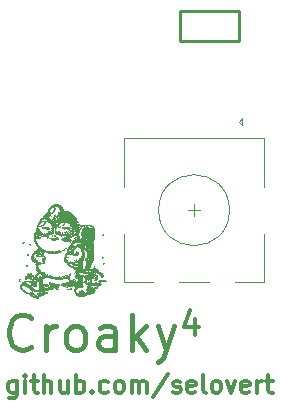
<source format=gto>
G04 #@! TF.GenerationSoftware,KiCad,Pcbnew,(5.1.9-0-10_14)*
G04 #@! TF.CreationDate,2021-03-17T22:28:09-07:00*
G04 #@! TF.ProjectId,Croaky4,43726f61-6b79-4342-9e6b-696361645f70,rev?*
G04 #@! TF.SameCoordinates,Original*
G04 #@! TF.FileFunction,Legend,Top*
G04 #@! TF.FilePolarity,Positive*
%FSLAX46Y46*%
G04 Gerber Fmt 4.6, Leading zero omitted, Abs format (unit mm)*
G04 Created by KiCad (PCBNEW (5.1.9-0-10_14)) date 2021-03-17 22:28:09*
%MOMM*%
%LPD*%
G01*
G04 APERTURE LIST*
%ADD10C,0.300000*%
%ADD11C,0.400000*%
%ADD12C,0.010000*%
%ADD13C,0.120000*%
%ADD14C,0.250000*%
%ADD15C,3.500000*%
%ADD16C,3.987800*%
%ADD17C,1.750000*%
%ADD18C,0.750000*%
%ADD19O,1.100000X2.200000*%
%ADD20O,1.100000X1.700000*%
%ADD21R,2.000000X2.000000*%
%ADD22C,2.000000*%
%ADD23R,2.000000X3.200000*%
%ADD24R,1.700000X1.700000*%
%ADD25C,1.700000*%
G04 APERTURE END LIST*
D10*
X-72940357Y5401428D02*
X-72940357Y4187142D01*
X-73011785Y4044285D01*
X-73083214Y3972857D01*
X-73226071Y3901428D01*
X-73440357Y3901428D01*
X-73583214Y3972857D01*
X-72940357Y4472857D02*
X-73083214Y4401428D01*
X-73368928Y4401428D01*
X-73511785Y4472857D01*
X-73583214Y4544285D01*
X-73654642Y4687142D01*
X-73654642Y5115714D01*
X-73583214Y5258571D01*
X-73511785Y5330000D01*
X-73368928Y5401428D01*
X-73083214Y5401428D01*
X-72940357Y5330000D01*
X-72226071Y4401428D02*
X-72226071Y5401428D01*
X-72226071Y5901428D02*
X-72297499Y5830000D01*
X-72226071Y5758571D01*
X-72154642Y5830000D01*
X-72226071Y5901428D01*
X-72226071Y5758571D01*
X-71726071Y5401428D02*
X-71154642Y5401428D01*
X-71511785Y5901428D02*
X-71511785Y4615714D01*
X-71440357Y4472857D01*
X-71297499Y4401428D01*
X-71154642Y4401428D01*
X-70654642Y4401428D02*
X-70654642Y5901428D01*
X-70011785Y4401428D02*
X-70011785Y5187142D01*
X-70083214Y5330000D01*
X-70226071Y5401428D01*
X-70440357Y5401428D01*
X-70583214Y5330000D01*
X-70654642Y5258571D01*
X-68654642Y5401428D02*
X-68654642Y4401428D01*
X-69297499Y5401428D02*
X-69297499Y4615714D01*
X-69226071Y4472857D01*
X-69083214Y4401428D01*
X-68868928Y4401428D01*
X-68726071Y4472857D01*
X-68654642Y4544285D01*
X-67940357Y4401428D02*
X-67940357Y5901428D01*
X-67940357Y5330000D02*
X-67797499Y5401428D01*
X-67511785Y5401428D01*
X-67368928Y5330000D01*
X-67297499Y5258571D01*
X-67226071Y5115714D01*
X-67226071Y4687142D01*
X-67297499Y4544285D01*
X-67368928Y4472857D01*
X-67511785Y4401428D01*
X-67797499Y4401428D01*
X-67940357Y4472857D01*
X-66583214Y4544285D02*
X-66511785Y4472857D01*
X-66583214Y4401428D01*
X-66654642Y4472857D01*
X-66583214Y4544285D01*
X-66583214Y4401428D01*
X-65226071Y4472857D02*
X-65368928Y4401428D01*
X-65654642Y4401428D01*
X-65797499Y4472857D01*
X-65868928Y4544285D01*
X-65940357Y4687142D01*
X-65940357Y5115714D01*
X-65868928Y5258571D01*
X-65797499Y5330000D01*
X-65654642Y5401428D01*
X-65368928Y5401428D01*
X-65226071Y5330000D01*
X-64368928Y4401428D02*
X-64511785Y4472857D01*
X-64583214Y4544285D01*
X-64654642Y4687142D01*
X-64654642Y5115714D01*
X-64583214Y5258571D01*
X-64511785Y5330000D01*
X-64368928Y5401428D01*
X-64154642Y5401428D01*
X-64011785Y5330000D01*
X-63940357Y5258571D01*
X-63868928Y5115714D01*
X-63868928Y4687142D01*
X-63940357Y4544285D01*
X-64011785Y4472857D01*
X-64154642Y4401428D01*
X-64368928Y4401428D01*
X-63226071Y4401428D02*
X-63226071Y5401428D01*
X-63226071Y5258571D02*
X-63154642Y5330000D01*
X-63011785Y5401428D01*
X-62797499Y5401428D01*
X-62654642Y5330000D01*
X-62583214Y5187142D01*
X-62583214Y4401428D01*
X-62583214Y5187142D02*
X-62511785Y5330000D01*
X-62368928Y5401428D01*
X-62154642Y5401428D01*
X-62011785Y5330000D01*
X-61940357Y5187142D01*
X-61940357Y4401428D01*
X-60154642Y5972857D02*
X-61440357Y4044285D01*
X-59726071Y4472857D02*
X-59583214Y4401428D01*
X-59297499Y4401428D01*
X-59154642Y4472857D01*
X-59083214Y4615714D01*
X-59083214Y4687142D01*
X-59154642Y4830000D01*
X-59297499Y4901428D01*
X-59511785Y4901428D01*
X-59654642Y4972857D01*
X-59726071Y5115714D01*
X-59726071Y5187142D01*
X-59654642Y5330000D01*
X-59511785Y5401428D01*
X-59297499Y5401428D01*
X-59154642Y5330000D01*
X-57868928Y4472857D02*
X-58011785Y4401428D01*
X-58297499Y4401428D01*
X-58440357Y4472857D01*
X-58511785Y4615714D01*
X-58511785Y5187142D01*
X-58440357Y5330000D01*
X-58297499Y5401428D01*
X-58011785Y5401428D01*
X-57868928Y5330000D01*
X-57797499Y5187142D01*
X-57797499Y5044285D01*
X-58511785Y4901428D01*
X-56940357Y4401428D02*
X-57083214Y4472857D01*
X-57154642Y4615714D01*
X-57154642Y5901428D01*
X-56154642Y4401428D02*
X-56297499Y4472857D01*
X-56368928Y4544285D01*
X-56440357Y4687142D01*
X-56440357Y5115714D01*
X-56368928Y5258571D01*
X-56297499Y5330000D01*
X-56154642Y5401428D01*
X-55940357Y5401428D01*
X-55797499Y5330000D01*
X-55726071Y5258571D01*
X-55654642Y5115714D01*
X-55654642Y4687142D01*
X-55726071Y4544285D01*
X-55797499Y4472857D01*
X-55940357Y4401428D01*
X-56154642Y4401428D01*
X-55154642Y5401428D02*
X-54797499Y4401428D01*
X-54440357Y5401428D01*
X-53297499Y4472857D02*
X-53440357Y4401428D01*
X-53726071Y4401428D01*
X-53868928Y4472857D01*
X-53940357Y4615714D01*
X-53940357Y5187142D01*
X-53868928Y5330000D01*
X-53726071Y5401428D01*
X-53440357Y5401428D01*
X-53297499Y5330000D01*
X-53226071Y5187142D01*
X-53226071Y5044285D01*
X-53940357Y4901428D01*
X-52583214Y4401428D02*
X-52583214Y5401428D01*
X-52583214Y5115714D02*
X-52511785Y5258571D01*
X-52440357Y5330000D01*
X-52297499Y5401428D01*
X-52154642Y5401428D01*
X-51868928Y5401428D02*
X-51297499Y5401428D01*
X-51654642Y5901428D02*
X-51654642Y4615714D01*
X-51583214Y4472857D01*
X-51440357Y4401428D01*
X-51297499Y4401428D01*
X-57848547Y10588571D02*
X-57848547Y9255238D01*
X-58324738Y11350476D02*
X-58800928Y9921904D01*
X-57562833Y9921904D01*
D11*
X-71746428Y8294821D02*
X-71889285Y8151964D01*
X-72317857Y8009107D01*
X-72603571Y8009107D01*
X-73032142Y8151964D01*
X-73317857Y8437678D01*
X-73460714Y8723392D01*
X-73603571Y9294821D01*
X-73603571Y9723392D01*
X-73460714Y10294821D01*
X-73317857Y10580535D01*
X-73032142Y10866250D01*
X-72603571Y11009107D01*
X-72317857Y11009107D01*
X-71889285Y10866250D01*
X-71746428Y10723392D01*
X-70460714Y8009107D02*
X-70460714Y10009107D01*
X-70460714Y9437678D02*
X-70317857Y9723392D01*
X-70175000Y9866250D01*
X-69889285Y10009107D01*
X-69603571Y10009107D01*
X-68175000Y8009107D02*
X-68460714Y8151964D01*
X-68603571Y8294821D01*
X-68746428Y8580535D01*
X-68746428Y9437678D01*
X-68603571Y9723392D01*
X-68460714Y9866250D01*
X-68175000Y10009107D01*
X-67746428Y10009107D01*
X-67460714Y9866250D01*
X-67317857Y9723392D01*
X-67175000Y9437678D01*
X-67175000Y8580535D01*
X-67317857Y8294821D01*
X-67460714Y8151964D01*
X-67746428Y8009107D01*
X-68175000Y8009107D01*
X-64603571Y8009107D02*
X-64603571Y9580535D01*
X-64746428Y9866250D01*
X-65032142Y10009107D01*
X-65603571Y10009107D01*
X-65889285Y9866250D01*
X-64603571Y8151964D02*
X-64889285Y8009107D01*
X-65603571Y8009107D01*
X-65889285Y8151964D01*
X-66032142Y8437678D01*
X-66032142Y8723392D01*
X-65889285Y9009107D01*
X-65603571Y9151964D01*
X-64889285Y9151964D01*
X-64603571Y9294821D01*
X-63175000Y8009107D02*
X-63175000Y11009107D01*
X-62889285Y9151964D02*
X-62032142Y8009107D01*
X-62032142Y10009107D02*
X-63175000Y8866250D01*
X-61032142Y10009107D02*
X-60317857Y8009107D01*
X-59603571Y10009107D02*
X-60317857Y8009107D01*
X-60603571Y7294821D01*
X-60746428Y7151964D01*
X-61032142Y7009107D01*
D12*
G04 #@! TO.C,G\u002A\u002A\u002A*
G36*
X-70061667Y20025784D02*
G01*
X-70063783Y20023667D01*
X-70065900Y20025784D01*
X-70063783Y20027900D01*
X-70061667Y20025784D01*
G37*
X-70061667Y20025784D02*
X-70063783Y20023667D01*
X-70065900Y20025784D01*
X-70063783Y20027900D01*
X-70061667Y20025784D01*
G36*
X-69434099Y19666608D02*
G01*
X-69424174Y19661733D01*
X-69400738Y19652843D01*
X-69375464Y19648401D01*
X-69358444Y19647336D01*
X-69346341Y19648288D01*
X-69335749Y19651729D01*
X-69329463Y19654787D01*
X-69314610Y19660971D01*
X-69302414Y19663311D01*
X-69294085Y19662158D01*
X-69290835Y19657861D01*
X-69293875Y19650772D01*
X-69298608Y19645862D01*
X-69316141Y19634951D01*
X-69338871Y19627455D01*
X-69364056Y19623845D01*
X-69388955Y19624590D01*
X-69404127Y19627765D01*
X-69422065Y19634582D01*
X-69437208Y19642888D01*
X-69447791Y19651508D01*
X-69452051Y19659267D01*
X-69452066Y19659696D01*
X-69450397Y19667488D01*
X-69444735Y19669768D01*
X-69434099Y19666608D01*
G37*
X-69434099Y19666608D02*
X-69424174Y19661733D01*
X-69400738Y19652843D01*
X-69375464Y19648401D01*
X-69358444Y19647336D01*
X-69346341Y19648288D01*
X-69335749Y19651729D01*
X-69329463Y19654787D01*
X-69314610Y19660971D01*
X-69302414Y19663311D01*
X-69294085Y19662158D01*
X-69290835Y19657861D01*
X-69293875Y19650772D01*
X-69298608Y19645862D01*
X-69316141Y19634951D01*
X-69338871Y19627455D01*
X-69364056Y19623845D01*
X-69388955Y19624590D01*
X-69404127Y19627765D01*
X-69422065Y19634582D01*
X-69437208Y19642888D01*
X-69447791Y19651508D01*
X-69452051Y19659267D01*
X-69452066Y19659696D01*
X-69450397Y19667488D01*
X-69444735Y19669768D01*
X-69434099Y19666608D01*
G36*
X-69466336Y19513142D02*
G01*
X-69453356Y19508344D01*
X-69443600Y19502946D01*
X-69424038Y19492630D01*
X-69399927Y19485769D01*
X-69370047Y19482107D01*
X-69339647Y19481318D01*
X-69318830Y19481359D01*
X-69305179Y19481043D01*
X-69297394Y19480154D01*
X-69294176Y19478477D01*
X-69294225Y19475798D01*
X-69295105Y19473948D01*
X-69301962Y19464618D01*
X-69306156Y19460518D01*
X-69315363Y19456748D01*
X-69330448Y19454506D01*
X-69348952Y19453823D01*
X-69368420Y19454729D01*
X-69386396Y19457257D01*
X-69394905Y19459395D01*
X-69409604Y19465815D01*
X-69427932Y19476521D01*
X-69447441Y19489902D01*
X-69465685Y19504347D01*
X-69472639Y19510585D01*
X-69475432Y19514097D01*
X-69471852Y19514346D01*
X-69466336Y19513142D01*
G37*
X-69466336Y19513142D02*
X-69453356Y19508344D01*
X-69443600Y19502946D01*
X-69424038Y19492630D01*
X-69399927Y19485769D01*
X-69370047Y19482107D01*
X-69339647Y19481318D01*
X-69318830Y19481359D01*
X-69305179Y19481043D01*
X-69297394Y19480154D01*
X-69294176Y19478477D01*
X-69294225Y19475798D01*
X-69295105Y19473948D01*
X-69301962Y19464618D01*
X-69306156Y19460518D01*
X-69315363Y19456748D01*
X-69330448Y19454506D01*
X-69348952Y19453823D01*
X-69368420Y19454729D01*
X-69386396Y19457257D01*
X-69394905Y19459395D01*
X-69409604Y19465815D01*
X-69427932Y19476521D01*
X-69447441Y19489902D01*
X-69465685Y19504347D01*
X-69472639Y19510585D01*
X-69475432Y19514097D01*
X-69471852Y19514346D01*
X-69466336Y19513142D01*
G36*
X-70236335Y19593329D02*
G01*
X-70217104Y19586036D01*
X-70197945Y19575751D01*
X-70181855Y19564003D01*
X-70174298Y19556095D01*
X-70163680Y19539522D01*
X-70158543Y19523347D01*
X-70158158Y19504393D01*
X-70159637Y19492104D01*
X-70163925Y19469383D01*
X-70169792Y19451563D01*
X-70178705Y19435080D01*
X-70189188Y19420227D01*
X-70199513Y19408655D01*
X-70212140Y19397460D01*
X-70225025Y19388134D01*
X-70236124Y19382168D01*
X-70243042Y19380940D01*
X-70248613Y19381729D01*
X-70259422Y19382855D01*
X-70264853Y19383351D01*
X-70284354Y19388070D01*
X-70300192Y19397683D01*
X-70310545Y19410833D01*
X-70313303Y19419440D01*
X-70316959Y19447664D01*
X-70319055Y19476481D01*
X-70319475Y19497700D01*
X-70301549Y19497700D01*
X-70301290Y19476484D01*
X-70300226Y19454574D01*
X-70298574Y19439324D01*
X-70296026Y19428932D01*
X-70292278Y19421596D01*
X-70291850Y19420995D01*
X-70278258Y19408378D01*
X-70262198Y19403590D01*
X-70244622Y19406714D01*
X-70229406Y19415498D01*
X-70208958Y19436280D01*
X-70194424Y19462370D01*
X-70187799Y19485300D01*
X-70185317Y19504687D01*
X-70187007Y19518754D01*
X-70193810Y19530009D01*
X-70206666Y19540957D01*
X-70209394Y19542879D01*
X-70226768Y19551759D01*
X-70246242Y19556829D01*
X-70264883Y19557636D01*
X-70279755Y19553729D01*
X-70279772Y19553720D01*
X-70289532Y19546263D01*
X-70296179Y19535285D01*
X-70300068Y19519520D01*
X-70301549Y19497700D01*
X-70319475Y19497700D01*
X-70319602Y19504085D01*
X-70318612Y19528672D01*
X-70316098Y19548438D01*
X-70312329Y19561067D01*
X-70301914Y19574482D01*
X-70286065Y19585966D01*
X-70267815Y19593739D01*
X-70252642Y19596100D01*
X-70236335Y19593329D01*
G37*
X-70236335Y19593329D02*
X-70217104Y19586036D01*
X-70197945Y19575751D01*
X-70181855Y19564003D01*
X-70174298Y19556095D01*
X-70163680Y19539522D01*
X-70158543Y19523347D01*
X-70158158Y19504393D01*
X-70159637Y19492104D01*
X-70163925Y19469383D01*
X-70169792Y19451563D01*
X-70178705Y19435080D01*
X-70189188Y19420227D01*
X-70199513Y19408655D01*
X-70212140Y19397460D01*
X-70225025Y19388134D01*
X-70236124Y19382168D01*
X-70243042Y19380940D01*
X-70248613Y19381729D01*
X-70259422Y19382855D01*
X-70264853Y19383351D01*
X-70284354Y19388070D01*
X-70300192Y19397683D01*
X-70310545Y19410833D01*
X-70313303Y19419440D01*
X-70316959Y19447664D01*
X-70319055Y19476481D01*
X-70319475Y19497700D01*
X-70301549Y19497700D01*
X-70301290Y19476484D01*
X-70300226Y19454574D01*
X-70298574Y19439324D01*
X-70296026Y19428932D01*
X-70292278Y19421596D01*
X-70291850Y19420995D01*
X-70278258Y19408378D01*
X-70262198Y19403590D01*
X-70244622Y19406714D01*
X-70229406Y19415498D01*
X-70208958Y19436280D01*
X-70194424Y19462370D01*
X-70187799Y19485300D01*
X-70185317Y19504687D01*
X-70187007Y19518754D01*
X-70193810Y19530009D01*
X-70206666Y19540957D01*
X-70209394Y19542879D01*
X-70226768Y19551759D01*
X-70246242Y19556829D01*
X-70264883Y19557636D01*
X-70279755Y19553729D01*
X-70279772Y19553720D01*
X-70289532Y19546263D01*
X-70296179Y19535285D01*
X-70300068Y19519520D01*
X-70301549Y19497700D01*
X-70319475Y19497700D01*
X-70319602Y19504085D01*
X-70318612Y19528672D01*
X-70316098Y19548438D01*
X-70312329Y19561067D01*
X-70301914Y19574482D01*
X-70286065Y19585966D01*
X-70267815Y19593739D01*
X-70252642Y19596100D01*
X-70236335Y19593329D01*
G36*
X-69543594Y19424788D02*
G01*
X-69537062Y19415886D01*
X-69527232Y19404462D01*
X-69515984Y19395379D01*
X-69513778Y19394118D01*
X-69503055Y19387157D01*
X-69495313Y19379703D01*
X-69495218Y19379570D01*
X-69487753Y19373261D01*
X-69482319Y19371734D01*
X-69474454Y19368531D01*
X-69464389Y19360503D01*
X-69454384Y19350021D01*
X-69446701Y19339456D01*
X-69443600Y19331179D01*
X-69443600Y19331127D01*
X-69446541Y19320800D01*
X-69453609Y19313753D01*
X-69458499Y19312467D01*
X-69464169Y19314852D01*
X-69474157Y19321054D01*
X-69484408Y19328342D01*
X-69509736Y19348179D01*
X-69528444Y19365040D01*
X-69541353Y19379988D01*
X-69549284Y19394089D01*
X-69553056Y19408406D01*
X-69553666Y19418165D01*
X-69552717Y19427848D01*
X-69549530Y19430079D01*
X-69543594Y19424788D01*
G37*
X-69543594Y19424788D02*
X-69537062Y19415886D01*
X-69527232Y19404462D01*
X-69515984Y19395379D01*
X-69513778Y19394118D01*
X-69503055Y19387157D01*
X-69495313Y19379703D01*
X-69495218Y19379570D01*
X-69487753Y19373261D01*
X-69482319Y19371734D01*
X-69474454Y19368531D01*
X-69464389Y19360503D01*
X-69454384Y19350021D01*
X-69446701Y19339456D01*
X-69443600Y19331179D01*
X-69443600Y19331127D01*
X-69446541Y19320800D01*
X-69453609Y19313753D01*
X-69458499Y19312467D01*
X-69464169Y19314852D01*
X-69474157Y19321054D01*
X-69484408Y19328342D01*
X-69509736Y19348179D01*
X-69528444Y19365040D01*
X-69541353Y19379988D01*
X-69549284Y19394089D01*
X-69553056Y19408406D01*
X-69553666Y19418165D01*
X-69552717Y19427848D01*
X-69549530Y19430079D01*
X-69543594Y19424788D01*
G36*
X-70048869Y19379959D02*
G01*
X-70046982Y19369539D01*
X-70045813Y19351067D01*
X-70045671Y19332751D01*
X-70046789Y19321087D01*
X-70049415Y19314322D01*
X-70051279Y19312304D01*
X-70054355Y19310580D01*
X-70056168Y19312562D01*
X-70056937Y19319573D01*
X-70056880Y19332938D01*
X-70056549Y19344271D01*
X-70055309Y19364354D01*
X-70053382Y19377145D01*
X-70051119Y19382420D01*
X-70048869Y19379959D01*
G37*
X-70048869Y19379959D02*
X-70046982Y19369539D01*
X-70045813Y19351067D01*
X-70045671Y19332751D01*
X-70046789Y19321087D01*
X-70049415Y19314322D01*
X-70051279Y19312304D01*
X-70054355Y19310580D01*
X-70056168Y19312562D01*
X-70056937Y19319573D01*
X-70056880Y19332938D01*
X-70056549Y19344271D01*
X-70055309Y19364354D01*
X-70053382Y19377145D01*
X-70051119Y19382420D01*
X-70048869Y19379959D01*
G36*
X-69917550Y19284311D02*
G01*
X-69915262Y19278685D01*
X-69912409Y19267260D01*
X-69909484Y19252638D01*
X-69906977Y19237421D01*
X-69905381Y19224210D01*
X-69905065Y19218275D01*
X-69906794Y19211707D01*
X-69911109Y19211961D01*
X-69916572Y19218413D01*
X-69919650Y19224625D01*
X-69924019Y19237398D01*
X-69926536Y19248897D01*
X-69926544Y19248967D01*
X-69926579Y19259746D01*
X-69924943Y19270951D01*
X-69922273Y19280088D01*
X-69919202Y19284663D01*
X-69917550Y19284311D01*
G37*
X-69917550Y19284311D02*
X-69915262Y19278685D01*
X-69912409Y19267260D01*
X-69909484Y19252638D01*
X-69906977Y19237421D01*
X-69905381Y19224210D01*
X-69905065Y19218275D01*
X-69906794Y19211707D01*
X-69911109Y19211961D01*
X-69916572Y19218413D01*
X-69919650Y19224625D01*
X-69924019Y19237398D01*
X-69926536Y19248897D01*
X-69926544Y19248967D01*
X-69926579Y19259746D01*
X-69924943Y19270951D01*
X-69922273Y19280088D01*
X-69919202Y19284663D01*
X-69917550Y19284311D01*
G36*
X-69685993Y19402189D02*
G01*
X-69680891Y19394324D01*
X-69673264Y19379905D01*
X-69669389Y19372158D01*
X-69659587Y19353882D01*
X-69649157Y19336868D01*
X-69639737Y19323700D01*
X-69635906Y19319354D01*
X-69627385Y19309911D01*
X-69622169Y19302353D01*
X-69621400Y19300045D01*
X-69618510Y19295276D01*
X-69610784Y19286246D01*
X-69599638Y19274402D01*
X-69586487Y19261193D01*
X-69572746Y19248066D01*
X-69559832Y19236471D01*
X-69556488Y19233638D01*
X-69548526Y19223802D01*
X-69547676Y19215166D01*
X-69552588Y19209131D01*
X-69561908Y19207100D01*
X-69574286Y19210476D01*
X-69577272Y19212076D01*
X-69593106Y19223400D01*
X-69611100Y19239445D01*
X-69628847Y19257801D01*
X-69643940Y19276061D01*
X-69650089Y19284950D01*
X-69656924Y19295411D01*
X-69662025Y19302533D01*
X-69663326Y19304000D01*
X-69665832Y19308872D01*
X-69669801Y19319445D01*
X-69673768Y19331517D01*
X-69678530Y19346435D01*
X-69682798Y19359083D01*
X-69685126Y19365384D01*
X-69691184Y19383643D01*
X-69692137Y19397175D01*
X-69691151Y19401678D01*
X-69689203Y19404355D01*
X-69685993Y19402189D01*
G37*
X-69685993Y19402189D02*
X-69680891Y19394324D01*
X-69673264Y19379905D01*
X-69669389Y19372158D01*
X-69659587Y19353882D01*
X-69649157Y19336868D01*
X-69639737Y19323700D01*
X-69635906Y19319354D01*
X-69627385Y19309911D01*
X-69622169Y19302353D01*
X-69621400Y19300045D01*
X-69618510Y19295276D01*
X-69610784Y19286246D01*
X-69599638Y19274402D01*
X-69586487Y19261193D01*
X-69572746Y19248066D01*
X-69559832Y19236471D01*
X-69556488Y19233638D01*
X-69548526Y19223802D01*
X-69547676Y19215166D01*
X-69552588Y19209131D01*
X-69561908Y19207100D01*
X-69574286Y19210476D01*
X-69577272Y19212076D01*
X-69593106Y19223400D01*
X-69611100Y19239445D01*
X-69628847Y19257801D01*
X-69643940Y19276061D01*
X-69650089Y19284950D01*
X-69656924Y19295411D01*
X-69662025Y19302533D01*
X-69663326Y19304000D01*
X-69665832Y19308872D01*
X-69669801Y19319445D01*
X-69673768Y19331517D01*
X-69678530Y19346435D01*
X-69682798Y19359083D01*
X-69685126Y19365384D01*
X-69691184Y19383643D01*
X-69692137Y19397175D01*
X-69691151Y19401678D01*
X-69689203Y19404355D01*
X-69685993Y19402189D01*
G36*
X-69826158Y19390784D02*
G01*
X-69821378Y19375585D01*
X-69816253Y19361603D01*
X-69814252Y19356917D01*
X-69809012Y19343407D01*
X-69805599Y19331517D01*
X-69801713Y19318472D01*
X-69794948Y19300323D01*
X-69786210Y19279099D01*
X-69776403Y19256828D01*
X-69766432Y19235537D01*
X-69757201Y19217253D01*
X-69749615Y19204005D01*
X-69747073Y19200345D01*
X-69736838Y19187617D01*
X-69724176Y19172529D01*
X-69715199Y19162184D01*
X-69703652Y19147811D01*
X-69693186Y19132580D01*
X-69687625Y19122805D01*
X-69682563Y19111438D01*
X-69681443Y19105065D01*
X-69683987Y19101340D01*
X-69685007Y19100644D01*
X-69692655Y19097282D01*
X-69699727Y19098567D01*
X-69708025Y19105366D01*
X-69717497Y19116261D01*
X-69730089Y19131149D01*
X-69744357Y19147272D01*
X-69751575Y19155118D01*
X-69761054Y19165981D01*
X-69767572Y19174917D01*
X-69769567Y19179356D01*
X-69772520Y19186112D01*
X-69775819Y19189620D01*
X-69781956Y19197505D01*
X-69789415Y19211085D01*
X-69797074Y19227951D01*
X-69803811Y19245691D01*
X-69807401Y19257434D01*
X-69811486Y19272366D01*
X-69815459Y19286265D01*
X-69816420Y19289484D01*
X-69819368Y19303261D01*
X-69820417Y19314884D01*
X-69821556Y19326059D01*
X-69824418Y19341147D01*
X-69826717Y19350567D01*
X-69830290Y19367762D01*
X-69832354Y19385320D01*
X-69832575Y19392900D01*
X-69832185Y19411950D01*
X-69826158Y19390784D01*
G37*
X-69826158Y19390784D02*
X-69821378Y19375585D01*
X-69816253Y19361603D01*
X-69814252Y19356917D01*
X-69809012Y19343407D01*
X-69805599Y19331517D01*
X-69801713Y19318472D01*
X-69794948Y19300323D01*
X-69786210Y19279099D01*
X-69776403Y19256828D01*
X-69766432Y19235537D01*
X-69757201Y19217253D01*
X-69749615Y19204005D01*
X-69747073Y19200345D01*
X-69736838Y19187617D01*
X-69724176Y19172529D01*
X-69715199Y19162184D01*
X-69703652Y19147811D01*
X-69693186Y19132580D01*
X-69687625Y19122805D01*
X-69682563Y19111438D01*
X-69681443Y19105065D01*
X-69683987Y19101340D01*
X-69685007Y19100644D01*
X-69692655Y19097282D01*
X-69699727Y19098567D01*
X-69708025Y19105366D01*
X-69717497Y19116261D01*
X-69730089Y19131149D01*
X-69744357Y19147272D01*
X-69751575Y19155118D01*
X-69761054Y19165981D01*
X-69767572Y19174917D01*
X-69769567Y19179356D01*
X-69772520Y19186112D01*
X-69775819Y19189620D01*
X-69781956Y19197505D01*
X-69789415Y19211085D01*
X-69797074Y19227951D01*
X-69803811Y19245691D01*
X-69807401Y19257434D01*
X-69811486Y19272366D01*
X-69815459Y19286265D01*
X-69816420Y19289484D01*
X-69819368Y19303261D01*
X-69820417Y19314884D01*
X-69821556Y19326059D01*
X-69824418Y19341147D01*
X-69826717Y19350567D01*
X-69830290Y19367762D01*
X-69832354Y19385320D01*
X-69832575Y19392900D01*
X-69832185Y19411950D01*
X-69826158Y19390784D01*
G36*
X-69904046Y19202924D02*
G01*
X-69898796Y19193677D01*
X-69895119Y19181716D01*
X-69894503Y19177694D01*
X-69891981Y19168915D01*
X-69888583Y19165167D01*
X-69884081Y19160706D01*
X-69883867Y19159379D01*
X-69881416Y19154305D01*
X-69874814Y19144154D01*
X-69865179Y19130476D01*
X-69853633Y19114818D01*
X-69841297Y19098727D01*
X-69829292Y19083752D01*
X-69827775Y19081920D01*
X-69819401Y19069298D01*
X-69815911Y19058710D01*
X-69816770Y19051437D01*
X-69821439Y19048763D01*
X-69829383Y19051968D01*
X-69837307Y19059157D01*
X-69844992Y19068112D01*
X-69849503Y19074414D01*
X-69850000Y19075685D01*
X-69852509Y19080300D01*
X-69858725Y19088422D01*
X-69860578Y19090617D01*
X-69867451Y19099656D01*
X-69871020Y19106398D01*
X-69871161Y19107268D01*
X-69874078Y19113130D01*
X-69879063Y19118380D01*
X-69885030Y19126926D01*
X-69889529Y19139238D01*
X-69890022Y19141546D01*
X-69893629Y19154997D01*
X-69899469Y19171293D01*
X-69903293Y19180301D01*
X-69909525Y19194170D01*
X-69912567Y19202053D01*
X-69912811Y19205635D01*
X-69910650Y19206602D01*
X-69909415Y19206634D01*
X-69904046Y19202924D01*
G37*
X-69904046Y19202924D02*
X-69898796Y19193677D01*
X-69895119Y19181716D01*
X-69894503Y19177694D01*
X-69891981Y19168915D01*
X-69888583Y19165167D01*
X-69884081Y19160706D01*
X-69883867Y19159379D01*
X-69881416Y19154305D01*
X-69874814Y19144154D01*
X-69865179Y19130476D01*
X-69853633Y19114818D01*
X-69841297Y19098727D01*
X-69829292Y19083752D01*
X-69827775Y19081920D01*
X-69819401Y19069298D01*
X-69815911Y19058710D01*
X-69816770Y19051437D01*
X-69821439Y19048763D01*
X-69829383Y19051968D01*
X-69837307Y19059157D01*
X-69844992Y19068112D01*
X-69849503Y19074414D01*
X-69850000Y19075685D01*
X-69852509Y19080300D01*
X-69858725Y19088422D01*
X-69860578Y19090617D01*
X-69867451Y19099656D01*
X-69871020Y19106398D01*
X-69871161Y19107268D01*
X-69874078Y19113130D01*
X-69879063Y19118380D01*
X-69885030Y19126926D01*
X-69889529Y19139238D01*
X-69890022Y19141546D01*
X-69893629Y19154997D01*
X-69899469Y19171293D01*
X-69903293Y19180301D01*
X-69909525Y19194170D01*
X-69912567Y19202053D01*
X-69912811Y19205635D01*
X-69910650Y19206602D01*
X-69909415Y19206634D01*
X-69904046Y19202924D01*
G36*
X-69973022Y19101221D02*
G01*
X-69968768Y19094246D01*
X-69968268Y19093253D01*
X-69961372Y19080823D01*
X-69954913Y19070493D01*
X-69950233Y19059677D01*
X-69950739Y19050733D01*
X-69956109Y19046012D01*
X-69958305Y19045767D01*
X-69964379Y19049060D01*
X-69971081Y19057023D01*
X-69971323Y19057409D01*
X-69979680Y19069306D01*
X-69988302Y19079811D01*
X-69998061Y19090571D01*
X-69986055Y19097663D01*
X-69977641Y19102077D01*
X-69973022Y19101221D01*
G37*
X-69973022Y19101221D02*
X-69968768Y19094246D01*
X-69968268Y19093253D01*
X-69961372Y19080823D01*
X-69954913Y19070493D01*
X-69950233Y19059677D01*
X-69950739Y19050733D01*
X-69956109Y19046012D01*
X-69958305Y19045767D01*
X-69964379Y19049060D01*
X-69971081Y19057023D01*
X-69971323Y19057409D01*
X-69979680Y19069306D01*
X-69988302Y19079811D01*
X-69998061Y19090571D01*
X-69986055Y19097663D01*
X-69977641Y19102077D01*
X-69973022Y19101221D01*
G36*
X-70045394Y18571082D02*
G01*
X-70049888Y18563449D01*
X-70052236Y18560443D01*
X-70060413Y18552902D01*
X-70069118Y18548471D01*
X-70075970Y18547932D01*
X-70078600Y18551780D01*
X-70074769Y18560581D01*
X-70063021Y18568423D01*
X-70056236Y18571284D01*
X-70047473Y18573592D01*
X-70045394Y18571082D01*
G37*
X-70045394Y18571082D02*
X-70049888Y18563449D01*
X-70052236Y18560443D01*
X-70060413Y18552902D01*
X-70069118Y18548471D01*
X-70075970Y18547932D01*
X-70078600Y18551780D01*
X-70074769Y18560581D01*
X-70063021Y18568423D01*
X-70056236Y18571284D01*
X-70047473Y18573592D01*
X-70045394Y18571082D01*
G36*
X-69971464Y18344008D02*
G01*
X-69961092Y18342409D01*
X-69955376Y18339199D01*
X-69954040Y18337489D01*
X-69953216Y18329940D01*
X-69958941Y18322881D01*
X-69969308Y18317166D01*
X-69982407Y18313655D01*
X-69996329Y18313202D01*
X-70004517Y18314828D01*
X-70015222Y18318093D01*
X-70022508Y18320195D01*
X-70026809Y18324936D01*
X-70027476Y18333030D01*
X-70024403Y18340132D01*
X-70023028Y18341250D01*
X-70016633Y18342746D01*
X-70004384Y18343865D01*
X-69988892Y18344372D01*
X-69988375Y18344376D01*
X-69971464Y18344008D01*
G37*
X-69971464Y18344008D02*
X-69961092Y18342409D01*
X-69955376Y18339199D01*
X-69954040Y18337489D01*
X-69953216Y18329940D01*
X-69958941Y18322881D01*
X-69969308Y18317166D01*
X-69982407Y18313655D01*
X-69996329Y18313202D01*
X-70004517Y18314828D01*
X-70015222Y18318093D01*
X-70022508Y18320195D01*
X-70026809Y18324936D01*
X-70027476Y18333030D01*
X-70024403Y18340132D01*
X-70023028Y18341250D01*
X-70016633Y18342746D01*
X-70004384Y18343865D01*
X-69988892Y18344372D01*
X-69988375Y18344376D01*
X-69971464Y18344008D01*
G36*
X-70648082Y18454078D02*
G01*
X-70625497Y18452816D01*
X-70618350Y18452164D01*
X-70600671Y18450598D01*
X-70578235Y18448970D01*
X-70554746Y18447539D01*
X-70544266Y18447002D01*
X-70523632Y18445493D01*
X-70504288Y18443150D01*
X-70488990Y18440349D01*
X-70482883Y18438600D01*
X-70467278Y18434336D01*
X-70451121Y18432101D01*
X-70449017Y18432025D01*
X-70435077Y18429768D01*
X-70417820Y18424135D01*
X-70406683Y18419234D01*
X-70391251Y18412641D01*
X-70376652Y18408073D01*
X-70367483Y18406629D01*
X-70353655Y18403473D01*
X-70346434Y18398067D01*
X-70339282Y18391670D01*
X-70334351Y18389601D01*
X-70329015Y18386195D01*
X-70321493Y18377484D01*
X-70313403Y18365728D01*
X-70306363Y18353188D01*
X-70303308Y18346209D01*
X-70296950Y18336866D01*
X-70290543Y18334567D01*
X-70279795Y18330689D01*
X-70269709Y18320453D01*
X-70261369Y18305957D01*
X-70255859Y18289301D01*
X-70254263Y18272582D01*
X-70255053Y18265879D01*
X-70259682Y18254815D01*
X-70267707Y18243985D01*
X-70268034Y18243654D01*
X-70282010Y18234924D01*
X-70298603Y18234153D01*
X-70317938Y18241340D01*
X-70322017Y18243655D01*
X-70337631Y18251680D01*
X-70356425Y18259524D01*
X-70374902Y18265860D01*
X-70389569Y18269360D01*
X-70389750Y18269386D01*
X-70397879Y18270486D01*
X-70411678Y18272341D01*
X-70428423Y18274585D01*
X-70431614Y18275011D01*
X-70448147Y18277701D01*
X-70461750Y18280792D01*
X-70469939Y18283697D01*
X-70470738Y18284228D01*
X-70478383Y18287568D01*
X-70490455Y18290090D01*
X-70494490Y18290540D01*
X-70520816Y18292897D01*
X-70540018Y18294839D01*
X-70553419Y18296548D01*
X-70562342Y18298206D01*
X-70568108Y18299996D01*
X-70570143Y18300955D01*
X-70578038Y18303278D01*
X-70591653Y18305539D01*
X-70608245Y18307298D01*
X-70610741Y18307485D01*
X-70626745Y18308848D01*
X-70639405Y18310348D01*
X-70646394Y18311699D01*
X-70646899Y18311922D01*
X-70652383Y18312991D01*
X-70664272Y18314111D01*
X-70680510Y18315112D01*
X-70690358Y18315543D01*
X-70708334Y18316517D01*
X-70723313Y18317877D01*
X-70733128Y18319402D01*
X-70735478Y18320190D01*
X-70741830Y18321697D01*
X-70754334Y18322981D01*
X-70770674Y18323828D01*
X-70776821Y18323982D01*
X-70794674Y18324862D01*
X-70810202Y18326630D01*
X-70820736Y18328950D01*
X-70822527Y18329706D01*
X-70835665Y18340788D01*
X-70846254Y18357036D01*
X-70852439Y18375178D01*
X-70853300Y18383940D01*
X-70851196Y18398478D01*
X-70845763Y18412781D01*
X-70838319Y18424442D01*
X-70830181Y18431060D01*
X-70827091Y18431755D01*
X-70819422Y18434136D01*
X-70817316Y18436167D01*
X-70811551Y18439302D01*
X-70803097Y18440401D01*
X-70792966Y18441834D01*
X-70787277Y18444617D01*
X-70780317Y18447441D01*
X-70766454Y18449890D01*
X-70747244Y18451895D01*
X-70724245Y18453385D01*
X-70699013Y18454293D01*
X-70673107Y18454546D01*
X-70648082Y18454078D01*
G37*
X-70648082Y18454078D02*
X-70625497Y18452816D01*
X-70618350Y18452164D01*
X-70600671Y18450598D01*
X-70578235Y18448970D01*
X-70554746Y18447539D01*
X-70544266Y18447002D01*
X-70523632Y18445493D01*
X-70504288Y18443150D01*
X-70488990Y18440349D01*
X-70482883Y18438600D01*
X-70467278Y18434336D01*
X-70451121Y18432101D01*
X-70449017Y18432025D01*
X-70435077Y18429768D01*
X-70417820Y18424135D01*
X-70406683Y18419234D01*
X-70391251Y18412641D01*
X-70376652Y18408073D01*
X-70367483Y18406629D01*
X-70353655Y18403473D01*
X-70346434Y18398067D01*
X-70339282Y18391670D01*
X-70334351Y18389601D01*
X-70329015Y18386195D01*
X-70321493Y18377484D01*
X-70313403Y18365728D01*
X-70306363Y18353188D01*
X-70303308Y18346209D01*
X-70296950Y18336866D01*
X-70290543Y18334567D01*
X-70279795Y18330689D01*
X-70269709Y18320453D01*
X-70261369Y18305957D01*
X-70255859Y18289301D01*
X-70254263Y18272582D01*
X-70255053Y18265879D01*
X-70259682Y18254815D01*
X-70267707Y18243985D01*
X-70268034Y18243654D01*
X-70282010Y18234924D01*
X-70298603Y18234153D01*
X-70317938Y18241340D01*
X-70322017Y18243655D01*
X-70337631Y18251680D01*
X-70356425Y18259524D01*
X-70374902Y18265860D01*
X-70389569Y18269360D01*
X-70389750Y18269386D01*
X-70397879Y18270486D01*
X-70411678Y18272341D01*
X-70428423Y18274585D01*
X-70431614Y18275011D01*
X-70448147Y18277701D01*
X-70461750Y18280792D01*
X-70469939Y18283697D01*
X-70470738Y18284228D01*
X-70478383Y18287568D01*
X-70490455Y18290090D01*
X-70494490Y18290540D01*
X-70520816Y18292897D01*
X-70540018Y18294839D01*
X-70553419Y18296548D01*
X-70562342Y18298206D01*
X-70568108Y18299996D01*
X-70570143Y18300955D01*
X-70578038Y18303278D01*
X-70591653Y18305539D01*
X-70608245Y18307298D01*
X-70610741Y18307485D01*
X-70626745Y18308848D01*
X-70639405Y18310348D01*
X-70646394Y18311699D01*
X-70646899Y18311922D01*
X-70652383Y18312991D01*
X-70664272Y18314111D01*
X-70680510Y18315112D01*
X-70690358Y18315543D01*
X-70708334Y18316517D01*
X-70723313Y18317877D01*
X-70733128Y18319402D01*
X-70735478Y18320190D01*
X-70741830Y18321697D01*
X-70754334Y18322981D01*
X-70770674Y18323828D01*
X-70776821Y18323982D01*
X-70794674Y18324862D01*
X-70810202Y18326630D01*
X-70820736Y18328950D01*
X-70822527Y18329706D01*
X-70835665Y18340788D01*
X-70846254Y18357036D01*
X-70852439Y18375178D01*
X-70853300Y18383940D01*
X-70851196Y18398478D01*
X-70845763Y18412781D01*
X-70838319Y18424442D01*
X-70830181Y18431060D01*
X-70827091Y18431755D01*
X-70819422Y18434136D01*
X-70817316Y18436167D01*
X-70811551Y18439302D01*
X-70803097Y18440401D01*
X-70792966Y18441834D01*
X-70787277Y18444617D01*
X-70780317Y18447441D01*
X-70766454Y18449890D01*
X-70747244Y18451895D01*
X-70724245Y18453385D01*
X-70699013Y18454293D01*
X-70673107Y18454546D01*
X-70648082Y18454078D01*
G36*
X-70035260Y18193550D02*
G01*
X-70034150Y18190634D01*
X-70040293Y18186696D01*
X-70042617Y18186401D01*
X-70049717Y18189084D01*
X-70051083Y18190634D01*
X-70049565Y18193755D01*
X-70042617Y18194867D01*
X-70035260Y18193550D01*
G37*
X-70035260Y18193550D02*
X-70034150Y18190634D01*
X-70040293Y18186696D01*
X-70042617Y18186401D01*
X-70049717Y18189084D01*
X-70051083Y18190634D01*
X-70049565Y18193755D01*
X-70042617Y18194867D01*
X-70035260Y18193550D01*
G36*
X-70186550Y18091345D02*
G01*
X-70177981Y18079573D01*
X-70165518Y18070945D01*
X-70147306Y18064363D01*
X-70136507Y18061724D01*
X-70127873Y18058105D01*
X-70126809Y18053667D01*
X-70132682Y18049678D01*
X-70143641Y18047494D01*
X-70153235Y18047524D01*
X-70161308Y18050397D01*
X-70170509Y18057449D01*
X-70178556Y18065111D01*
X-70189716Y18077096D01*
X-70195295Y18086144D01*
X-70196517Y18094353D01*
X-70196392Y18095714D01*
X-70195017Y18107377D01*
X-70186550Y18091345D01*
G37*
X-70186550Y18091345D02*
X-70177981Y18079573D01*
X-70165518Y18070945D01*
X-70147306Y18064363D01*
X-70136507Y18061724D01*
X-70127873Y18058105D01*
X-70126809Y18053667D01*
X-70132682Y18049678D01*
X-70143641Y18047494D01*
X-70153235Y18047524D01*
X-70161308Y18050397D01*
X-70170509Y18057449D01*
X-70178556Y18065111D01*
X-70189716Y18077096D01*
X-70195295Y18086144D01*
X-70196517Y18094353D01*
X-70196392Y18095714D01*
X-70195017Y18107377D01*
X-70186550Y18091345D01*
G36*
X-70323939Y18042106D02*
G01*
X-70313880Y18033080D01*
X-70304081Y18021814D01*
X-70296218Y18009893D01*
X-70294063Y18005465D01*
X-70289371Y17994184D01*
X-70286479Y17986585D01*
X-70286033Y17984966D01*
X-70288549Y17983110D01*
X-70295997Y17987923D01*
X-70308230Y17999303D01*
X-70312161Y18003309D01*
X-70327914Y18020998D01*
X-70337115Y18034664D01*
X-70339590Y18044011D01*
X-70338125Y18047102D01*
X-70332579Y18047308D01*
X-70323939Y18042106D01*
G37*
X-70323939Y18042106D02*
X-70313880Y18033080D01*
X-70304081Y18021814D01*
X-70296218Y18009893D01*
X-70294063Y18005465D01*
X-70289371Y17994184D01*
X-70286479Y17986585D01*
X-70286033Y17984966D01*
X-70288549Y17983110D01*
X-70295997Y17987923D01*
X-70308230Y17999303D01*
X-70312161Y18003309D01*
X-70327914Y18020998D01*
X-70337115Y18034664D01*
X-70339590Y18044011D01*
X-70338125Y18047102D01*
X-70332579Y18047308D01*
X-70323939Y18042106D01*
G36*
X-66734266Y17647531D02*
G01*
X-66722649Y17639601D01*
X-66709883Y17628372D01*
X-66697183Y17615071D01*
X-66685762Y17600924D01*
X-66676835Y17587157D01*
X-66671617Y17574999D01*
X-66670767Y17569329D01*
X-66668989Y17561244D01*
X-66664425Y17548923D01*
X-66660424Y17540012D01*
X-66652515Y17516625D01*
X-66649291Y17490781D01*
X-66650633Y17464955D01*
X-66656420Y17441621D01*
X-66666059Y17423849D01*
X-66678414Y17413773D01*
X-66696598Y17405764D01*
X-66718123Y17400312D01*
X-66740500Y17397903D01*
X-66761240Y17399026D01*
X-66774483Y17402587D01*
X-66801908Y17416856D01*
X-66822116Y17433821D01*
X-66832982Y17450329D01*
X-66720467Y17450329D01*
X-66717365Y17452358D01*
X-66716808Y17452905D01*
X-66713464Y17458455D01*
X-66713917Y17460496D01*
X-66717066Y17459225D01*
X-66719178Y17455275D01*
X-66720467Y17450329D01*
X-66832982Y17450329D01*
X-66834776Y17453054D01*
X-66839558Y17474127D01*
X-66838788Y17485878D01*
X-66835357Y17498726D01*
X-66829245Y17514890D01*
X-66821739Y17531519D01*
X-66814125Y17545766D01*
X-66807691Y17554781D01*
X-66807659Y17554813D01*
X-66803486Y17564699D01*
X-66803843Y17574752D01*
X-66804115Y17585826D01*
X-66800047Y17590964D01*
X-66799794Y17591066D01*
X-66794729Y17596755D01*
X-66793533Y17602517D01*
X-66790785Y17611892D01*
X-66783893Y17623283D01*
X-66774888Y17634178D01*
X-66765798Y17642067D01*
X-66759561Y17644534D01*
X-66751669Y17646468D01*
X-66749197Y17648582D01*
X-66743520Y17650933D01*
X-66734266Y17647531D01*
G37*
X-66734266Y17647531D02*
X-66722649Y17639601D01*
X-66709883Y17628372D01*
X-66697183Y17615071D01*
X-66685762Y17600924D01*
X-66676835Y17587157D01*
X-66671617Y17574999D01*
X-66670767Y17569329D01*
X-66668989Y17561244D01*
X-66664425Y17548923D01*
X-66660424Y17540012D01*
X-66652515Y17516625D01*
X-66649291Y17490781D01*
X-66650633Y17464955D01*
X-66656420Y17441621D01*
X-66666059Y17423849D01*
X-66678414Y17413773D01*
X-66696598Y17405764D01*
X-66718123Y17400312D01*
X-66740500Y17397903D01*
X-66761240Y17399026D01*
X-66774483Y17402587D01*
X-66801908Y17416856D01*
X-66822116Y17433821D01*
X-66832982Y17450329D01*
X-66720467Y17450329D01*
X-66717365Y17452358D01*
X-66716808Y17452905D01*
X-66713464Y17458455D01*
X-66713917Y17460496D01*
X-66717066Y17459225D01*
X-66719178Y17455275D01*
X-66720467Y17450329D01*
X-66832982Y17450329D01*
X-66834776Y17453054D01*
X-66839558Y17474127D01*
X-66838788Y17485878D01*
X-66835357Y17498726D01*
X-66829245Y17514890D01*
X-66821739Y17531519D01*
X-66814125Y17545766D01*
X-66807691Y17554781D01*
X-66807659Y17554813D01*
X-66803486Y17564699D01*
X-66803843Y17574752D01*
X-66804115Y17585826D01*
X-66800047Y17590964D01*
X-66799794Y17591066D01*
X-66794729Y17596755D01*
X-66793533Y17602517D01*
X-66790785Y17611892D01*
X-66783893Y17623283D01*
X-66774888Y17634178D01*
X-66765798Y17642067D01*
X-66759561Y17644534D01*
X-66751669Y17646468D01*
X-66749197Y17648582D01*
X-66743520Y17650933D01*
X-66734266Y17647531D01*
G36*
X-66704633Y16634884D02*
G01*
X-66706750Y16632767D01*
X-66708867Y16634884D01*
X-66706750Y16637000D01*
X-66704633Y16634884D01*
G37*
X-66704633Y16634884D02*
X-66706750Y16632767D01*
X-66708867Y16634884D01*
X-66706750Y16637000D01*
X-66704633Y16634884D01*
G36*
X-66710278Y16622889D02*
G01*
X-66709771Y16617865D01*
X-66710278Y16617245D01*
X-66712794Y16617826D01*
X-66713100Y16620067D01*
X-66711551Y16623552D01*
X-66710278Y16622889D01*
G37*
X-66710278Y16622889D02*
X-66709771Y16617865D01*
X-66710278Y16617245D01*
X-66712794Y16617826D01*
X-66713100Y16620067D01*
X-66711551Y16623552D01*
X-66710278Y16622889D01*
G36*
X-68220541Y16915660D02*
G01*
X-68204514Y16911818D01*
X-68199891Y16909475D01*
X-68191419Y16901379D01*
X-68183900Y16890047D01*
X-68183433Y16889100D01*
X-68179712Y16880174D01*
X-68179161Y16872974D01*
X-68182065Y16864076D01*
X-68186260Y16855099D01*
X-68193009Y16843331D01*
X-68199669Y16835123D01*
X-68202718Y16833047D01*
X-68211365Y16827677D01*
X-68223723Y16816597D01*
X-68238701Y16801071D01*
X-68255206Y16782361D01*
X-68272148Y16761730D01*
X-68288434Y16740443D01*
X-68302973Y16719760D01*
X-68309761Y16709211D01*
X-68321585Y16690367D01*
X-68332487Y16673502D01*
X-68341380Y16660266D01*
X-68347172Y16652311D01*
X-68347821Y16651544D01*
X-68353571Y16644171D01*
X-68355633Y16639908D01*
X-68358056Y16635402D01*
X-68364463Y16626127D01*
X-68373564Y16613935D01*
X-68375362Y16611606D01*
X-68385955Y16598490D01*
X-68393673Y16590879D01*
X-68400499Y16587343D01*
X-68408419Y16586455D01*
X-68410287Y16586469D01*
X-68423595Y16587756D01*
X-68434843Y16590498D01*
X-68435168Y16590625D01*
X-68443831Y16595502D01*
X-68455612Y16603823D01*
X-68463383Y16610003D01*
X-68478031Y16625685D01*
X-68485097Y16641512D01*
X-68484877Y16645733D01*
X-68460345Y16645733D01*
X-68459545Y16638944D01*
X-68458361Y16638082D01*
X-68451921Y16634700D01*
X-68442126Y16628370D01*
X-68439444Y16626495D01*
X-68423821Y16617955D01*
X-68411629Y16616912D01*
X-68403091Y16623366D01*
X-68401430Y16626417D01*
X-68396742Y16634187D01*
X-68393054Y16637000D01*
X-68389898Y16640439D01*
X-68389500Y16643350D01*
X-68387631Y16648990D01*
X-68386051Y16649700D01*
X-68382168Y16653145D01*
X-68376945Y16661659D01*
X-68375789Y16663987D01*
X-68370043Y16674242D01*
X-68360964Y16688527D01*
X-68350309Y16704103D01*
X-68347966Y16707378D01*
X-68336488Y16723971D01*
X-68325555Y16740947D01*
X-68317301Y16754975D01*
X-68316477Y16756522D01*
X-68308289Y16769312D01*
X-68295460Y16784914D01*
X-68277405Y16803959D01*
X-68253537Y16827079D01*
X-68235558Y16843742D01*
X-68227049Y16852464D01*
X-68222412Y16859100D01*
X-68222141Y16861136D01*
X-68227144Y16863398D01*
X-68237889Y16865763D01*
X-68247405Y16867139D01*
X-68268012Y16870640D01*
X-68282128Y16875384D01*
X-68289015Y16881051D01*
X-68289229Y16885177D01*
X-68289426Y16890298D01*
X-68291109Y16891000D01*
X-68299766Y16887419D01*
X-68310320Y16877776D01*
X-68321179Y16863725D01*
X-68327582Y16853131D01*
X-68335833Y16839230D01*
X-68344226Y16827037D01*
X-68348575Y16821772D01*
X-68355440Y16813806D01*
X-68365373Y16801379D01*
X-68376472Y16786885D01*
X-68378916Y16783609D01*
X-68390804Y16767862D01*
X-68402692Y16752556D01*
X-68412254Y16740680D01*
X-68413294Y16739438D01*
X-68423875Y16725236D01*
X-68434276Y16708409D01*
X-68443811Y16690501D01*
X-68451792Y16673056D01*
X-68457532Y16657618D01*
X-68460345Y16645733D01*
X-68484877Y16645733D01*
X-68484307Y16656665D01*
X-68481128Y16663347D01*
X-68475081Y16675199D01*
X-68471986Y16683567D01*
X-68466371Y16699642D01*
X-68459130Y16715955D01*
X-68451607Y16729773D01*
X-68445150Y16738362D01*
X-68444884Y16738600D01*
X-68439032Y16744764D01*
X-68429748Y16755686D01*
X-68418709Y16769375D01*
X-68414638Y16774584D01*
X-68401574Y16791219D01*
X-68386256Y16810374D01*
X-68369839Y16830640D01*
X-68353481Y16850611D01*
X-68338336Y16868879D01*
X-68325561Y16884036D01*
X-68316312Y16894676D01*
X-68313359Y16897875D01*
X-68301443Y16905512D01*
X-68283702Y16911364D01*
X-68262636Y16915177D01*
X-68240749Y16916694D01*
X-68220541Y16915660D01*
G37*
X-68220541Y16915660D02*
X-68204514Y16911818D01*
X-68199891Y16909475D01*
X-68191419Y16901379D01*
X-68183900Y16890047D01*
X-68183433Y16889100D01*
X-68179712Y16880174D01*
X-68179161Y16872974D01*
X-68182065Y16864076D01*
X-68186260Y16855099D01*
X-68193009Y16843331D01*
X-68199669Y16835123D01*
X-68202718Y16833047D01*
X-68211365Y16827677D01*
X-68223723Y16816597D01*
X-68238701Y16801071D01*
X-68255206Y16782361D01*
X-68272148Y16761730D01*
X-68288434Y16740443D01*
X-68302973Y16719760D01*
X-68309761Y16709211D01*
X-68321585Y16690367D01*
X-68332487Y16673502D01*
X-68341380Y16660266D01*
X-68347172Y16652311D01*
X-68347821Y16651544D01*
X-68353571Y16644171D01*
X-68355633Y16639908D01*
X-68358056Y16635402D01*
X-68364463Y16626127D01*
X-68373564Y16613935D01*
X-68375362Y16611606D01*
X-68385955Y16598490D01*
X-68393673Y16590879D01*
X-68400499Y16587343D01*
X-68408419Y16586455D01*
X-68410287Y16586469D01*
X-68423595Y16587756D01*
X-68434843Y16590498D01*
X-68435168Y16590625D01*
X-68443831Y16595502D01*
X-68455612Y16603823D01*
X-68463383Y16610003D01*
X-68478031Y16625685D01*
X-68485097Y16641512D01*
X-68484877Y16645733D01*
X-68460345Y16645733D01*
X-68459545Y16638944D01*
X-68458361Y16638082D01*
X-68451921Y16634700D01*
X-68442126Y16628370D01*
X-68439444Y16626495D01*
X-68423821Y16617955D01*
X-68411629Y16616912D01*
X-68403091Y16623366D01*
X-68401430Y16626417D01*
X-68396742Y16634187D01*
X-68393054Y16637000D01*
X-68389898Y16640439D01*
X-68389500Y16643350D01*
X-68387631Y16648990D01*
X-68386051Y16649700D01*
X-68382168Y16653145D01*
X-68376945Y16661659D01*
X-68375789Y16663987D01*
X-68370043Y16674242D01*
X-68360964Y16688527D01*
X-68350309Y16704103D01*
X-68347966Y16707378D01*
X-68336488Y16723971D01*
X-68325555Y16740947D01*
X-68317301Y16754975D01*
X-68316477Y16756522D01*
X-68308289Y16769312D01*
X-68295460Y16784914D01*
X-68277405Y16803959D01*
X-68253537Y16827079D01*
X-68235558Y16843742D01*
X-68227049Y16852464D01*
X-68222412Y16859100D01*
X-68222141Y16861136D01*
X-68227144Y16863398D01*
X-68237889Y16865763D01*
X-68247405Y16867139D01*
X-68268012Y16870640D01*
X-68282128Y16875384D01*
X-68289015Y16881051D01*
X-68289229Y16885177D01*
X-68289426Y16890298D01*
X-68291109Y16891000D01*
X-68299766Y16887419D01*
X-68310320Y16877776D01*
X-68321179Y16863725D01*
X-68327582Y16853131D01*
X-68335833Y16839230D01*
X-68344226Y16827037D01*
X-68348575Y16821772D01*
X-68355440Y16813806D01*
X-68365373Y16801379D01*
X-68376472Y16786885D01*
X-68378916Y16783609D01*
X-68390804Y16767862D01*
X-68402692Y16752556D01*
X-68412254Y16740680D01*
X-68413294Y16739438D01*
X-68423875Y16725236D01*
X-68434276Y16708409D01*
X-68443811Y16690501D01*
X-68451792Y16673056D01*
X-68457532Y16657618D01*
X-68460345Y16645733D01*
X-68484877Y16645733D01*
X-68484307Y16656665D01*
X-68481128Y16663347D01*
X-68475081Y16675199D01*
X-68471986Y16683567D01*
X-68466371Y16699642D01*
X-68459130Y16715955D01*
X-68451607Y16729773D01*
X-68445150Y16738362D01*
X-68444884Y16738600D01*
X-68439032Y16744764D01*
X-68429748Y16755686D01*
X-68418709Y16769375D01*
X-68414638Y16774584D01*
X-68401574Y16791219D01*
X-68386256Y16810374D01*
X-68369839Y16830640D01*
X-68353481Y16850611D01*
X-68338336Y16868879D01*
X-68325561Y16884036D01*
X-68316312Y16894676D01*
X-68313359Y16897875D01*
X-68301443Y16905512D01*
X-68283702Y16911364D01*
X-68262636Y16915177D01*
X-68240749Y16916694D01*
X-68220541Y16915660D01*
G36*
X-68093847Y15635883D02*
G01*
X-68093166Y15631767D01*
X-68094383Y15623046D01*
X-68097377Y15611750D01*
X-68101170Y15600815D01*
X-68104780Y15593178D01*
X-68106654Y15591367D01*
X-68108096Y15594822D01*
X-68107312Y15600892D01*
X-68104717Y15612629D01*
X-68102834Y15622111D01*
X-68100048Y15631133D01*
X-68096570Y15636206D01*
X-68093847Y15635883D01*
G37*
X-68093847Y15635883D02*
X-68093166Y15631767D01*
X-68094383Y15623046D01*
X-68097377Y15611750D01*
X-68101170Y15600815D01*
X-68104780Y15593178D01*
X-68106654Y15591367D01*
X-68108096Y15594822D01*
X-68107312Y15600892D01*
X-68104717Y15612629D01*
X-68102834Y15622111D01*
X-68100048Y15631133D01*
X-68096570Y15636206D01*
X-68093847Y15635883D01*
G36*
X-67906273Y15671801D02*
G01*
X-67900112Y15658190D01*
X-67899186Y15639806D01*
X-67903031Y15618136D01*
X-67911184Y15594669D01*
X-67923183Y15570895D01*
X-67938565Y15548303D01*
X-67948145Y15537087D01*
X-67961482Y15523999D01*
X-67971844Y15517045D01*
X-67980038Y15515167D01*
X-67988175Y15516332D01*
X-67991215Y15521582D01*
X-67991566Y15528145D01*
X-67991240Y15536132D01*
X-67989698Y15543223D01*
X-67986093Y15550695D01*
X-67979580Y15559823D01*
X-67969312Y15571886D01*
X-67954443Y15588157D01*
X-67945238Y15598037D01*
X-67928718Y15618429D01*
X-67919069Y15637535D01*
X-67915354Y15657332D01*
X-67915241Y15661217D01*
X-67915085Y15682384D01*
X-67906273Y15671801D01*
G37*
X-67906273Y15671801D02*
X-67900112Y15658190D01*
X-67899186Y15639806D01*
X-67903031Y15618136D01*
X-67911184Y15594669D01*
X-67923183Y15570895D01*
X-67938565Y15548303D01*
X-67948145Y15537087D01*
X-67961482Y15523999D01*
X-67971844Y15517045D01*
X-67980038Y15515167D01*
X-67988175Y15516332D01*
X-67991215Y15521582D01*
X-67991566Y15528145D01*
X-67991240Y15536132D01*
X-67989698Y15543223D01*
X-67986093Y15550695D01*
X-67979580Y15559823D01*
X-67969312Y15571886D01*
X-67954443Y15588157D01*
X-67945238Y15598037D01*
X-67928718Y15618429D01*
X-67919069Y15637535D01*
X-67915354Y15657332D01*
X-67915241Y15661217D01*
X-67915085Y15682384D01*
X-67906273Y15671801D01*
G36*
X-71210899Y16397539D02*
G01*
X-71195774Y16396102D01*
X-71186821Y16394060D01*
X-71178275Y16389661D01*
X-71175997Y16383439D01*
X-71176910Y16376792D01*
X-71180317Y16365090D01*
X-71185687Y16360674D01*
X-71195170Y16362423D01*
X-71200433Y16364527D01*
X-71218716Y16368873D01*
X-71244583Y16369569D01*
X-71245951Y16369513D01*
X-71263610Y16369286D01*
X-71273473Y16370816D01*
X-71276118Y16374596D01*
X-71272120Y16381118D01*
X-71266353Y16386949D01*
X-71258563Y16392581D01*
X-71248468Y16395823D01*
X-71233392Y16397417D01*
X-71227660Y16397679D01*
X-71210899Y16397539D01*
G37*
X-71210899Y16397539D02*
X-71195774Y16396102D01*
X-71186821Y16394060D01*
X-71178275Y16389661D01*
X-71175997Y16383439D01*
X-71176910Y16376792D01*
X-71180317Y16365090D01*
X-71185687Y16360674D01*
X-71195170Y16362423D01*
X-71200433Y16364527D01*
X-71218716Y16368873D01*
X-71244583Y16369569D01*
X-71245951Y16369513D01*
X-71263610Y16369286D01*
X-71273473Y16370816D01*
X-71276118Y16374596D01*
X-71272120Y16381118D01*
X-71266353Y16386949D01*
X-71258563Y16392581D01*
X-71248468Y16395823D01*
X-71233392Y16397417D01*
X-71227660Y16397679D01*
X-71210899Y16397539D01*
G36*
X-67171661Y15051186D02*
G01*
X-67171283Y15048384D01*
X-67170574Y15036005D01*
X-67171071Y15027577D01*
X-67172799Y15021537D01*
X-67176022Y15023157D01*
X-67177085Y15024460D01*
X-67179636Y15032474D01*
X-67177319Y15045191D01*
X-67177296Y15045267D01*
X-67174315Y15054675D01*
X-67172764Y15056478D01*
X-67171661Y15051186D01*
G37*
X-67171661Y15051186D02*
X-67171283Y15048384D01*
X-67170574Y15036005D01*
X-67171071Y15027577D01*
X-67172799Y15021537D01*
X-67176022Y15023157D01*
X-67177085Y15024460D01*
X-67179636Y15032474D01*
X-67177319Y15045191D01*
X-67177296Y15045267D01*
X-67174315Y15054675D01*
X-67172764Y15056478D01*
X-67171661Y15051186D01*
G36*
X-66980253Y14774881D02*
G01*
X-66977774Y14771908D01*
X-66972267Y14763065D01*
X-66972695Y14757701D01*
X-66975574Y14755279D01*
X-66979858Y14756796D01*
X-66984160Y14764083D01*
X-66986719Y14774053D01*
X-66985184Y14777938D01*
X-66980253Y14774881D01*
G37*
X-66980253Y14774881D02*
X-66977774Y14771908D01*
X-66972267Y14763065D01*
X-66972695Y14757701D01*
X-66975574Y14755279D01*
X-66979858Y14756796D01*
X-66984160Y14764083D01*
X-66986719Y14774053D01*
X-66985184Y14777938D01*
X-66980253Y14774881D01*
G36*
X-66341133Y14809153D02*
G01*
X-66322569Y14803797D01*
X-66304231Y14795630D01*
X-66288487Y14785360D01*
X-66286592Y14783766D01*
X-66278506Y14772264D01*
X-66277516Y14759456D01*
X-66282644Y14746597D01*
X-66292917Y14734945D01*
X-66307359Y14725753D01*
X-66324994Y14720279D01*
X-66336659Y14719301D01*
X-66347058Y14718305D01*
X-66362650Y14715667D01*
X-66380440Y14711908D01*
X-66384420Y14710966D01*
X-66423673Y14701808D01*
X-66457459Y14694616D01*
X-66485247Y14689477D01*
X-66506507Y14686480D01*
X-66520709Y14685714D01*
X-66527316Y14687258D01*
X-66532354Y14688474D01*
X-66544039Y14689736D01*
X-66560553Y14690886D01*
X-66577385Y14691667D01*
X-66596981Y14692753D01*
X-66613680Y14694361D01*
X-66625522Y14696261D01*
X-66630285Y14697914D01*
X-66634483Y14705989D01*
X-66632800Y14715587D01*
X-66626358Y14723474D01*
X-66620523Y14726072D01*
X-66601328Y14731029D01*
X-66584114Y14736805D01*
X-66571072Y14742575D01*
X-66564741Y14747049D01*
X-66556345Y14752351D01*
X-66551715Y14753167D01*
X-66545118Y14754749D01*
X-66543767Y14756730D01*
X-66540100Y14759969D01*
X-66530849Y14763984D01*
X-66525775Y14765635D01*
X-66518698Y14767984D01*
X-66319400Y14767984D01*
X-66317283Y14765867D01*
X-66315167Y14767984D01*
X-66317283Y14770101D01*
X-66319400Y14767984D01*
X-66518698Y14767984D01*
X-66510355Y14770753D01*
X-66506560Y14772217D01*
X-66327867Y14772217D01*
X-66325750Y14770101D01*
X-66323633Y14772217D01*
X-66325750Y14774334D01*
X-66327867Y14772217D01*
X-66506560Y14772217D01*
X-66495364Y14776535D01*
X-66492967Y14777573D01*
X-66471415Y14786661D01*
X-66453483Y14792705D01*
X-66435385Y14796767D01*
X-66413333Y14799906D01*
X-66413130Y14799931D01*
X-66395703Y14802413D01*
X-66380774Y14805255D01*
X-66370946Y14807941D01*
X-66369469Y14808592D01*
X-66357556Y14810987D01*
X-66341133Y14809153D01*
G37*
X-66341133Y14809153D02*
X-66322569Y14803797D01*
X-66304231Y14795630D01*
X-66288487Y14785360D01*
X-66286592Y14783766D01*
X-66278506Y14772264D01*
X-66277516Y14759456D01*
X-66282644Y14746597D01*
X-66292917Y14734945D01*
X-66307359Y14725753D01*
X-66324994Y14720279D01*
X-66336659Y14719301D01*
X-66347058Y14718305D01*
X-66362650Y14715667D01*
X-66380440Y14711908D01*
X-66384420Y14710966D01*
X-66423673Y14701808D01*
X-66457459Y14694616D01*
X-66485247Y14689477D01*
X-66506507Y14686480D01*
X-66520709Y14685714D01*
X-66527316Y14687258D01*
X-66532354Y14688474D01*
X-66544039Y14689736D01*
X-66560553Y14690886D01*
X-66577385Y14691667D01*
X-66596981Y14692753D01*
X-66613680Y14694361D01*
X-66625522Y14696261D01*
X-66630285Y14697914D01*
X-66634483Y14705989D01*
X-66632800Y14715587D01*
X-66626358Y14723474D01*
X-66620523Y14726072D01*
X-66601328Y14731029D01*
X-66584114Y14736805D01*
X-66571072Y14742575D01*
X-66564741Y14747049D01*
X-66556345Y14752351D01*
X-66551715Y14753167D01*
X-66545118Y14754749D01*
X-66543767Y14756730D01*
X-66540100Y14759969D01*
X-66530849Y14763984D01*
X-66525775Y14765635D01*
X-66518698Y14767984D01*
X-66319400Y14767984D01*
X-66317283Y14765867D01*
X-66315167Y14767984D01*
X-66317283Y14770101D01*
X-66319400Y14767984D01*
X-66518698Y14767984D01*
X-66510355Y14770753D01*
X-66506560Y14772217D01*
X-66327867Y14772217D01*
X-66325750Y14770101D01*
X-66323633Y14772217D01*
X-66325750Y14774334D01*
X-66327867Y14772217D01*
X-66506560Y14772217D01*
X-66495364Y14776535D01*
X-66492967Y14777573D01*
X-66471415Y14786661D01*
X-66453483Y14792705D01*
X-66435385Y14796767D01*
X-66413333Y14799906D01*
X-66413130Y14799931D01*
X-66395703Y14802413D01*
X-66380774Y14805255D01*
X-66370946Y14807941D01*
X-66369469Y14808592D01*
X-66357556Y14810987D01*
X-66341133Y14809153D01*
G36*
X-71400811Y14137923D02*
G01*
X-71400304Y14132899D01*
X-71400811Y14132278D01*
X-71403328Y14132859D01*
X-71403633Y14135101D01*
X-71402084Y14138585D01*
X-71400811Y14137923D01*
G37*
X-71400811Y14137923D02*
X-71400304Y14132899D01*
X-71400811Y14132278D01*
X-71403328Y14132859D01*
X-71403633Y14135101D01*
X-71402084Y14138585D01*
X-71400811Y14137923D01*
G36*
X-68547707Y18960424D02*
G01*
X-68523569Y18957958D01*
X-68498830Y18954444D01*
X-68475317Y18950212D01*
X-68454857Y18945586D01*
X-68439279Y18940896D01*
X-68430655Y18936671D01*
X-68423321Y18932683D01*
X-68412135Y18928292D01*
X-68410435Y18927730D01*
X-68397491Y18921308D01*
X-68384179Y18911132D01*
X-68372343Y18899121D01*
X-68363830Y18887191D01*
X-68360483Y18877259D01*
X-68360561Y18875903D01*
X-68365297Y18868056D01*
X-68374396Y18864019D01*
X-68384162Y18865009D01*
X-68387413Y18867072D01*
X-68393802Y18870382D01*
X-68405045Y18874437D01*
X-68410666Y18876121D01*
X-68425514Y18880765D01*
X-68439236Y18885804D01*
X-68442416Y18887153D01*
X-68476976Y18901455D01*
X-68508008Y18911498D01*
X-68538695Y18918187D01*
X-68563066Y18921512D01*
X-68577447Y18923589D01*
X-68589095Y18926175D01*
X-68593480Y18927754D01*
X-68601625Y18929864D01*
X-68614681Y18931209D01*
X-68623551Y18931467D01*
X-68641852Y18931901D01*
X-68660028Y18933062D01*
X-68676264Y18934738D01*
X-68688747Y18936718D01*
X-68695662Y18938788D01*
X-68696389Y18939978D01*
X-68691323Y18942963D01*
X-68681576Y18946051D01*
X-68680630Y18946277D01*
X-68669870Y18948805D01*
X-68662748Y18950550D01*
X-68662550Y18950602D01*
X-68637497Y18955799D01*
X-68608506Y18959587D01*
X-68580061Y18961441D01*
X-68569416Y18961517D01*
X-68547707Y18960424D01*
G37*
X-68547707Y18960424D02*
X-68523569Y18957958D01*
X-68498830Y18954444D01*
X-68475317Y18950212D01*
X-68454857Y18945586D01*
X-68439279Y18940896D01*
X-68430655Y18936671D01*
X-68423321Y18932683D01*
X-68412135Y18928292D01*
X-68410435Y18927730D01*
X-68397491Y18921308D01*
X-68384179Y18911132D01*
X-68372343Y18899121D01*
X-68363830Y18887191D01*
X-68360483Y18877259D01*
X-68360561Y18875903D01*
X-68365297Y18868056D01*
X-68374396Y18864019D01*
X-68384162Y18865009D01*
X-68387413Y18867072D01*
X-68393802Y18870382D01*
X-68405045Y18874437D01*
X-68410666Y18876121D01*
X-68425514Y18880765D01*
X-68439236Y18885804D01*
X-68442416Y18887153D01*
X-68476976Y18901455D01*
X-68508008Y18911498D01*
X-68538695Y18918187D01*
X-68563066Y18921512D01*
X-68577447Y18923589D01*
X-68589095Y18926175D01*
X-68593480Y18927754D01*
X-68601625Y18929864D01*
X-68614681Y18931209D01*
X-68623551Y18931467D01*
X-68641852Y18931901D01*
X-68660028Y18933062D01*
X-68676264Y18934738D01*
X-68688747Y18936718D01*
X-68695662Y18938788D01*
X-68696389Y18939978D01*
X-68691323Y18942963D01*
X-68681576Y18946051D01*
X-68680630Y18946277D01*
X-68669870Y18948805D01*
X-68662748Y18950550D01*
X-68662550Y18950602D01*
X-68637497Y18955799D01*
X-68608506Y18959587D01*
X-68580061Y18961441D01*
X-68569416Y18961517D01*
X-68547707Y18960424D01*
G36*
X-69092233Y18561051D02*
G01*
X-69094350Y18558934D01*
X-69096466Y18561051D01*
X-69094350Y18563167D01*
X-69092233Y18561051D01*
G37*
X-69092233Y18561051D02*
X-69094350Y18558934D01*
X-69096466Y18561051D01*
X-69094350Y18563167D01*
X-69092233Y18561051D01*
G36*
X-68391612Y18501418D02*
G01*
X-68391207Y18497435D01*
X-68397282Y18490381D01*
X-68403041Y18485701D01*
X-68411758Y18481228D01*
X-68423582Y18477543D01*
X-68435981Y18475094D01*
X-68446423Y18474326D01*
X-68452377Y18475688D01*
X-68452935Y18476892D01*
X-68448784Y18486451D01*
X-68436681Y18493251D01*
X-68427074Y18495738D01*
X-68413171Y18498504D01*
X-68401235Y18500931D01*
X-68398734Y18501453D01*
X-68391612Y18501418D01*
G37*
X-68391612Y18501418D02*
X-68391207Y18497435D01*
X-68397282Y18490381D01*
X-68403041Y18485701D01*
X-68411758Y18481228D01*
X-68423582Y18477543D01*
X-68435981Y18475094D01*
X-68446423Y18474326D01*
X-68452377Y18475688D01*
X-68452935Y18476892D01*
X-68448784Y18486451D01*
X-68436681Y18493251D01*
X-68427074Y18495738D01*
X-68413171Y18498504D01*
X-68401235Y18500931D01*
X-68398734Y18501453D01*
X-68391612Y18501418D01*
G36*
X-69806062Y18419659D02*
G01*
X-69799127Y18417363D01*
X-69786714Y18416034D01*
X-69774641Y18415910D01*
X-69760571Y18415942D01*
X-69750168Y18415228D01*
X-69746147Y18414159D01*
X-69747076Y18409885D01*
X-69752817Y18403040D01*
X-69753152Y18402726D01*
X-69766743Y18395560D01*
X-69785314Y18394907D01*
X-69801879Y18398442D01*
X-69812303Y18403831D01*
X-69817357Y18410756D01*
X-69817152Y18419321D01*
X-69812275Y18422436D01*
X-69806062Y18419659D01*
G37*
X-69806062Y18419659D02*
X-69799127Y18417363D01*
X-69786714Y18416034D01*
X-69774641Y18415910D01*
X-69760571Y18415942D01*
X-69750168Y18415228D01*
X-69746147Y18414159D01*
X-69747076Y18409885D01*
X-69752817Y18403040D01*
X-69753152Y18402726D01*
X-69766743Y18395560D01*
X-69785314Y18394907D01*
X-69801879Y18398442D01*
X-69812303Y18403831D01*
X-69817357Y18410756D01*
X-69817152Y18419321D01*
X-69812275Y18422436D01*
X-69806062Y18419659D01*
G36*
X-68408833Y18341571D02*
G01*
X-68406192Y18340841D01*
X-68399277Y18336091D01*
X-68399243Y18330026D01*
X-68405246Y18324795D01*
X-68413323Y18322699D01*
X-68423304Y18323091D01*
X-68428001Y18327728D01*
X-68428729Y18329960D01*
X-68427458Y18337744D01*
X-68420154Y18341939D01*
X-68408833Y18341571D01*
G37*
X-68408833Y18341571D02*
X-68406192Y18340841D01*
X-68399277Y18336091D01*
X-68399243Y18330026D01*
X-68405246Y18324795D01*
X-68413323Y18322699D01*
X-68423304Y18323091D01*
X-68428001Y18327728D01*
X-68428729Y18329960D01*
X-68427458Y18337744D01*
X-68420154Y18341939D01*
X-68408833Y18341571D01*
G36*
X-68786761Y18455287D02*
G01*
X-68772127Y18451692D01*
X-68769639Y18450539D01*
X-68756785Y18445941D01*
X-68741147Y18442962D01*
X-68736777Y18442590D01*
X-68722780Y18441325D01*
X-68711063Y18439415D01*
X-68708247Y18438680D01*
X-68700072Y18438136D01*
X-68696523Y18440228D01*
X-68690591Y18443731D01*
X-68681737Y18444431D01*
X-68674266Y18442353D01*
X-68672323Y18440086D01*
X-68667635Y18437359D01*
X-68656936Y18434793D01*
X-68644453Y18433148D01*
X-68630785Y18431418D01*
X-68621259Y18429275D01*
X-68618100Y18427398D01*
X-68614585Y18423686D01*
X-68608575Y18421028D01*
X-68598448Y18415235D01*
X-68593518Y18410160D01*
X-68585087Y18404092D01*
X-68576264Y18402301D01*
X-68563734Y18398721D01*
X-68554600Y18391717D01*
X-68547017Y18384564D01*
X-68541728Y18381176D01*
X-68541397Y18381134D01*
X-68535120Y18377974D01*
X-68526249Y18370009D01*
X-68516841Y18359510D01*
X-68508952Y18348747D01*
X-68504874Y18340789D01*
X-68502965Y18322852D01*
X-68508463Y18306441D01*
X-68520482Y18293750D01*
X-68524966Y18291126D01*
X-68542800Y18286051D01*
X-68561922Y18288608D01*
X-68575579Y18294368D01*
X-68582988Y18297185D01*
X-68588971Y18295460D01*
X-68596767Y18288176D01*
X-68597385Y18287516D01*
X-68606707Y18279724D01*
X-68617314Y18276266D01*
X-68631280Y18276929D01*
X-68650681Y18281497D01*
X-68651966Y18281863D01*
X-68665653Y18285285D01*
X-68677377Y18287391D01*
X-68680413Y18287660D01*
X-68690481Y18289887D01*
X-68702499Y18294865D01*
X-68703696Y18295494D01*
X-68721885Y18301105D01*
X-68734516Y18300786D01*
X-68748955Y18299963D01*
X-68766409Y18300370D01*
X-68774699Y18301036D01*
X-68791604Y18301562D01*
X-68808232Y18300120D01*
X-68814916Y18298720D01*
X-68826286Y18296817D01*
X-68843467Y18295478D01*
X-68863810Y18294860D01*
X-68878343Y18294937D01*
X-68897663Y18294981D01*
X-68914022Y18294336D01*
X-68925459Y18293122D01*
X-68929759Y18291811D01*
X-68937357Y18290318D01*
X-68952451Y18292027D01*
X-68965289Y18294652D01*
X-68986184Y18298496D01*
X-69000064Y18298859D01*
X-69004890Y18297623D01*
X-69013177Y18295885D01*
X-69027297Y18294759D01*
X-69044626Y18294425D01*
X-69050280Y18294512D01*
X-69074314Y18296110D01*
X-69091608Y18300056D01*
X-69103735Y18307086D01*
X-69112267Y18317934D01*
X-69115718Y18325120D01*
X-69120733Y18340330D01*
X-69120651Y18352706D01*
X-69115047Y18365648D01*
X-69109609Y18374021D01*
X-69091568Y18396450D01*
X-69073341Y18411340D01*
X-69053735Y18419561D01*
X-69044656Y18421252D01*
X-69029032Y18424006D01*
X-69014775Y18427773D01*
X-69009683Y18429660D01*
X-68997638Y18433531D01*
X-68982154Y18436747D01*
X-68975816Y18437621D01*
X-68961021Y18439670D01*
X-68948099Y18442098D01*
X-68944066Y18443116D01*
X-68933684Y18444900D01*
X-68917899Y18446187D01*
X-68899148Y18446941D01*
X-68879871Y18447126D01*
X-68862503Y18446707D01*
X-68849484Y18445650D01*
X-68844369Y18444553D01*
X-68834060Y18443939D01*
X-68828599Y18447616D01*
X-68818289Y18453086D01*
X-68803246Y18455697D01*
X-68786761Y18455287D01*
G37*
X-68786761Y18455287D02*
X-68772127Y18451692D01*
X-68769639Y18450539D01*
X-68756785Y18445941D01*
X-68741147Y18442962D01*
X-68736777Y18442590D01*
X-68722780Y18441325D01*
X-68711063Y18439415D01*
X-68708247Y18438680D01*
X-68700072Y18438136D01*
X-68696523Y18440228D01*
X-68690591Y18443731D01*
X-68681737Y18444431D01*
X-68674266Y18442353D01*
X-68672323Y18440086D01*
X-68667635Y18437359D01*
X-68656936Y18434793D01*
X-68644453Y18433148D01*
X-68630785Y18431418D01*
X-68621259Y18429275D01*
X-68618100Y18427398D01*
X-68614585Y18423686D01*
X-68608575Y18421028D01*
X-68598448Y18415235D01*
X-68593518Y18410160D01*
X-68585087Y18404092D01*
X-68576264Y18402301D01*
X-68563734Y18398721D01*
X-68554600Y18391717D01*
X-68547017Y18384564D01*
X-68541728Y18381176D01*
X-68541397Y18381134D01*
X-68535120Y18377974D01*
X-68526249Y18370009D01*
X-68516841Y18359510D01*
X-68508952Y18348747D01*
X-68504874Y18340789D01*
X-68502965Y18322852D01*
X-68508463Y18306441D01*
X-68520482Y18293750D01*
X-68524966Y18291126D01*
X-68542800Y18286051D01*
X-68561922Y18288608D01*
X-68575579Y18294368D01*
X-68582988Y18297185D01*
X-68588971Y18295460D01*
X-68596767Y18288176D01*
X-68597385Y18287516D01*
X-68606707Y18279724D01*
X-68617314Y18276266D01*
X-68631280Y18276929D01*
X-68650681Y18281497D01*
X-68651966Y18281863D01*
X-68665653Y18285285D01*
X-68677377Y18287391D01*
X-68680413Y18287660D01*
X-68690481Y18289887D01*
X-68702499Y18294865D01*
X-68703696Y18295494D01*
X-68721885Y18301105D01*
X-68734516Y18300786D01*
X-68748955Y18299963D01*
X-68766409Y18300370D01*
X-68774699Y18301036D01*
X-68791604Y18301562D01*
X-68808232Y18300120D01*
X-68814916Y18298720D01*
X-68826286Y18296817D01*
X-68843467Y18295478D01*
X-68863810Y18294860D01*
X-68878343Y18294937D01*
X-68897663Y18294981D01*
X-68914022Y18294336D01*
X-68925459Y18293122D01*
X-68929759Y18291811D01*
X-68937357Y18290318D01*
X-68952451Y18292027D01*
X-68965289Y18294652D01*
X-68986184Y18298496D01*
X-69000064Y18298859D01*
X-69004890Y18297623D01*
X-69013177Y18295885D01*
X-69027297Y18294759D01*
X-69044626Y18294425D01*
X-69050280Y18294512D01*
X-69074314Y18296110D01*
X-69091608Y18300056D01*
X-69103735Y18307086D01*
X-69112267Y18317934D01*
X-69115718Y18325120D01*
X-69120733Y18340330D01*
X-69120651Y18352706D01*
X-69115047Y18365648D01*
X-69109609Y18374021D01*
X-69091568Y18396450D01*
X-69073341Y18411340D01*
X-69053735Y18419561D01*
X-69044656Y18421252D01*
X-69029032Y18424006D01*
X-69014775Y18427773D01*
X-69009683Y18429660D01*
X-68997638Y18433531D01*
X-68982154Y18436747D01*
X-68975816Y18437621D01*
X-68961021Y18439670D01*
X-68948099Y18442098D01*
X-68944066Y18443116D01*
X-68933684Y18444900D01*
X-68917899Y18446187D01*
X-68899148Y18446941D01*
X-68879871Y18447126D01*
X-68862503Y18446707D01*
X-68849484Y18445650D01*
X-68844369Y18444553D01*
X-68834060Y18443939D01*
X-68828599Y18447616D01*
X-68818289Y18453086D01*
X-68803246Y18455697D01*
X-68786761Y18455287D01*
G36*
X-68494860Y18158488D02*
G01*
X-68493177Y18156703D01*
X-68487790Y18152368D01*
X-68477896Y18147167D01*
X-68475621Y18146180D01*
X-68466295Y18140852D01*
X-68462382Y18135599D01*
X-68462478Y18134602D01*
X-68468030Y18129716D01*
X-68478361Y18128257D01*
X-68490426Y18130422D01*
X-68495333Y18132487D01*
X-68502490Y18138772D01*
X-68506882Y18147309D01*
X-68507867Y18155427D01*
X-68504797Y18160453D01*
X-68502214Y18161001D01*
X-68494860Y18158488D01*
G37*
X-68494860Y18158488D02*
X-68493177Y18156703D01*
X-68487790Y18152368D01*
X-68477896Y18147167D01*
X-68475621Y18146180D01*
X-68466295Y18140852D01*
X-68462382Y18135599D01*
X-68462478Y18134602D01*
X-68468030Y18129716D01*
X-68478361Y18128257D01*
X-68490426Y18130422D01*
X-68495333Y18132487D01*
X-68502490Y18138772D01*
X-68506882Y18147309D01*
X-68507867Y18155427D01*
X-68504797Y18160453D01*
X-68502214Y18161001D01*
X-68494860Y18158488D01*
G36*
X-68616310Y18078238D02*
G01*
X-68611391Y18072197D01*
X-68609698Y18064692D01*
X-68610091Y18060427D01*
X-68612643Y18061148D01*
X-68619174Y18067413D01*
X-68619447Y18067690D01*
X-68624255Y18074485D01*
X-68622149Y18078564D01*
X-68616310Y18078238D01*
G37*
X-68616310Y18078238D02*
X-68611391Y18072197D01*
X-68609698Y18064692D01*
X-68610091Y18060427D01*
X-68612643Y18061148D01*
X-68619174Y18067413D01*
X-68619447Y18067690D01*
X-68624255Y18074485D01*
X-68622149Y18078564D01*
X-68616310Y18078238D01*
G36*
X-69487850Y18076011D02*
G01*
X-69487841Y18075997D01*
X-69488165Y18069707D01*
X-69491782Y18064437D01*
X-69496944Y18060082D01*
X-69498534Y18062735D01*
X-69498633Y18066710D01*
X-69496784Y18075336D01*
X-69492539Y18078997D01*
X-69487850Y18076011D01*
G37*
X-69487850Y18076011D02*
X-69487841Y18075997D01*
X-69488165Y18069707D01*
X-69491782Y18064437D01*
X-69496944Y18060082D01*
X-69498534Y18062735D01*
X-69498633Y18066710D01*
X-69496784Y18075336D01*
X-69492539Y18078997D01*
X-69487850Y18076011D01*
G36*
X-68584721Y18058723D02*
G01*
X-68577984Y18052098D01*
X-68578469Y18046227D01*
X-68582552Y18043733D01*
X-68588821Y18044924D01*
X-68594988Y18048475D01*
X-68600292Y18055095D01*
X-68598960Y18060113D01*
X-68592818Y18061705D01*
X-68584721Y18058723D01*
G37*
X-68584721Y18058723D02*
X-68577984Y18052098D01*
X-68578469Y18046227D01*
X-68582552Y18043733D01*
X-68588821Y18044924D01*
X-68594988Y18048475D01*
X-68600292Y18055095D01*
X-68598960Y18060113D01*
X-68592818Y18061705D01*
X-68584721Y18058723D01*
G36*
X-69347821Y18081753D02*
G01*
X-69342129Y18072413D01*
X-69339291Y18060168D01*
X-69340524Y18049580D01*
X-69345284Y18043242D01*
X-69348436Y18042467D01*
X-69353865Y18045961D01*
X-69359975Y18054626D01*
X-69361347Y18057311D01*
X-69365578Y18068174D01*
X-69365295Y18075073D01*
X-69363144Y18078478D01*
X-69355107Y18084307D01*
X-69347821Y18081753D01*
G37*
X-69347821Y18081753D02*
X-69342129Y18072413D01*
X-69339291Y18060168D01*
X-69340524Y18049580D01*
X-69345284Y18043242D01*
X-69348436Y18042467D01*
X-69353865Y18045961D01*
X-69359975Y18054626D01*
X-69361347Y18057311D01*
X-69365578Y18068174D01*
X-69365295Y18075073D01*
X-69363144Y18078478D01*
X-69355107Y18084307D01*
X-69347821Y18081753D01*
G36*
X-68755982Y18039743D02*
G01*
X-68756895Y18034310D01*
X-68761379Y18030691D01*
X-68765595Y18031916D01*
X-68765612Y18035853D01*
X-68762273Y18041817D01*
X-68759916Y18042691D01*
X-68755982Y18039743D01*
G37*
X-68755982Y18039743D02*
X-68756895Y18034310D01*
X-68761379Y18030691D01*
X-68765595Y18031916D01*
X-68765612Y18035853D01*
X-68762273Y18041817D01*
X-68759916Y18042691D01*
X-68755982Y18039743D01*
G36*
X-69490824Y18030014D02*
G01*
X-69493197Y18022130D01*
X-69494400Y18019184D01*
X-69497287Y18014413D01*
X-69498271Y18017067D01*
X-69496272Y18026104D01*
X-69494400Y18029767D01*
X-69491225Y18033092D01*
X-69490824Y18030014D01*
G37*
X-69490824Y18030014D02*
X-69493197Y18022130D01*
X-69494400Y18019184D01*
X-69497287Y18014413D01*
X-69498271Y18017067D01*
X-69496272Y18026104D01*
X-69494400Y18029767D01*
X-69491225Y18033092D01*
X-69490824Y18030014D01*
G36*
X-68925422Y18030104D02*
G01*
X-68918334Y18021387D01*
X-68913457Y18010377D01*
X-68911859Y18000270D01*
X-68913683Y17994957D01*
X-68918189Y17993240D01*
X-68921288Y17998368D01*
X-68926535Y18008447D01*
X-68930407Y18013734D01*
X-68934228Y18021346D01*
X-68934067Y18028280D01*
X-68930715Y18031934D01*
X-68925422Y18030104D01*
G37*
X-68925422Y18030104D02*
X-68918334Y18021387D01*
X-68913457Y18010377D01*
X-68911859Y18000270D01*
X-68913683Y17994957D01*
X-68918189Y17993240D01*
X-68921288Y17998368D01*
X-68926535Y18008447D01*
X-68930407Y18013734D01*
X-68934228Y18021346D01*
X-68934067Y18028280D01*
X-68930715Y18031934D01*
X-68925422Y18030104D01*
G36*
X-69140817Y18024319D02*
G01*
X-69138800Y18015003D01*
X-69136058Y18004162D01*
X-69132141Y17998313D01*
X-69127335Y17989864D01*
X-69126898Y17984301D01*
X-69130960Y17977981D01*
X-69137695Y17975381D01*
X-69143470Y17977439D01*
X-69144679Y17979713D01*
X-69150192Y17999511D01*
X-69153260Y18012756D01*
X-69154121Y18020926D01*
X-69153012Y18025500D01*
X-69152195Y18026532D01*
X-69145913Y18028829D01*
X-69140817Y18024319D01*
G37*
X-69140817Y18024319D02*
X-69138800Y18015003D01*
X-69136058Y18004162D01*
X-69132141Y17998313D01*
X-69127335Y17989864D01*
X-69126898Y17984301D01*
X-69130960Y17977981D01*
X-69137695Y17975381D01*
X-69143470Y17977439D01*
X-69144679Y17979713D01*
X-69150192Y17999511D01*
X-69153260Y18012756D01*
X-69154121Y18020926D01*
X-69153012Y18025500D01*
X-69152195Y18026532D01*
X-69145913Y18028829D01*
X-69140817Y18024319D01*
G36*
X-71177589Y17951939D02*
G01*
X-71168884Y17946792D01*
X-71166829Y17938195D01*
X-71170921Y17927233D01*
X-71180658Y17914991D01*
X-71195541Y17902554D01*
X-71202550Y17897935D01*
X-71213357Y17891886D01*
X-71219728Y17891031D01*
X-71224133Y17895672D01*
X-71226706Y17900876D01*
X-71228792Y17906992D01*
X-71227961Y17912544D01*
X-71223212Y17919482D01*
X-71213545Y17929756D01*
X-71210121Y17933195D01*
X-71198129Y17944603D01*
X-71189723Y17950709D01*
X-71182966Y17952629D01*
X-71177589Y17951939D01*
G37*
X-71177589Y17951939D02*
X-71168884Y17946792D01*
X-71166829Y17938195D01*
X-71170921Y17927233D01*
X-71180658Y17914991D01*
X-71195541Y17902554D01*
X-71202550Y17897935D01*
X-71213357Y17891886D01*
X-71219728Y17891031D01*
X-71224133Y17895672D01*
X-71226706Y17900876D01*
X-71228792Y17906992D01*
X-71227961Y17912544D01*
X-71223212Y17919482D01*
X-71213545Y17929756D01*
X-71210121Y17933195D01*
X-71198129Y17944603D01*
X-71189723Y17950709D01*
X-71182966Y17952629D01*
X-71177589Y17951939D01*
G36*
X-71286442Y17841762D02*
G01*
X-71278132Y17836515D01*
X-71276768Y17831406D01*
X-71280541Y17819235D01*
X-71291110Y17811913D01*
X-71306945Y17809634D01*
X-71319768Y17808498D01*
X-71329448Y17805650D01*
X-71331443Y17804342D01*
X-71335411Y17801514D01*
X-71334833Y17805567D01*
X-71334406Y17806805D01*
X-71332034Y17816527D01*
X-71331666Y17820563D01*
X-71327975Y17829775D01*
X-71318862Y17838006D01*
X-71307266Y17842955D01*
X-71302379Y17843500D01*
X-71286442Y17841762D01*
G37*
X-71286442Y17841762D02*
X-71278132Y17836515D01*
X-71276768Y17831406D01*
X-71280541Y17819235D01*
X-71291110Y17811913D01*
X-71306945Y17809634D01*
X-71319768Y17808498D01*
X-71329448Y17805650D01*
X-71331443Y17804342D01*
X-71335411Y17801514D01*
X-71334833Y17805567D01*
X-71334406Y17806805D01*
X-71332034Y17816527D01*
X-71331666Y17820563D01*
X-71327975Y17829775D01*
X-71318862Y17838006D01*
X-71307266Y17842955D01*
X-71302379Y17843500D01*
X-71286442Y17841762D01*
G36*
X-69990581Y17756597D02*
G01*
X-69979588Y17752889D01*
X-69962084Y17743774D01*
X-69950190Y17732567D01*
X-69944645Y17720488D01*
X-69946183Y17708759D01*
X-69949758Y17703497D01*
X-69961109Y17695748D01*
X-69973487Y17696368D01*
X-69986797Y17705331D01*
X-69995484Y17715079D01*
X-70006057Y17730404D01*
X-70010296Y17741701D01*
X-70008485Y17750220D01*
X-70004470Y17754639D01*
X-69998736Y17757415D01*
X-69990581Y17756597D01*
G37*
X-69990581Y17756597D02*
X-69979588Y17752889D01*
X-69962084Y17743774D01*
X-69950190Y17732567D01*
X-69944645Y17720488D01*
X-69946183Y17708759D01*
X-69949758Y17703497D01*
X-69961109Y17695748D01*
X-69973487Y17696368D01*
X-69986797Y17705331D01*
X-69995484Y17715079D01*
X-70006057Y17730404D01*
X-70010296Y17741701D01*
X-70008485Y17750220D01*
X-70004470Y17754639D01*
X-69998736Y17757415D01*
X-69990581Y17756597D01*
G36*
X-69723586Y17750473D02*
G01*
X-69714820Y17743739D01*
X-69711813Y17733471D01*
X-69715772Y17720687D01*
X-69717085Y17718548D01*
X-69725847Y17709740D01*
X-69740048Y17700060D01*
X-69757009Y17691040D01*
X-69774051Y17684212D01*
X-69780150Y17682472D01*
X-69791463Y17679359D01*
X-69799319Y17676679D01*
X-69807573Y17676961D01*
X-69810961Y17679155D01*
X-69815138Y17685483D01*
X-69815205Y17693474D01*
X-69810840Y17705011D01*
X-69804492Y17717078D01*
X-69793705Y17732715D01*
X-69783400Y17740023D01*
X-69782267Y17740329D01*
X-69771592Y17743283D01*
X-69757836Y17747763D01*
X-69753567Y17749275D01*
X-69736904Y17752657D01*
X-69723586Y17750473D01*
G37*
X-69723586Y17750473D02*
X-69714820Y17743739D01*
X-69711813Y17733471D01*
X-69715772Y17720687D01*
X-69717085Y17718548D01*
X-69725847Y17709740D01*
X-69740048Y17700060D01*
X-69757009Y17691040D01*
X-69774051Y17684212D01*
X-69780150Y17682472D01*
X-69791463Y17679359D01*
X-69799319Y17676679D01*
X-69807573Y17676961D01*
X-69810961Y17679155D01*
X-69815138Y17685483D01*
X-69815205Y17693474D01*
X-69810840Y17705011D01*
X-69804492Y17717078D01*
X-69793705Y17732715D01*
X-69783400Y17740023D01*
X-69782267Y17740329D01*
X-69771592Y17743283D01*
X-69757836Y17747763D01*
X-69753567Y17749275D01*
X-69736904Y17752657D01*
X-69723586Y17750473D01*
G36*
X-70865169Y17784324D02*
G01*
X-70862527Y17778785D01*
X-70863935Y17771354D01*
X-70869056Y17759812D01*
X-70875088Y17749399D01*
X-70885730Y17728634D01*
X-70888911Y17710074D01*
X-70884690Y17692036D01*
X-70877545Y17679095D01*
X-70869395Y17666441D01*
X-70866443Y17659728D01*
X-70869189Y17657853D01*
X-70878133Y17659711D01*
X-70885394Y17661785D01*
X-70898764Y17667963D01*
X-70908200Y17678517D01*
X-70915174Y17695266D01*
X-70916623Y17700329D01*
X-70919370Y17724358D01*
X-70915184Y17747484D01*
X-70904647Y17767518D01*
X-70896442Y17776347D01*
X-70883932Y17784723D01*
X-70872956Y17787421D01*
X-70865169Y17784324D01*
G37*
X-70865169Y17784324D02*
X-70862527Y17778785D01*
X-70863935Y17771354D01*
X-70869056Y17759812D01*
X-70875088Y17749399D01*
X-70885730Y17728634D01*
X-70888911Y17710074D01*
X-70884690Y17692036D01*
X-70877545Y17679095D01*
X-70869395Y17666441D01*
X-70866443Y17659728D01*
X-70869189Y17657853D01*
X-70878133Y17659711D01*
X-70885394Y17661785D01*
X-70898764Y17667963D01*
X-70908200Y17678517D01*
X-70915174Y17695266D01*
X-70916623Y17700329D01*
X-70919370Y17724358D01*
X-70915184Y17747484D01*
X-70904647Y17767518D01*
X-70896442Y17776347D01*
X-70883932Y17784723D01*
X-70872956Y17787421D01*
X-70865169Y17784324D01*
G36*
X-69236626Y17667340D02*
G01*
X-69237129Y17659677D01*
X-69239423Y17651402D01*
X-69243370Y17645905D01*
X-69247131Y17644749D01*
X-69248865Y17649495D01*
X-69248866Y17649722D01*
X-69246410Y17657475D01*
X-69242421Y17663833D01*
X-69237959Y17668945D01*
X-69236626Y17667340D01*
G37*
X-69236626Y17667340D02*
X-69237129Y17659677D01*
X-69239423Y17651402D01*
X-69243370Y17645905D01*
X-69247131Y17644749D01*
X-69248865Y17649495D01*
X-69248866Y17649722D01*
X-69246410Y17657475D01*
X-69242421Y17663833D01*
X-69237959Y17668945D01*
X-69236626Y17667340D01*
G36*
X-70490570Y17662713D02*
G01*
X-70479143Y17656577D01*
X-70472311Y17649610D01*
X-70470466Y17643406D01*
X-70473999Y17639556D01*
X-70483302Y17639653D01*
X-70485000Y17640050D01*
X-70493942Y17645480D01*
X-70496920Y17654200D01*
X-70496982Y17662130D01*
X-70493553Y17663640D01*
X-70490570Y17662713D01*
G37*
X-70490570Y17662713D02*
X-70479143Y17656577D01*
X-70472311Y17649610D01*
X-70470466Y17643406D01*
X-70473999Y17639556D01*
X-70483302Y17639653D01*
X-70485000Y17640050D01*
X-70493942Y17645480D01*
X-70496920Y17654200D01*
X-70496982Y17662130D01*
X-70493553Y17663640D01*
X-70490570Y17662713D01*
G36*
X-70761213Y17687416D02*
G01*
X-70761642Y17678430D01*
X-70761475Y17668314D01*
X-70756231Y17656799D01*
X-70750975Y17649114D01*
X-70743949Y17639023D01*
X-70739934Y17632186D01*
X-70739548Y17630487D01*
X-70744441Y17630235D01*
X-70752077Y17630898D01*
X-70761014Y17635588D01*
X-70769260Y17645331D01*
X-70774690Y17656844D01*
X-70775233Y17666684D01*
X-70773124Y17674653D01*
X-70770979Y17683865D01*
X-70767556Y17691808D01*
X-70763698Y17692640D01*
X-70761213Y17687416D01*
G37*
X-70761213Y17687416D02*
X-70761642Y17678430D01*
X-70761475Y17668314D01*
X-70756231Y17656799D01*
X-70750975Y17649114D01*
X-70743949Y17639023D01*
X-70739934Y17632186D01*
X-70739548Y17630487D01*
X-70744441Y17630235D01*
X-70752077Y17630898D01*
X-70761014Y17635588D01*
X-70769260Y17645331D01*
X-70774690Y17656844D01*
X-70775233Y17666684D01*
X-70773124Y17674653D01*
X-70770979Y17683865D01*
X-70767556Y17691808D01*
X-70763698Y17692640D01*
X-70761213Y17687416D01*
G36*
X-70624521Y17674723D02*
G01*
X-70621225Y17666717D01*
X-70617243Y17658544D01*
X-70608663Y17648600D01*
X-70603235Y17643785D01*
X-70594222Y17635770D01*
X-70589292Y17629831D01*
X-70589010Y17628013D01*
X-70595951Y17625682D01*
X-70607990Y17625375D01*
X-70622013Y17627058D01*
X-70628040Y17628430D01*
X-70641641Y17635504D01*
X-70648233Y17646940D01*
X-70647309Y17661677D01*
X-70645856Y17665725D01*
X-70639305Y17674935D01*
X-70631399Y17677967D01*
X-70624521Y17674723D01*
G37*
X-70624521Y17674723D02*
X-70621225Y17666717D01*
X-70617243Y17658544D01*
X-70608663Y17648600D01*
X-70603235Y17643785D01*
X-70594222Y17635770D01*
X-70589292Y17629831D01*
X-70589010Y17628013D01*
X-70595951Y17625682D01*
X-70607990Y17625375D01*
X-70622013Y17627058D01*
X-70628040Y17628430D01*
X-70641641Y17635504D01*
X-70648233Y17646940D01*
X-70647309Y17661677D01*
X-70645856Y17665725D01*
X-70639305Y17674935D01*
X-70631399Y17677967D01*
X-70624521Y17674723D01*
G36*
X-68812833Y17621250D02*
G01*
X-68814950Y17619134D01*
X-68817066Y17621250D01*
X-68814950Y17623367D01*
X-68812833Y17621250D01*
G37*
X-68812833Y17621250D02*
X-68814950Y17619134D01*
X-68817066Y17621250D01*
X-68814950Y17623367D01*
X-68812833Y17621250D01*
G36*
X-68920446Y17607899D02*
G01*
X-68919818Y17605375D01*
X-68919220Y17594574D01*
X-68919818Y17590559D01*
X-68921534Y17585369D01*
X-68923691Y17588035D01*
X-68924814Y17590559D01*
X-68925990Y17600684D01*
X-68924814Y17605375D01*
X-68922080Y17610566D01*
X-68920446Y17607899D01*
G37*
X-68920446Y17607899D02*
X-68919818Y17605375D01*
X-68919220Y17594574D01*
X-68919818Y17590559D01*
X-68921534Y17585369D01*
X-68923691Y17588035D01*
X-68924814Y17590559D01*
X-68925990Y17600684D01*
X-68924814Y17605375D01*
X-68922080Y17610566D01*
X-68920446Y17607899D01*
G36*
X-68055469Y17871293D02*
G01*
X-68054529Y17864903D01*
X-68055069Y17854383D01*
X-68056863Y17841788D01*
X-68059685Y17829176D01*
X-68063309Y17818602D01*
X-68064129Y17816874D01*
X-68073262Y17801464D01*
X-68086540Y17782410D01*
X-68102843Y17761013D01*
X-68121052Y17738578D01*
X-68140049Y17716407D01*
X-68158713Y17695803D01*
X-68175926Y17678069D01*
X-68190568Y17664508D01*
X-68201521Y17656424D01*
X-68202293Y17656006D01*
X-68214697Y17649476D01*
X-68226516Y17643118D01*
X-68242212Y17635045D01*
X-68257988Y17627730D01*
X-68271560Y17622156D01*
X-68280643Y17619309D01*
X-68282147Y17619134D01*
X-68288369Y17622229D01*
X-68294950Y17629004D01*
X-68302395Y17638874D01*
X-68319638Y17625713D01*
X-68344063Y17609826D01*
X-68372000Y17596003D01*
X-68399337Y17586224D01*
X-68404316Y17584940D01*
X-68418383Y17581314D01*
X-68430125Y17577812D01*
X-68433950Y17576439D01*
X-68444314Y17573742D01*
X-68461198Y17571099D01*
X-68482658Y17568762D01*
X-68506747Y17566979D01*
X-68508033Y17566907D01*
X-68522418Y17565548D01*
X-68534960Y17563458D01*
X-68537666Y17562777D01*
X-68544162Y17561969D01*
X-68557215Y17561142D01*
X-68575294Y17560330D01*
X-68596865Y17559569D01*
X-68620397Y17558896D01*
X-68644357Y17558347D01*
X-68667213Y17557957D01*
X-68687434Y17557763D01*
X-68703487Y17557800D01*
X-68713839Y17558104D01*
X-68716987Y17558566D01*
X-68721429Y17559346D01*
X-68732227Y17560423D01*
X-68747284Y17561594D01*
X-68751711Y17561894D01*
X-68770702Y17563217D01*
X-68791337Y17564776D01*
X-68811776Y17566415D01*
X-68830179Y17567981D01*
X-68844703Y17569319D01*
X-68853510Y17570276D01*
X-68855166Y17570555D01*
X-68870632Y17575646D01*
X-68877791Y17579416D01*
X-68876673Y17582045D01*
X-68867304Y17583711D01*
X-68857283Y17584341D01*
X-68827650Y17585596D01*
X-68820648Y17601307D01*
X-68813646Y17617017D01*
X-68813240Y17601142D01*
X-68813095Y17594346D01*
X-68812164Y17589701D01*
X-68809090Y17586802D01*
X-68802516Y17585241D01*
X-68791084Y17584612D01*
X-68773436Y17584507D01*
X-68757800Y17584528D01*
X-68738873Y17584603D01*
X-68726741Y17585089D01*
X-68719733Y17586409D01*
X-68716176Y17588986D01*
X-68714400Y17593243D01*
X-68713774Y17595667D01*
X-68709117Y17608388D01*
X-68702233Y17620945D01*
X-68694724Y17630918D01*
X-68688189Y17635886D01*
X-68687061Y17636067D01*
X-68683086Y17634339D01*
X-68682431Y17627826D01*
X-68683559Y17620192D01*
X-68687226Y17606759D01*
X-68692267Y17595335D01*
X-68692751Y17594553D01*
X-68696503Y17588022D01*
X-68694958Y17585886D01*
X-68686683Y17586747D01*
X-68685029Y17587008D01*
X-68671156Y17588894D01*
X-68652737Y17590995D01*
X-68632900Y17593000D01*
X-68614772Y17594594D01*
X-68601482Y17595464D01*
X-68600200Y17595509D01*
X-68592609Y17597245D01*
X-68585475Y17603010D01*
X-68577042Y17614388D01*
X-68573996Y17619134D01*
X-68562213Y17637575D01*
X-68553810Y17649876D01*
X-68547863Y17657189D01*
X-68543448Y17660666D01*
X-68540038Y17661467D01*
X-68534422Y17657883D01*
X-68531499Y17648871D01*
X-68531313Y17637047D01*
X-68533905Y17625023D01*
X-68539297Y17615437D01*
X-68544603Y17608511D01*
X-68546133Y17605017D01*
X-68542305Y17603788D01*
X-68532265Y17603596D01*
X-68518178Y17604254D01*
X-68502209Y17605577D01*
X-68486524Y17607376D01*
X-68473288Y17609465D01*
X-68464666Y17611657D01*
X-68463583Y17612146D01*
X-68455800Y17615458D01*
X-68452376Y17615945D01*
X-68451088Y17618702D01*
X-68451893Y17623827D01*
X-68451588Y17632622D01*
X-68448270Y17645273D01*
X-68445580Y17652257D01*
X-68439506Y17666481D01*
X-68434099Y17679468D01*
X-68432394Y17683692D01*
X-68427888Y17691997D01*
X-68423743Y17695334D01*
X-68418641Y17691685D01*
X-68416085Y17682200D01*
X-68415928Y17669067D01*
X-68418023Y17654478D01*
X-68422223Y17640622D01*
X-68428122Y17630015D01*
X-68433041Y17623218D01*
X-68433243Y17620086D01*
X-68427625Y17620149D01*
X-68415082Y17622941D01*
X-68412783Y17623504D01*
X-68396615Y17627043D01*
X-68380107Y17630033D01*
X-68378916Y17630216D01*
X-68365941Y17632784D01*
X-68357591Y17637060D01*
X-68351010Y17645214D01*
X-68345161Y17655866D01*
X-68337165Y17669943D01*
X-68328417Y17683419D01*
X-68327181Y17685135D01*
X-68320455Y17697874D01*
X-68315637Y17713367D01*
X-68314919Y17717459D01*
X-68311862Y17733868D01*
X-68307879Y17742858D01*
X-68302334Y17745471D01*
X-68298381Y17744564D01*
X-68293901Y17741226D01*
X-68292733Y17734391D01*
X-68293966Y17723838D01*
X-68296494Y17707656D01*
X-68298899Y17691481D01*
X-68299178Y17689523D01*
X-68303071Y17674322D01*
X-68309340Y17659851D01*
X-68309733Y17659171D01*
X-68317969Y17645212D01*
X-68308678Y17647642D01*
X-68300740Y17651795D01*
X-68289638Y17660084D01*
X-68280186Y17668470D01*
X-68269338Y17678115D01*
X-68260351Y17684776D01*
X-68255752Y17686867D01*
X-68249578Y17690196D01*
X-68239872Y17699329D01*
X-68227740Y17712990D01*
X-68214289Y17729901D01*
X-68200626Y17748783D01*
X-68195273Y17756717D01*
X-68186069Y17770541D01*
X-68178633Y17781480D01*
X-68174195Y17787734D01*
X-68173593Y17788467D01*
X-68170285Y17793439D01*
X-68165845Y17801524D01*
X-68160266Y17810902D01*
X-68153687Y17820009D01*
X-68147463Y17827306D01*
X-68142949Y17831257D01*
X-68141499Y17830323D01*
X-68141922Y17828684D01*
X-68144795Y17818057D01*
X-68146861Y17807869D01*
X-68150359Y17795448D01*
X-68154475Y17786702D01*
X-68160187Y17775331D01*
X-68163131Y17767300D01*
X-68167976Y17755646D01*
X-68173450Y17746134D01*
X-68179344Y17736835D01*
X-68187414Y17723316D01*
X-68194570Y17710863D01*
X-68208483Y17686176D01*
X-68190138Y17695536D01*
X-68174875Y17704272D01*
X-68159029Y17714729D01*
X-68154704Y17717902D01*
X-68141416Y17729379D01*
X-68126005Y17744734D01*
X-68110466Y17761755D01*
X-68096796Y17778229D01*
X-68086993Y17791942D01*
X-68085305Y17794817D01*
X-68080011Y17804016D01*
X-68076421Y17809428D01*
X-68076233Y17809634D01*
X-68068506Y17821088D01*
X-68062486Y17836368D01*
X-68059848Y17850922D01*
X-68059919Y17853982D01*
X-68059951Y17864604D01*
X-68058364Y17871193D01*
X-68058116Y17871496D01*
X-68055469Y17871293D01*
G37*
X-68055469Y17871293D02*
X-68054529Y17864903D01*
X-68055069Y17854383D01*
X-68056863Y17841788D01*
X-68059685Y17829176D01*
X-68063309Y17818602D01*
X-68064129Y17816874D01*
X-68073262Y17801464D01*
X-68086540Y17782410D01*
X-68102843Y17761013D01*
X-68121052Y17738578D01*
X-68140049Y17716407D01*
X-68158713Y17695803D01*
X-68175926Y17678069D01*
X-68190568Y17664508D01*
X-68201521Y17656424D01*
X-68202293Y17656006D01*
X-68214697Y17649476D01*
X-68226516Y17643118D01*
X-68242212Y17635045D01*
X-68257988Y17627730D01*
X-68271560Y17622156D01*
X-68280643Y17619309D01*
X-68282147Y17619134D01*
X-68288369Y17622229D01*
X-68294950Y17629004D01*
X-68302395Y17638874D01*
X-68319638Y17625713D01*
X-68344063Y17609826D01*
X-68372000Y17596003D01*
X-68399337Y17586224D01*
X-68404316Y17584940D01*
X-68418383Y17581314D01*
X-68430125Y17577812D01*
X-68433950Y17576439D01*
X-68444314Y17573742D01*
X-68461198Y17571099D01*
X-68482658Y17568762D01*
X-68506747Y17566979D01*
X-68508033Y17566907D01*
X-68522418Y17565548D01*
X-68534960Y17563458D01*
X-68537666Y17562777D01*
X-68544162Y17561969D01*
X-68557215Y17561142D01*
X-68575294Y17560330D01*
X-68596865Y17559569D01*
X-68620397Y17558896D01*
X-68644357Y17558347D01*
X-68667213Y17557957D01*
X-68687434Y17557763D01*
X-68703487Y17557800D01*
X-68713839Y17558104D01*
X-68716987Y17558566D01*
X-68721429Y17559346D01*
X-68732227Y17560423D01*
X-68747284Y17561594D01*
X-68751711Y17561894D01*
X-68770702Y17563217D01*
X-68791337Y17564776D01*
X-68811776Y17566415D01*
X-68830179Y17567981D01*
X-68844703Y17569319D01*
X-68853510Y17570276D01*
X-68855166Y17570555D01*
X-68870632Y17575646D01*
X-68877791Y17579416D01*
X-68876673Y17582045D01*
X-68867304Y17583711D01*
X-68857283Y17584341D01*
X-68827650Y17585596D01*
X-68820648Y17601307D01*
X-68813646Y17617017D01*
X-68813240Y17601142D01*
X-68813095Y17594346D01*
X-68812164Y17589701D01*
X-68809090Y17586802D01*
X-68802516Y17585241D01*
X-68791084Y17584612D01*
X-68773436Y17584507D01*
X-68757800Y17584528D01*
X-68738873Y17584603D01*
X-68726741Y17585089D01*
X-68719733Y17586409D01*
X-68716176Y17588986D01*
X-68714400Y17593243D01*
X-68713774Y17595667D01*
X-68709117Y17608388D01*
X-68702233Y17620945D01*
X-68694724Y17630918D01*
X-68688189Y17635886D01*
X-68687061Y17636067D01*
X-68683086Y17634339D01*
X-68682431Y17627826D01*
X-68683559Y17620192D01*
X-68687226Y17606759D01*
X-68692267Y17595335D01*
X-68692751Y17594553D01*
X-68696503Y17588022D01*
X-68694958Y17585886D01*
X-68686683Y17586747D01*
X-68685029Y17587008D01*
X-68671156Y17588894D01*
X-68652737Y17590995D01*
X-68632900Y17593000D01*
X-68614772Y17594594D01*
X-68601482Y17595464D01*
X-68600200Y17595509D01*
X-68592609Y17597245D01*
X-68585475Y17603010D01*
X-68577042Y17614388D01*
X-68573996Y17619134D01*
X-68562213Y17637575D01*
X-68553810Y17649876D01*
X-68547863Y17657189D01*
X-68543448Y17660666D01*
X-68540038Y17661467D01*
X-68534422Y17657883D01*
X-68531499Y17648871D01*
X-68531313Y17637047D01*
X-68533905Y17625023D01*
X-68539297Y17615437D01*
X-68544603Y17608511D01*
X-68546133Y17605017D01*
X-68542305Y17603788D01*
X-68532265Y17603596D01*
X-68518178Y17604254D01*
X-68502209Y17605577D01*
X-68486524Y17607376D01*
X-68473288Y17609465D01*
X-68464666Y17611657D01*
X-68463583Y17612146D01*
X-68455800Y17615458D01*
X-68452376Y17615945D01*
X-68451088Y17618702D01*
X-68451893Y17623827D01*
X-68451588Y17632622D01*
X-68448270Y17645273D01*
X-68445580Y17652257D01*
X-68439506Y17666481D01*
X-68434099Y17679468D01*
X-68432394Y17683692D01*
X-68427888Y17691997D01*
X-68423743Y17695334D01*
X-68418641Y17691685D01*
X-68416085Y17682200D01*
X-68415928Y17669067D01*
X-68418023Y17654478D01*
X-68422223Y17640622D01*
X-68428122Y17630015D01*
X-68433041Y17623218D01*
X-68433243Y17620086D01*
X-68427625Y17620149D01*
X-68415082Y17622941D01*
X-68412783Y17623504D01*
X-68396615Y17627043D01*
X-68380107Y17630033D01*
X-68378916Y17630216D01*
X-68365941Y17632784D01*
X-68357591Y17637060D01*
X-68351010Y17645214D01*
X-68345161Y17655866D01*
X-68337165Y17669943D01*
X-68328417Y17683419D01*
X-68327181Y17685135D01*
X-68320455Y17697874D01*
X-68315637Y17713367D01*
X-68314919Y17717459D01*
X-68311862Y17733868D01*
X-68307879Y17742858D01*
X-68302334Y17745471D01*
X-68298381Y17744564D01*
X-68293901Y17741226D01*
X-68292733Y17734391D01*
X-68293966Y17723838D01*
X-68296494Y17707656D01*
X-68298899Y17691481D01*
X-68299178Y17689523D01*
X-68303071Y17674322D01*
X-68309340Y17659851D01*
X-68309733Y17659171D01*
X-68317969Y17645212D01*
X-68308678Y17647642D01*
X-68300740Y17651795D01*
X-68289638Y17660084D01*
X-68280186Y17668470D01*
X-68269338Y17678115D01*
X-68260351Y17684776D01*
X-68255752Y17686867D01*
X-68249578Y17690196D01*
X-68239872Y17699329D01*
X-68227740Y17712990D01*
X-68214289Y17729901D01*
X-68200626Y17748783D01*
X-68195273Y17756717D01*
X-68186069Y17770541D01*
X-68178633Y17781480D01*
X-68174195Y17787734D01*
X-68173593Y17788467D01*
X-68170285Y17793439D01*
X-68165845Y17801524D01*
X-68160266Y17810902D01*
X-68153687Y17820009D01*
X-68147463Y17827306D01*
X-68142949Y17831257D01*
X-68141499Y17830323D01*
X-68141922Y17828684D01*
X-68144795Y17818057D01*
X-68146861Y17807869D01*
X-68150359Y17795448D01*
X-68154475Y17786702D01*
X-68160187Y17775331D01*
X-68163131Y17767300D01*
X-68167976Y17755646D01*
X-68173450Y17746134D01*
X-68179344Y17736835D01*
X-68187414Y17723316D01*
X-68194570Y17710863D01*
X-68208483Y17686176D01*
X-68190138Y17695536D01*
X-68174875Y17704272D01*
X-68159029Y17714729D01*
X-68154704Y17717902D01*
X-68141416Y17729379D01*
X-68126005Y17744734D01*
X-68110466Y17761755D01*
X-68096796Y17778229D01*
X-68086993Y17791942D01*
X-68085305Y17794817D01*
X-68080011Y17804016D01*
X-68076421Y17809428D01*
X-68076233Y17809634D01*
X-68068506Y17821088D01*
X-68062486Y17836368D01*
X-68059848Y17850922D01*
X-68059919Y17853982D01*
X-68059951Y17864604D01*
X-68058364Y17871193D01*
X-68058116Y17871496D01*
X-68055469Y17871293D01*
G36*
X-70285495Y17677515D02*
G01*
X-70284750Y17673677D01*
X-70288779Y17666269D01*
X-70289285Y17665599D01*
X-70300395Y17645390D01*
X-70306464Y17621638D01*
X-70307200Y17610496D01*
X-70305620Y17598823D01*
X-70300004Y17587159D01*
X-70290267Y17574164D01*
X-70278955Y17559704D01*
X-70273763Y17550869D01*
X-70274747Y17547371D01*
X-70281965Y17548922D01*
X-70294199Y17554582D01*
X-70306264Y17562579D01*
X-70316081Y17572074D01*
X-70316673Y17572852D01*
X-70322399Y17585945D01*
X-70325122Y17603144D01*
X-70324544Y17620530D01*
X-70321212Y17632574D01*
X-70316342Y17643657D01*
X-70311280Y17656337D01*
X-70304380Y17668266D01*
X-70295282Y17676017D01*
X-70286251Y17677729D01*
X-70285495Y17677515D01*
G37*
X-70285495Y17677515D02*
X-70284750Y17673677D01*
X-70288779Y17666269D01*
X-70289285Y17665599D01*
X-70300395Y17645390D01*
X-70306464Y17621638D01*
X-70307200Y17610496D01*
X-70305620Y17598823D01*
X-70300004Y17587159D01*
X-70290267Y17574164D01*
X-70278955Y17559704D01*
X-70273763Y17550869D01*
X-70274747Y17547371D01*
X-70281965Y17548922D01*
X-70294199Y17554582D01*
X-70306264Y17562579D01*
X-70316081Y17572074D01*
X-70316673Y17572852D01*
X-70322399Y17585945D01*
X-70325122Y17603144D01*
X-70324544Y17620530D01*
X-70321212Y17632574D01*
X-70316342Y17643657D01*
X-70311280Y17656337D01*
X-70304380Y17668266D01*
X-70295282Y17676017D01*
X-70286251Y17677729D01*
X-70285495Y17677515D01*
G36*
X-71187371Y17702293D02*
G01*
X-71186972Y17702097D01*
X-71178546Y17695486D01*
X-71178209Y17689001D01*
X-71185655Y17683863D01*
X-71191966Y17682222D01*
X-71202985Y17678763D01*
X-71219506Y17671750D01*
X-71239817Y17662065D01*
X-71262207Y17650589D01*
X-71284967Y17638203D01*
X-71306385Y17625790D01*
X-71324751Y17614230D01*
X-71327433Y17612422D01*
X-71343673Y17600319D01*
X-71362291Y17584898D01*
X-71379876Y17569017D01*
X-71383908Y17565117D01*
X-71397322Y17552240D01*
X-71405693Y17545145D01*
X-71409695Y17543364D01*
X-71409999Y17546431D01*
X-71409801Y17547167D01*
X-71404975Y17561943D01*
X-71399364Y17573484D01*
X-71391129Y17584883D01*
X-71379598Y17597964D01*
X-71355618Y17620388D01*
X-71325223Y17643024D01*
X-71290344Y17664663D01*
X-71252914Y17684094D01*
X-71218722Y17698667D01*
X-71204569Y17703380D01*
X-71195070Y17704486D01*
X-71187371Y17702293D01*
G37*
X-71187371Y17702293D02*
X-71186972Y17702097D01*
X-71178546Y17695486D01*
X-71178209Y17689001D01*
X-71185655Y17683863D01*
X-71191966Y17682222D01*
X-71202985Y17678763D01*
X-71219506Y17671750D01*
X-71239817Y17662065D01*
X-71262207Y17650589D01*
X-71284967Y17638203D01*
X-71306385Y17625790D01*
X-71324751Y17614230D01*
X-71327433Y17612422D01*
X-71343673Y17600319D01*
X-71362291Y17584898D01*
X-71379876Y17569017D01*
X-71383908Y17565117D01*
X-71397322Y17552240D01*
X-71405693Y17545145D01*
X-71409695Y17543364D01*
X-71409999Y17546431D01*
X-71409801Y17547167D01*
X-71404975Y17561943D01*
X-71399364Y17573484D01*
X-71391129Y17584883D01*
X-71379598Y17597964D01*
X-71355618Y17620388D01*
X-71325223Y17643024D01*
X-71290344Y17664663D01*
X-71252914Y17684094D01*
X-71218722Y17698667D01*
X-71204569Y17703380D01*
X-71195070Y17704486D01*
X-71187371Y17702293D01*
G36*
X-70366832Y17660857D02*
G01*
X-70366467Y17659471D01*
X-70368048Y17654848D01*
X-70372165Y17644818D01*
X-70377050Y17633544D01*
X-70382756Y17619058D01*
X-70386599Y17606270D01*
X-70387633Y17599643D01*
X-70385507Y17586730D01*
X-70380128Y17570640D01*
X-70372990Y17555206D01*
X-70366309Y17545050D01*
X-70359384Y17534647D01*
X-70356084Y17527059D01*
X-70355124Y17520307D01*
X-70359352Y17517815D01*
X-70365525Y17517534D01*
X-70376743Y17519980D01*
X-70384162Y17524942D01*
X-70397753Y17543285D01*
X-70405199Y17560462D01*
X-70407597Y17579692D01*
X-70407150Y17592465D01*
X-70406058Y17607812D01*
X-70405217Y17620077D01*
X-70404818Y17626465D01*
X-70402103Y17632929D01*
X-70395615Y17641103D01*
X-70387099Y17649484D01*
X-70378299Y17656572D01*
X-70370962Y17660863D01*
X-70366832Y17660857D01*
G37*
X-70366832Y17660857D02*
X-70366467Y17659471D01*
X-70368048Y17654848D01*
X-70372165Y17644818D01*
X-70377050Y17633544D01*
X-70382756Y17619058D01*
X-70386599Y17606270D01*
X-70387633Y17599643D01*
X-70385507Y17586730D01*
X-70380128Y17570640D01*
X-70372990Y17555206D01*
X-70366309Y17545050D01*
X-70359384Y17534647D01*
X-70356084Y17527059D01*
X-70355124Y17520307D01*
X-70359352Y17517815D01*
X-70365525Y17517534D01*
X-70376743Y17519980D01*
X-70384162Y17524942D01*
X-70397753Y17543285D01*
X-70405199Y17560462D01*
X-70407597Y17579692D01*
X-70407150Y17592465D01*
X-70406058Y17607812D01*
X-70405217Y17620077D01*
X-70404818Y17626465D01*
X-70402103Y17632929D01*
X-70395615Y17641103D01*
X-70387099Y17649484D01*
X-70378299Y17656572D01*
X-70370962Y17660863D01*
X-70366832Y17660857D01*
G36*
X-68965233Y17515417D02*
G01*
X-68967350Y17513300D01*
X-68969466Y17515417D01*
X-68967350Y17517534D01*
X-68965233Y17515417D01*
G37*
X-68965233Y17515417D02*
X-68967350Y17513300D01*
X-68969466Y17515417D01*
X-68967350Y17517534D01*
X-68965233Y17515417D01*
G36*
X-71134202Y17638641D02*
G01*
X-71137088Y17635203D01*
X-71147727Y17629664D01*
X-71165996Y17622128D01*
X-71175423Y17618575D01*
X-71193250Y17611422D01*
X-71208866Y17604130D01*
X-71219952Y17597826D01*
X-71223107Y17595364D01*
X-71232648Y17587849D01*
X-71240683Y17583762D01*
X-71248168Y17579261D01*
X-71259881Y17569679D01*
X-71274464Y17556295D01*
X-71290562Y17540393D01*
X-71306818Y17523254D01*
X-71317897Y17510821D01*
X-71327510Y17499924D01*
X-71332900Y17494868D01*
X-71335284Y17495006D01*
X-71335877Y17499690D01*
X-71335888Y17501239D01*
X-71333070Y17511077D01*
X-71325564Y17524775D01*
X-71314811Y17540353D01*
X-71302254Y17555835D01*
X-71289337Y17569240D01*
X-71281463Y17575879D01*
X-71269321Y17585304D01*
X-71258265Y17594456D01*
X-71256010Y17596445D01*
X-71245885Y17603788D01*
X-71230945Y17612610D01*
X-71213988Y17621469D01*
X-71197812Y17628924D01*
X-71185218Y17633533D01*
X-71182963Y17634071D01*
X-71172710Y17635807D01*
X-71158512Y17637920D01*
X-71152169Y17638792D01*
X-71139189Y17639872D01*
X-71134202Y17638641D01*
G37*
X-71134202Y17638641D02*
X-71137088Y17635203D01*
X-71147727Y17629664D01*
X-71165996Y17622128D01*
X-71175423Y17618575D01*
X-71193250Y17611422D01*
X-71208866Y17604130D01*
X-71219952Y17597826D01*
X-71223107Y17595364D01*
X-71232648Y17587849D01*
X-71240683Y17583762D01*
X-71248168Y17579261D01*
X-71259881Y17569679D01*
X-71274464Y17556295D01*
X-71290562Y17540393D01*
X-71306818Y17523254D01*
X-71317897Y17510821D01*
X-71327510Y17499924D01*
X-71332900Y17494868D01*
X-71335284Y17495006D01*
X-71335877Y17499690D01*
X-71335888Y17501239D01*
X-71333070Y17511077D01*
X-71325564Y17524775D01*
X-71314811Y17540353D01*
X-71302254Y17555835D01*
X-71289337Y17569240D01*
X-71281463Y17575879D01*
X-71269321Y17585304D01*
X-71258265Y17594456D01*
X-71256010Y17596445D01*
X-71245885Y17603788D01*
X-71230945Y17612610D01*
X-71213988Y17621469D01*
X-71197812Y17628924D01*
X-71185218Y17633533D01*
X-71182963Y17634071D01*
X-71172710Y17635807D01*
X-71158512Y17637920D01*
X-71152169Y17638792D01*
X-71139189Y17639872D01*
X-71134202Y17638641D01*
G36*
X-70955105Y17481050D02*
G01*
X-70956523Y17477480D01*
X-70962378Y17471726D01*
X-70969909Y17466067D01*
X-70976355Y17462779D01*
X-70977478Y17462595D01*
X-70979664Y17465596D01*
X-70979260Y17467792D01*
X-70974810Y17473143D01*
X-70966937Y17478320D01*
X-70959103Y17481421D01*
X-70955105Y17481050D01*
G37*
X-70955105Y17481050D02*
X-70956523Y17477480D01*
X-70962378Y17471726D01*
X-70969909Y17466067D01*
X-70976355Y17462779D01*
X-70977478Y17462595D01*
X-70979664Y17465596D01*
X-70979260Y17467792D01*
X-70974810Y17473143D01*
X-70966937Y17478320D01*
X-70959103Y17481421D01*
X-70955105Y17481050D01*
G36*
X-71032229Y17546896D02*
G01*
X-71026124Y17543157D01*
X-71025503Y17538054D01*
X-71030863Y17530738D01*
X-71042703Y17520360D01*
X-71052064Y17513109D01*
X-71066967Y17500497D01*
X-71076457Y17489544D01*
X-71079201Y17483667D01*
X-71084459Y17473204D01*
X-71090719Y17467374D01*
X-71097097Y17464020D01*
X-71098833Y17466140D01*
X-71097540Y17474257D01*
X-71092270Y17488300D01*
X-71082268Y17505318D01*
X-71069222Y17522770D01*
X-71055782Y17537208D01*
X-71045774Y17545491D01*
X-71038255Y17548128D01*
X-71032229Y17546896D01*
G37*
X-71032229Y17546896D02*
X-71026124Y17543157D01*
X-71025503Y17538054D01*
X-71030863Y17530738D01*
X-71042703Y17520360D01*
X-71052064Y17513109D01*
X-71066967Y17500497D01*
X-71076457Y17489544D01*
X-71079201Y17483667D01*
X-71084459Y17473204D01*
X-71090719Y17467374D01*
X-71097097Y17464020D01*
X-71098833Y17466140D01*
X-71097540Y17474257D01*
X-71092270Y17488300D01*
X-71082268Y17505318D01*
X-71069222Y17522770D01*
X-71055782Y17537208D01*
X-71045774Y17545491D01*
X-71038255Y17548128D01*
X-71032229Y17546896D01*
G36*
X-71108352Y17575030D02*
G01*
X-71110746Y17572004D01*
X-71118551Y17565432D01*
X-71130221Y17556593D01*
X-71133471Y17554243D01*
X-71162592Y17531146D01*
X-71186082Y17507071D01*
X-71206448Y17479530D01*
X-71221600Y17456344D01*
X-71221600Y17471605D01*
X-71220201Y17484306D01*
X-71216645Y17497731D01*
X-71211892Y17509301D01*
X-71206903Y17516434D01*
X-71204505Y17517534D01*
X-71199961Y17521030D01*
X-71196328Y17527780D01*
X-71190894Y17534673D01*
X-71180184Y17543203D01*
X-71166030Y17552387D01*
X-71150265Y17561241D01*
X-71134721Y17568779D01*
X-71121231Y17574018D01*
X-71111628Y17575973D01*
X-71108352Y17575030D01*
G37*
X-71108352Y17575030D02*
X-71110746Y17572004D01*
X-71118551Y17565432D01*
X-71130221Y17556593D01*
X-71133471Y17554243D01*
X-71162592Y17531146D01*
X-71186082Y17507071D01*
X-71206448Y17479530D01*
X-71221600Y17456344D01*
X-71221600Y17471605D01*
X-71220201Y17484306D01*
X-71216645Y17497731D01*
X-71211892Y17509301D01*
X-71206903Y17516434D01*
X-71204505Y17517534D01*
X-71199961Y17521030D01*
X-71196328Y17527780D01*
X-71190894Y17534673D01*
X-71180184Y17543203D01*
X-71166030Y17552387D01*
X-71150265Y17561241D01*
X-71134721Y17568779D01*
X-71121231Y17574018D01*
X-71111628Y17575973D01*
X-71108352Y17575030D01*
G36*
X-68991743Y17526647D02*
G01*
X-68982130Y17523872D01*
X-68974735Y17519902D01*
X-68975631Y17515507D01*
X-68984665Y17510925D01*
X-68991691Y17508771D01*
X-69006797Y17504256D01*
X-69020163Y17499010D01*
X-69034557Y17491763D01*
X-69052744Y17481247D01*
X-69056250Y17479140D01*
X-69072753Y17469257D01*
X-69089634Y17459254D01*
X-69100700Y17452773D01*
X-69118323Y17440888D01*
X-69137278Y17424652D01*
X-69158755Y17402982D01*
X-69174056Y17386121D01*
X-69184404Y17374628D01*
X-69190216Y17369008D01*
X-69192448Y17368689D01*
X-69192057Y17373100D01*
X-69191462Y17375717D01*
X-69182001Y17399158D01*
X-69165147Y17423223D01*
X-69141836Y17447014D01*
X-69113005Y17469631D01*
X-69079589Y17490176D01*
X-69063994Y17498173D01*
X-69052449Y17504459D01*
X-69038307Y17513081D01*
X-69031440Y17517579D01*
X-69017642Y17525586D01*
X-69005624Y17528454D01*
X-68991743Y17526647D01*
G37*
X-68991743Y17526647D02*
X-68982130Y17523872D01*
X-68974735Y17519902D01*
X-68975631Y17515507D01*
X-68984665Y17510925D01*
X-68991691Y17508771D01*
X-69006797Y17504256D01*
X-69020163Y17499010D01*
X-69034557Y17491763D01*
X-69052744Y17481247D01*
X-69056250Y17479140D01*
X-69072753Y17469257D01*
X-69089634Y17459254D01*
X-69100700Y17452773D01*
X-69118323Y17440888D01*
X-69137278Y17424652D01*
X-69158755Y17402982D01*
X-69174056Y17386121D01*
X-69184404Y17374628D01*
X-69190216Y17369008D01*
X-69192448Y17368689D01*
X-69192057Y17373100D01*
X-69191462Y17375717D01*
X-69182001Y17399158D01*
X-69165147Y17423223D01*
X-69141836Y17447014D01*
X-69113005Y17469631D01*
X-69079589Y17490176D01*
X-69063994Y17498173D01*
X-69052449Y17504459D01*
X-69038307Y17513081D01*
X-69031440Y17517579D01*
X-69017642Y17525586D01*
X-69005624Y17528454D01*
X-68991743Y17526647D01*
G36*
X-69574467Y17560648D02*
G01*
X-69564189Y17555764D01*
X-69558840Y17552725D01*
X-69547406Y17545555D01*
X-69539413Y17539536D01*
X-69537177Y17537015D01*
X-69533498Y17532204D01*
X-69525373Y17523385D01*
X-69514492Y17512386D01*
X-69513438Y17511354D01*
X-69495552Y17492348D01*
X-69484639Y17476619D01*
X-69480361Y17463168D01*
X-69482381Y17451003D01*
X-69489349Y17440275D01*
X-69498138Y17433367D01*
X-69507299Y17433519D01*
X-69517655Y17441045D01*
X-69529531Y17455562D01*
X-69534738Y17460812D01*
X-69539754Y17459029D01*
X-69541253Y17457678D01*
X-69548270Y17451688D01*
X-69558814Y17443374D01*
X-69563411Y17439892D01*
X-69576306Y17429483D01*
X-69590499Y17416915D01*
X-69596391Y17411317D01*
X-69606201Y17402226D01*
X-69613714Y17396214D01*
X-69616509Y17394767D01*
X-69621604Y17392663D01*
X-69631331Y17387239D01*
X-69639768Y17382067D01*
X-69651864Y17375023D01*
X-69661680Y17370412D01*
X-69665644Y17369367D01*
X-69671892Y17367346D01*
X-69672905Y17366058D01*
X-69677949Y17361762D01*
X-69689135Y17355652D01*
X-69704549Y17348512D01*
X-69722274Y17341126D01*
X-69740395Y17334278D01*
X-69756998Y17328753D01*
X-69770165Y17325334D01*
X-69773800Y17324758D01*
X-69781650Y17323223D01*
X-69793706Y17320233D01*
X-69798314Y17318980D01*
X-69809672Y17316784D01*
X-69825908Y17314878D01*
X-69845192Y17313334D01*
X-69865695Y17312224D01*
X-69885585Y17311619D01*
X-69903034Y17311591D01*
X-69916209Y17312213D01*
X-69923282Y17313555D01*
X-69923908Y17314051D01*
X-69929128Y17317111D01*
X-69939891Y17320707D01*
X-69948499Y17322851D01*
X-69974174Y17331907D01*
X-69995916Y17346286D01*
X-70012630Y17364734D01*
X-70023223Y17385998D01*
X-70026599Y17408825D01*
X-70026430Y17412115D01*
X-70021533Y17433379D01*
X-70010045Y17449883D01*
X-69997834Y17458267D01*
X-69621400Y17458267D01*
X-69619851Y17454783D01*
X-69618578Y17455445D01*
X-69618071Y17460469D01*
X-69618578Y17461089D01*
X-69621094Y17460508D01*
X-69621400Y17458267D01*
X-69997834Y17458267D01*
X-69991817Y17462398D01*
X-69974883Y17470960D01*
X-70008750Y17471288D01*
X-70025543Y17471613D01*
X-70039493Y17472179D01*
X-70048064Y17472877D01*
X-70048967Y17473035D01*
X-70056068Y17474336D01*
X-70068928Y17476454D01*
X-70084932Y17478960D01*
X-70087067Y17479286D01*
X-70106277Y17482316D01*
X-70125540Y17485526D01*
X-70139983Y17488093D01*
X-70156836Y17490751D01*
X-70176388Y17493128D01*
X-70186550Y17494076D01*
X-70203706Y17496233D01*
X-70220206Y17499591D01*
X-70228188Y17501943D01*
X-70244426Y17507802D01*
X-70221838Y17511396D01*
X-70192465Y17514180D01*
X-70155643Y17514346D01*
X-70111172Y17511887D01*
X-70058855Y17506798D01*
X-70058397Y17506746D01*
X-70042918Y17505283D01*
X-70023056Y17503812D01*
X-70002890Y17502633D01*
X-70001247Y17502554D01*
X-69979425Y17501417D01*
X-69954222Y17499947D01*
X-69930702Y17498442D01*
X-69928317Y17498278D01*
X-69903624Y17496984D01*
X-69875891Y17496211D01*
X-69846608Y17495930D01*
X-69817264Y17496112D01*
X-69789350Y17496727D01*
X-69764355Y17497746D01*
X-69743769Y17499139D01*
X-69729083Y17500878D01*
X-69723000Y17502326D01*
X-69716099Y17503667D01*
X-69703069Y17505179D01*
X-69686240Y17506609D01*
X-69678550Y17507128D01*
X-69649675Y17509059D01*
X-69628270Y17510918D01*
X-69613344Y17512944D01*
X-69603908Y17515378D01*
X-69598969Y17518463D01*
X-69597537Y17522438D01*
X-69598322Y17526647D01*
X-69599189Y17541090D01*
X-69593450Y17553725D01*
X-69587573Y17558918D01*
X-69581388Y17561511D01*
X-69574467Y17560648D01*
G37*
X-69574467Y17560648D02*
X-69564189Y17555764D01*
X-69558840Y17552725D01*
X-69547406Y17545555D01*
X-69539413Y17539536D01*
X-69537177Y17537015D01*
X-69533498Y17532204D01*
X-69525373Y17523385D01*
X-69514492Y17512386D01*
X-69513438Y17511354D01*
X-69495552Y17492348D01*
X-69484639Y17476619D01*
X-69480361Y17463168D01*
X-69482381Y17451003D01*
X-69489349Y17440275D01*
X-69498138Y17433367D01*
X-69507299Y17433519D01*
X-69517655Y17441045D01*
X-69529531Y17455562D01*
X-69534738Y17460812D01*
X-69539754Y17459029D01*
X-69541253Y17457678D01*
X-69548270Y17451688D01*
X-69558814Y17443374D01*
X-69563411Y17439892D01*
X-69576306Y17429483D01*
X-69590499Y17416915D01*
X-69596391Y17411317D01*
X-69606201Y17402226D01*
X-69613714Y17396214D01*
X-69616509Y17394767D01*
X-69621604Y17392663D01*
X-69631331Y17387239D01*
X-69639768Y17382067D01*
X-69651864Y17375023D01*
X-69661680Y17370412D01*
X-69665644Y17369367D01*
X-69671892Y17367346D01*
X-69672905Y17366058D01*
X-69677949Y17361762D01*
X-69689135Y17355652D01*
X-69704549Y17348512D01*
X-69722274Y17341126D01*
X-69740395Y17334278D01*
X-69756998Y17328753D01*
X-69770165Y17325334D01*
X-69773800Y17324758D01*
X-69781650Y17323223D01*
X-69793706Y17320233D01*
X-69798314Y17318980D01*
X-69809672Y17316784D01*
X-69825908Y17314878D01*
X-69845192Y17313334D01*
X-69865695Y17312224D01*
X-69885585Y17311619D01*
X-69903034Y17311591D01*
X-69916209Y17312213D01*
X-69923282Y17313555D01*
X-69923908Y17314051D01*
X-69929128Y17317111D01*
X-69939891Y17320707D01*
X-69948499Y17322851D01*
X-69974174Y17331907D01*
X-69995916Y17346286D01*
X-70012630Y17364734D01*
X-70023223Y17385998D01*
X-70026599Y17408825D01*
X-70026430Y17412115D01*
X-70021533Y17433379D01*
X-70010045Y17449883D01*
X-69997834Y17458267D01*
X-69621400Y17458267D01*
X-69619851Y17454783D01*
X-69618578Y17455445D01*
X-69618071Y17460469D01*
X-69618578Y17461089D01*
X-69621094Y17460508D01*
X-69621400Y17458267D01*
X-69997834Y17458267D01*
X-69991817Y17462398D01*
X-69974883Y17470960D01*
X-70008750Y17471288D01*
X-70025543Y17471613D01*
X-70039493Y17472179D01*
X-70048064Y17472877D01*
X-70048967Y17473035D01*
X-70056068Y17474336D01*
X-70068928Y17476454D01*
X-70084932Y17478960D01*
X-70087067Y17479286D01*
X-70106277Y17482316D01*
X-70125540Y17485526D01*
X-70139983Y17488093D01*
X-70156836Y17490751D01*
X-70176388Y17493128D01*
X-70186550Y17494076D01*
X-70203706Y17496233D01*
X-70220206Y17499591D01*
X-70228188Y17501943D01*
X-70244426Y17507802D01*
X-70221838Y17511396D01*
X-70192465Y17514180D01*
X-70155643Y17514346D01*
X-70111172Y17511887D01*
X-70058855Y17506798D01*
X-70058397Y17506746D01*
X-70042918Y17505283D01*
X-70023056Y17503812D01*
X-70002890Y17502633D01*
X-70001247Y17502554D01*
X-69979425Y17501417D01*
X-69954222Y17499947D01*
X-69930702Y17498442D01*
X-69928317Y17498278D01*
X-69903624Y17496984D01*
X-69875891Y17496211D01*
X-69846608Y17495930D01*
X-69817264Y17496112D01*
X-69789350Y17496727D01*
X-69764355Y17497746D01*
X-69743769Y17499139D01*
X-69729083Y17500878D01*
X-69723000Y17502326D01*
X-69716099Y17503667D01*
X-69703069Y17505179D01*
X-69686240Y17506609D01*
X-69678550Y17507128D01*
X-69649675Y17509059D01*
X-69628270Y17510918D01*
X-69613344Y17512944D01*
X-69603908Y17515378D01*
X-69598969Y17518463D01*
X-69597537Y17522438D01*
X-69598322Y17526647D01*
X-69599189Y17541090D01*
X-69593450Y17553725D01*
X-69587573Y17558918D01*
X-69581388Y17561511D01*
X-69574467Y17560648D01*
G36*
X-68900523Y17472318D02*
G01*
X-68899913Y17471447D01*
X-68899754Y17467189D01*
X-68905030Y17462315D01*
X-68916664Y17456213D01*
X-68933519Y17449089D01*
X-68951834Y17440696D01*
X-68971425Y17430124D01*
X-68982225Y17423464D01*
X-69000596Y17409841D01*
X-69020924Y17392465D01*
X-69041194Y17373282D01*
X-69059392Y17354238D01*
X-69073503Y17337277D01*
X-69077710Y17331267D01*
X-69087625Y17316250D01*
X-69098102Y17300863D01*
X-69101709Y17295707D01*
X-69108680Y17286216D01*
X-69112137Y17283129D01*
X-69113298Y17285829D01*
X-69113400Y17289784D01*
X-69112127Y17300162D01*
X-69108995Y17312810D01*
X-69105036Y17324263D01*
X-69101281Y17331056D01*
X-69101053Y17331267D01*
X-69097494Y17335748D01*
X-69091041Y17344973D01*
X-69086061Y17352434D01*
X-69071250Y17371530D01*
X-69051555Y17392133D01*
X-69029585Y17411808D01*
X-69007949Y17428117D01*
X-68999100Y17433661D01*
X-68969227Y17450515D01*
X-68945653Y17462854D01*
X-68927686Y17470940D01*
X-68914636Y17475038D01*
X-68905812Y17475409D01*
X-68900523Y17472318D01*
G37*
X-68900523Y17472318D02*
X-68899913Y17471447D01*
X-68899754Y17467189D01*
X-68905030Y17462315D01*
X-68916664Y17456213D01*
X-68933519Y17449089D01*
X-68951834Y17440696D01*
X-68971425Y17430124D01*
X-68982225Y17423464D01*
X-69000596Y17409841D01*
X-69020924Y17392465D01*
X-69041194Y17373282D01*
X-69059392Y17354238D01*
X-69073503Y17337277D01*
X-69077710Y17331267D01*
X-69087625Y17316250D01*
X-69098102Y17300863D01*
X-69101709Y17295707D01*
X-69108680Y17286216D01*
X-69112137Y17283129D01*
X-69113298Y17285829D01*
X-69113400Y17289784D01*
X-69112127Y17300162D01*
X-69108995Y17312810D01*
X-69105036Y17324263D01*
X-69101281Y17331056D01*
X-69101053Y17331267D01*
X-69097494Y17335748D01*
X-69091041Y17344973D01*
X-69086061Y17352434D01*
X-69071250Y17371530D01*
X-69051555Y17392133D01*
X-69029585Y17411808D01*
X-69007949Y17428117D01*
X-68999100Y17433661D01*
X-68969227Y17450515D01*
X-68945653Y17462854D01*
X-68927686Y17470940D01*
X-68914636Y17475038D01*
X-68905812Y17475409D01*
X-68900523Y17472318D01*
G36*
X-68751342Y17474004D02*
G01*
X-68750445Y17473490D01*
X-68749417Y17470969D01*
X-68751587Y17467700D01*
X-68757839Y17463130D01*
X-68769061Y17456704D01*
X-68786139Y17447871D01*
X-68809958Y17436076D01*
X-68811787Y17435180D01*
X-68837703Y17421929D01*
X-68857309Y17410665D01*
X-68870004Y17401754D01*
X-68874426Y17397159D01*
X-68881024Y17389453D01*
X-68886752Y17386300D01*
X-68892218Y17383408D01*
X-68901645Y17375798D01*
X-68913362Y17365077D01*
X-68925695Y17352848D01*
X-68936974Y17340714D01*
X-68945527Y17330281D01*
X-68946373Y17329103D01*
X-68957628Y17312996D01*
X-68966539Y17300038D01*
X-68975669Y17286483D01*
X-68981108Y17278323D01*
X-68994866Y17257643D01*
X-68994866Y17271611D01*
X-68991881Y17287056D01*
X-68983549Y17306575D01*
X-68970806Y17328568D01*
X-68954588Y17351433D01*
X-68935831Y17373570D01*
X-68934303Y17375204D01*
X-68921214Y17388586D01*
X-68909859Y17399261D01*
X-68901685Y17405922D01*
X-68898558Y17407497D01*
X-68893641Y17410061D01*
X-68893266Y17411570D01*
X-68889731Y17416312D01*
X-68880254Y17423652D01*
X-68866533Y17432531D01*
X-68850264Y17441893D01*
X-68833143Y17450680D01*
X-68823326Y17455167D01*
X-68806239Y17461823D01*
X-68788495Y17467538D01*
X-68772098Y17471808D01*
X-68759046Y17474131D01*
X-68751342Y17474004D01*
G37*
X-68751342Y17474004D02*
X-68750445Y17473490D01*
X-68749417Y17470969D01*
X-68751587Y17467700D01*
X-68757839Y17463130D01*
X-68769061Y17456704D01*
X-68786139Y17447871D01*
X-68809958Y17436076D01*
X-68811787Y17435180D01*
X-68837703Y17421929D01*
X-68857309Y17410665D01*
X-68870004Y17401754D01*
X-68874426Y17397159D01*
X-68881024Y17389453D01*
X-68886752Y17386300D01*
X-68892218Y17383408D01*
X-68901645Y17375798D01*
X-68913362Y17365077D01*
X-68925695Y17352848D01*
X-68936974Y17340714D01*
X-68945527Y17330281D01*
X-68946373Y17329103D01*
X-68957628Y17312996D01*
X-68966539Y17300038D01*
X-68975669Y17286483D01*
X-68981108Y17278323D01*
X-68994866Y17257643D01*
X-68994866Y17271611D01*
X-68991881Y17287056D01*
X-68983549Y17306575D01*
X-68970806Y17328568D01*
X-68954588Y17351433D01*
X-68935831Y17373570D01*
X-68934303Y17375204D01*
X-68921214Y17388586D01*
X-68909859Y17399261D01*
X-68901685Y17405922D01*
X-68898558Y17407497D01*
X-68893641Y17410061D01*
X-68893266Y17411570D01*
X-68889731Y17416312D01*
X-68880254Y17423652D01*
X-68866533Y17432531D01*
X-68850264Y17441893D01*
X-68833143Y17450680D01*
X-68823326Y17455167D01*
X-68806239Y17461823D01*
X-68788495Y17467538D01*
X-68772098Y17471808D01*
X-68759046Y17474131D01*
X-68751342Y17474004D01*
G36*
X-68630202Y17469937D02*
G01*
X-68632701Y17466483D01*
X-68641911Y17459932D01*
X-68646186Y17457191D01*
X-68683711Y17432236D01*
X-68715561Y17408187D01*
X-68744079Y17383237D01*
X-68751875Y17375758D01*
X-68761849Y17366009D01*
X-68775960Y17352226D01*
X-68792286Y17336285D01*
X-68807966Y17320977D01*
X-68822550Y17306499D01*
X-68834625Y17294050D01*
X-68843040Y17284850D01*
X-68846644Y17280120D01*
X-68846700Y17279890D01*
X-68848891Y17274668D01*
X-68854409Y17265373D01*
X-68857283Y17261014D01*
X-68863783Y17252699D01*
X-68867397Y17250806D01*
X-68867866Y17252406D01*
X-68864309Y17266997D01*
X-68853742Y17285856D01*
X-68836326Y17308750D01*
X-68812222Y17335443D01*
X-68809578Y17338180D01*
X-68791031Y17356819D01*
X-68771975Y17375167D01*
X-68753504Y17392254D01*
X-68736710Y17407111D01*
X-68722687Y17418769D01*
X-68712529Y17426258D01*
X-68707561Y17428634D01*
X-68702375Y17431266D01*
X-68694205Y17437745D01*
X-68692622Y17439181D01*
X-68679658Y17449424D01*
X-68664291Y17459034D01*
X-68649173Y17466579D01*
X-68636955Y17470625D01*
X-68633825Y17470950D01*
X-68630202Y17469937D01*
G37*
X-68630202Y17469937D02*
X-68632701Y17466483D01*
X-68641911Y17459932D01*
X-68646186Y17457191D01*
X-68683711Y17432236D01*
X-68715561Y17408187D01*
X-68744079Y17383237D01*
X-68751875Y17375758D01*
X-68761849Y17366009D01*
X-68775960Y17352226D01*
X-68792286Y17336285D01*
X-68807966Y17320977D01*
X-68822550Y17306499D01*
X-68834625Y17294050D01*
X-68843040Y17284850D01*
X-68846644Y17280120D01*
X-68846700Y17279890D01*
X-68848891Y17274668D01*
X-68854409Y17265373D01*
X-68857283Y17261014D01*
X-68863783Y17252699D01*
X-68867397Y17250806D01*
X-68867866Y17252406D01*
X-68864309Y17266997D01*
X-68853742Y17285856D01*
X-68836326Y17308750D01*
X-68812222Y17335443D01*
X-68809578Y17338180D01*
X-68791031Y17356819D01*
X-68771975Y17375167D01*
X-68753504Y17392254D01*
X-68736710Y17407111D01*
X-68722687Y17418769D01*
X-68712529Y17426258D01*
X-68707561Y17428634D01*
X-68702375Y17431266D01*
X-68694205Y17437745D01*
X-68692622Y17439181D01*
X-68679658Y17449424D01*
X-68664291Y17459034D01*
X-68649173Y17466579D01*
X-68636955Y17470625D01*
X-68633825Y17470950D01*
X-68630202Y17469937D01*
G36*
X-68434848Y17381647D02*
G01*
X-68438145Y17376369D01*
X-68444772Y17369507D01*
X-68457568Y17359135D01*
X-68475415Y17346061D01*
X-68497200Y17331092D01*
X-68521804Y17315033D01*
X-68531316Y17309028D01*
X-68543777Y17299946D01*
X-68558060Y17287689D01*
X-68567300Y17278740D01*
X-68579657Y17266537D01*
X-68591934Y17255368D01*
X-68602685Y17246426D01*
X-68610465Y17240906D01*
X-68613828Y17240003D01*
X-68613866Y17240245D01*
X-68610476Y17250250D01*
X-68600910Y17263927D01*
X-68586079Y17280309D01*
X-68566891Y17298432D01*
X-68544256Y17317330D01*
X-68533433Y17325646D01*
X-68517322Y17337078D01*
X-68498397Y17349544D01*
X-68478761Y17361758D01*
X-68460512Y17372438D01*
X-68445751Y17380300D01*
X-68439227Y17383213D01*
X-68434374Y17384537D01*
X-68434848Y17381647D01*
G37*
X-68434848Y17381647D02*
X-68438145Y17376369D01*
X-68444772Y17369507D01*
X-68457568Y17359135D01*
X-68475415Y17346061D01*
X-68497200Y17331092D01*
X-68521804Y17315033D01*
X-68531316Y17309028D01*
X-68543777Y17299946D01*
X-68558060Y17287689D01*
X-68567300Y17278740D01*
X-68579657Y17266537D01*
X-68591934Y17255368D01*
X-68602685Y17246426D01*
X-68610465Y17240906D01*
X-68613828Y17240003D01*
X-68613866Y17240245D01*
X-68610476Y17250250D01*
X-68600910Y17263927D01*
X-68586079Y17280309D01*
X-68566891Y17298432D01*
X-68544256Y17317330D01*
X-68533433Y17325646D01*
X-68517322Y17337078D01*
X-68498397Y17349544D01*
X-68478761Y17361758D01*
X-68460512Y17372438D01*
X-68445751Y17380300D01*
X-68439227Y17383213D01*
X-68434374Y17384537D01*
X-68434848Y17381647D01*
G36*
X-68534306Y17448303D02*
G01*
X-68535224Y17446095D01*
X-68539727Y17442281D01*
X-68549600Y17435507D01*
X-68562906Y17427089D01*
X-68566165Y17425108D01*
X-68583523Y17413426D01*
X-68602863Y17398562D01*
X-68620351Y17383484D01*
X-68622333Y17381620D01*
X-68649122Y17356035D01*
X-68670596Y17335318D01*
X-68687632Y17318562D01*
X-68701104Y17304860D01*
X-68711890Y17293304D01*
X-68720864Y17282988D01*
X-68728903Y17273002D01*
X-68735286Y17264592D01*
X-68747415Y17248577D01*
X-68755426Y17238781D01*
X-68760017Y17234462D01*
X-68761889Y17234876D01*
X-68762033Y17236186D01*
X-68760136Y17241535D01*
X-68755424Y17251381D01*
X-68749365Y17262914D01*
X-68743429Y17273328D01*
X-68739418Y17279408D01*
X-68734632Y17284671D01*
X-68725032Y17294643D01*
X-68711843Y17308099D01*
X-68696291Y17323814D01*
X-68679599Y17340561D01*
X-68662992Y17357115D01*
X-68647694Y17372250D01*
X-68634932Y17384741D01*
X-68625928Y17393361D01*
X-68622333Y17396587D01*
X-68615569Y17401950D01*
X-68604944Y17410377D01*
X-68596933Y17416733D01*
X-68583327Y17426652D01*
X-68569111Y17435601D01*
X-68555694Y17442910D01*
X-68544482Y17447910D01*
X-68536884Y17449931D01*
X-68534306Y17448303D01*
G37*
X-68534306Y17448303D02*
X-68535224Y17446095D01*
X-68539727Y17442281D01*
X-68549600Y17435507D01*
X-68562906Y17427089D01*
X-68566165Y17425108D01*
X-68583523Y17413426D01*
X-68602863Y17398562D01*
X-68620351Y17383484D01*
X-68622333Y17381620D01*
X-68649122Y17356035D01*
X-68670596Y17335318D01*
X-68687632Y17318562D01*
X-68701104Y17304860D01*
X-68711890Y17293304D01*
X-68720864Y17282988D01*
X-68728903Y17273002D01*
X-68735286Y17264592D01*
X-68747415Y17248577D01*
X-68755426Y17238781D01*
X-68760017Y17234462D01*
X-68761889Y17234876D01*
X-68762033Y17236186D01*
X-68760136Y17241535D01*
X-68755424Y17251381D01*
X-68749365Y17262914D01*
X-68743429Y17273328D01*
X-68739418Y17279408D01*
X-68734632Y17284671D01*
X-68725032Y17294643D01*
X-68711843Y17308099D01*
X-68696291Y17323814D01*
X-68679599Y17340561D01*
X-68662992Y17357115D01*
X-68647694Y17372250D01*
X-68634932Y17384741D01*
X-68625928Y17393361D01*
X-68622333Y17396587D01*
X-68615569Y17401950D01*
X-68604944Y17410377D01*
X-68596933Y17416733D01*
X-68583327Y17426652D01*
X-68569111Y17435601D01*
X-68555694Y17442910D01*
X-68544482Y17447910D01*
X-68536884Y17449931D01*
X-68534306Y17448303D01*
G36*
X-68387151Y17292449D02*
G01*
X-68387413Y17289892D01*
X-68393582Y17283898D01*
X-68396441Y17281401D01*
X-68407531Y17272501D01*
X-68421907Y17261866D01*
X-68431662Y17255067D01*
X-68444107Y17246544D01*
X-68454120Y17239480D01*
X-68458751Y17236017D01*
X-68470860Y17227843D01*
X-68482922Y17222411D01*
X-68489165Y17221200D01*
X-68493041Y17222118D01*
X-68492531Y17226223D01*
X-68488164Y17234373D01*
X-68481335Y17243858D01*
X-68474794Y17249561D01*
X-68474166Y17249833D01*
X-68465453Y17254525D01*
X-68461466Y17257487D01*
X-68451489Y17264597D01*
X-68437670Y17272830D01*
X-68422368Y17280974D01*
X-68407942Y17287818D01*
X-68396750Y17292149D01*
X-68392268Y17293043D01*
X-68387151Y17292449D01*
G37*
X-68387151Y17292449D02*
X-68387413Y17289892D01*
X-68393582Y17283898D01*
X-68396441Y17281401D01*
X-68407531Y17272501D01*
X-68421907Y17261866D01*
X-68431662Y17255067D01*
X-68444107Y17246544D01*
X-68454120Y17239480D01*
X-68458751Y17236017D01*
X-68470860Y17227843D01*
X-68482922Y17222411D01*
X-68489165Y17221200D01*
X-68493041Y17222118D01*
X-68492531Y17226223D01*
X-68488164Y17234373D01*
X-68481335Y17243858D01*
X-68474794Y17249561D01*
X-68474166Y17249833D01*
X-68465453Y17254525D01*
X-68461466Y17257487D01*
X-68451489Y17264597D01*
X-68437670Y17272830D01*
X-68422368Y17280974D01*
X-68407942Y17287818D01*
X-68396750Y17292149D01*
X-68392268Y17293043D01*
X-68387151Y17292449D01*
G36*
X-68458561Y17159199D02*
G01*
X-68459350Y17157700D01*
X-68463339Y17153658D01*
X-68464083Y17153467D01*
X-68464372Y17156202D01*
X-68463583Y17157700D01*
X-68459594Y17161743D01*
X-68458850Y17161934D01*
X-68458561Y17159199D01*
G37*
X-68458561Y17159199D02*
X-68459350Y17157700D01*
X-68463339Y17153658D01*
X-68464083Y17153467D01*
X-68464372Y17156202D01*
X-68463583Y17157700D01*
X-68459594Y17161743D01*
X-68458850Y17161934D01*
X-68458561Y17159199D01*
G36*
X-68370793Y17087015D02*
G01*
X-68360907Y17079649D01*
X-68351833Y17070109D01*
X-68345708Y17060634D01*
X-68344622Y17053573D01*
X-68344096Y17049014D01*
X-68341974Y17048743D01*
X-68337113Y17046172D01*
X-68335466Y17042342D01*
X-68336467Y17036175D01*
X-68339095Y17034934D01*
X-68342335Y17036468D01*
X-68341724Y17037554D01*
X-68343104Y17041515D01*
X-68349534Y17048706D01*
X-68354777Y17053444D01*
X-68371877Y17068084D01*
X-68382971Y17078202D01*
X-68388614Y17084623D01*
X-68389362Y17088172D01*
X-68385771Y17089678D01*
X-68379355Y17089967D01*
X-68370793Y17087015D01*
G37*
X-68370793Y17087015D02*
X-68360907Y17079649D01*
X-68351833Y17070109D01*
X-68345708Y17060634D01*
X-68344622Y17053573D01*
X-68344096Y17049014D01*
X-68341974Y17048743D01*
X-68337113Y17046172D01*
X-68335466Y17042342D01*
X-68336467Y17036175D01*
X-68339095Y17034934D01*
X-68342335Y17036468D01*
X-68341724Y17037554D01*
X-68343104Y17041515D01*
X-68349534Y17048706D01*
X-68354777Y17053444D01*
X-68371877Y17068084D01*
X-68382971Y17078202D01*
X-68388614Y17084623D01*
X-68389362Y17088172D01*
X-68385771Y17089678D01*
X-68379355Y17089967D01*
X-68370793Y17087015D01*
G36*
X-68800826Y16630234D02*
G01*
X-68798794Y16625794D01*
X-68804269Y16617973D01*
X-68805940Y16616344D01*
X-68814317Y16610562D01*
X-68825988Y16606907D01*
X-68843401Y16604646D01*
X-68845648Y16604460D01*
X-68863706Y16603655D01*
X-68874416Y16604787D01*
X-68878363Y16607227D01*
X-68878818Y16614103D01*
X-68872409Y16619530D01*
X-68860738Y16622160D01*
X-68860565Y16622170D01*
X-68849634Y16623541D01*
X-68834787Y16626346D01*
X-68826249Y16628284D01*
X-68810075Y16631121D01*
X-68800826Y16630234D01*
G37*
X-68800826Y16630234D02*
X-68798794Y16625794D01*
X-68804269Y16617973D01*
X-68805940Y16616344D01*
X-68814317Y16610562D01*
X-68825988Y16606907D01*
X-68843401Y16604646D01*
X-68845648Y16604460D01*
X-68863706Y16603655D01*
X-68874416Y16604787D01*
X-68878363Y16607227D01*
X-68878818Y16614103D01*
X-68872409Y16619530D01*
X-68860738Y16622160D01*
X-68860565Y16622170D01*
X-68849634Y16623541D01*
X-68834787Y16626346D01*
X-68826249Y16628284D01*
X-68810075Y16631121D01*
X-68800826Y16630234D01*
G36*
X-68942127Y16504921D02*
G01*
X-68958047Y16494964D01*
X-68977776Y16488607D01*
X-69002752Y16485538D01*
X-69032258Y16485373D01*
X-69051694Y16486091D01*
X-69069382Y16486905D01*
X-69082613Y16487683D01*
X-69086581Y16488005D01*
X-69097812Y16491560D01*
X-69103085Y16498327D01*
X-69101331Y16506531D01*
X-69099233Y16509049D01*
X-69090885Y16512788D01*
X-69085319Y16511230D01*
X-69077997Y16509844D01*
X-69064060Y16508976D01*
X-69045343Y16508607D01*
X-69023681Y16508720D01*
X-69000909Y16509298D01*
X-68978860Y16510323D01*
X-68959371Y16511779D01*
X-68952711Y16512477D01*
X-68929605Y16515170D01*
X-68942127Y16504921D01*
G37*
X-68942127Y16504921D02*
X-68958047Y16494964D01*
X-68977776Y16488607D01*
X-69002752Y16485538D01*
X-69032258Y16485373D01*
X-69051694Y16486091D01*
X-69069382Y16486905D01*
X-69082613Y16487683D01*
X-69086581Y16488005D01*
X-69097812Y16491560D01*
X-69103085Y16498327D01*
X-69101331Y16506531D01*
X-69099233Y16509049D01*
X-69090885Y16512788D01*
X-69085319Y16511230D01*
X-69077997Y16509844D01*
X-69064060Y16508976D01*
X-69045343Y16508607D01*
X-69023681Y16508720D01*
X-69000909Y16509298D01*
X-68978860Y16510323D01*
X-68959371Y16511779D01*
X-68952711Y16512477D01*
X-68929605Y16515170D01*
X-68942127Y16504921D01*
G36*
X-69210766Y16389350D02*
G01*
X-69212883Y16387234D01*
X-69215000Y16389350D01*
X-69212883Y16391467D01*
X-69210766Y16389350D01*
G37*
X-69210766Y16389350D02*
X-69212883Y16387234D01*
X-69215000Y16389350D01*
X-69212883Y16391467D01*
X-69210766Y16389350D01*
G36*
X-70963366Y14763751D02*
G01*
X-70965483Y14761634D01*
X-70967600Y14763751D01*
X-70965483Y14765867D01*
X-70963366Y14763751D01*
G37*
X-70963366Y14763751D02*
X-70965483Y14761634D01*
X-70967600Y14763751D01*
X-70965483Y14765867D01*
X-70963366Y14763751D01*
G36*
X-70964778Y14751756D02*
G01*
X-70965359Y14749239D01*
X-70967600Y14748934D01*
X-70971084Y14750483D01*
X-70970422Y14751756D01*
X-70965398Y14752263D01*
X-70964778Y14751756D01*
G37*
X-70964778Y14751756D02*
X-70965359Y14749239D01*
X-70967600Y14748934D01*
X-70971084Y14750483D01*
X-70970422Y14751756D01*
X-70965398Y14752263D01*
X-70964778Y14751756D01*
G36*
X-68143966Y14530917D02*
G01*
X-68146083Y14528801D01*
X-68148200Y14530917D01*
X-68146083Y14533034D01*
X-68143966Y14530917D01*
G37*
X-68143966Y14530917D02*
X-68146083Y14528801D01*
X-68148200Y14530917D01*
X-68146083Y14533034D01*
X-68143966Y14530917D01*
G36*
X-67548283Y13989562D02*
G01*
X-67547166Y13983423D01*
X-67549029Y13972931D01*
X-67552993Y13961267D01*
X-67558176Y13951612D01*
X-67559140Y13950369D01*
X-67567886Y13942689D01*
X-67580548Y13934552D01*
X-67594008Y13927675D01*
X-67605147Y13923777D01*
X-67608031Y13923434D01*
X-67615613Y13926408D01*
X-67617362Y13928389D01*
X-67616478Y13934232D01*
X-67609510Y13941743D01*
X-67608994Y13942147D01*
X-67599958Y13949425D01*
X-67587325Y13959990D01*
X-67574040Y13971373D01*
X-67562413Y13980946D01*
X-67553332Y13987454D01*
X-67548528Y13989674D01*
X-67548283Y13989562D01*
G37*
X-67548283Y13989562D02*
X-67547166Y13983423D01*
X-67549029Y13972931D01*
X-67552993Y13961267D01*
X-67558176Y13951612D01*
X-67559140Y13950369D01*
X-67567886Y13942689D01*
X-67580548Y13934552D01*
X-67594008Y13927675D01*
X-67605147Y13923777D01*
X-67608031Y13923434D01*
X-67615613Y13926408D01*
X-67617362Y13928389D01*
X-67616478Y13934232D01*
X-67609510Y13941743D01*
X-67608994Y13942147D01*
X-67599958Y13949425D01*
X-67587325Y13959990D01*
X-67574040Y13971373D01*
X-67562413Y13980946D01*
X-67553332Y13987454D01*
X-67548528Y13989674D01*
X-67548283Y13989562D01*
G36*
X-66895133Y13972117D02*
G01*
X-66897250Y13970001D01*
X-66899367Y13972117D01*
X-66897250Y13974234D01*
X-66895133Y13972117D01*
G37*
X-66895133Y13972117D02*
X-66897250Y13970001D01*
X-66899367Y13972117D01*
X-66897250Y13974234D01*
X-66895133Y13972117D01*
G36*
X-67054667Y13778197D02*
G01*
X-67055309Y13770855D01*
X-67056820Y13765742D01*
X-67061468Y13754513D01*
X-67068058Y13744713D01*
X-67078167Y13734577D01*
X-67093370Y13722335D01*
X-67099857Y13717470D01*
X-67115984Y13706582D01*
X-67128326Y13700418D01*
X-67136109Y13699202D01*
X-67138556Y13703159D01*
X-67137786Y13706475D01*
X-67132394Y13716200D01*
X-67124312Y13725564D01*
X-67116169Y13731817D01*
X-67112515Y13732934D01*
X-67106583Y13735854D01*
X-67097880Y13743249D01*
X-67093522Y13747750D01*
X-67084395Y13756560D01*
X-67076752Y13761866D01*
X-67074406Y13762567D01*
X-67067948Y13765816D01*
X-67063484Y13771034D01*
X-67057613Y13778432D01*
X-67054667Y13778197D01*
G37*
X-67054667Y13778197D02*
X-67055309Y13770855D01*
X-67056820Y13765742D01*
X-67061468Y13754513D01*
X-67068058Y13744713D01*
X-67078167Y13734577D01*
X-67093370Y13722335D01*
X-67099857Y13717470D01*
X-67115984Y13706582D01*
X-67128326Y13700418D01*
X-67136109Y13699202D01*
X-67138556Y13703159D01*
X-67137786Y13706475D01*
X-67132394Y13716200D01*
X-67124312Y13725564D01*
X-67116169Y13731817D01*
X-67112515Y13732934D01*
X-67106583Y13735854D01*
X-67097880Y13743249D01*
X-67093522Y13747750D01*
X-67084395Y13756560D01*
X-67076752Y13761866D01*
X-67074406Y13762567D01*
X-67067948Y13765816D01*
X-67063484Y13771034D01*
X-67057613Y13778432D01*
X-67054667Y13778197D01*
G36*
X-67033574Y13633156D02*
G01*
X-67029426Y13626547D01*
X-67031366Y13617854D01*
X-67039067Y13609879D01*
X-67050572Y13604493D01*
X-67065854Y13600787D01*
X-67081638Y13599197D01*
X-67094646Y13600154D01*
X-67099392Y13601899D01*
X-67105467Y13606995D01*
X-67106800Y13609712D01*
X-67103343Y13613462D01*
X-67094835Y13618929D01*
X-67084073Y13624649D01*
X-67073851Y13629157D01*
X-67066966Y13630988D01*
X-67066310Y13630923D01*
X-67059369Y13631668D01*
X-67055249Y13633113D01*
X-67042588Y13635928D01*
X-67033574Y13633156D01*
G37*
X-67033574Y13633156D02*
X-67029426Y13626547D01*
X-67031366Y13617854D01*
X-67039067Y13609879D01*
X-67050572Y13604493D01*
X-67065854Y13600787D01*
X-67081638Y13599197D01*
X-67094646Y13600154D01*
X-67099392Y13601899D01*
X-67105467Y13606995D01*
X-67106800Y13609712D01*
X-67103343Y13613462D01*
X-67094835Y13618929D01*
X-67084073Y13624649D01*
X-67073851Y13629157D01*
X-67066966Y13630988D01*
X-67066310Y13630923D01*
X-67059369Y13631668D01*
X-67055249Y13633113D01*
X-67042588Y13635928D01*
X-67033574Y13633156D01*
G36*
X-67435878Y13627683D02*
G01*
X-67427994Y13618624D01*
X-67422086Y13606993D01*
X-67420066Y13596760D01*
X-67423164Y13578627D01*
X-67431218Y13560860D01*
X-67440649Y13549186D01*
X-67447251Y13541974D01*
X-67449700Y13536935D01*
X-67452605Y13531897D01*
X-67460021Y13523670D01*
X-67465575Y13518376D01*
X-67490710Y13500422D01*
X-67521751Y13485851D01*
X-67556613Y13475248D01*
X-67593214Y13469195D01*
X-67629468Y13468275D01*
X-67641258Y13469225D01*
X-67652985Y13472402D01*
X-67657028Y13477719D01*
X-67653123Y13483985D01*
X-67645491Y13488310D01*
X-67634273Y13494101D01*
X-67626590Y13499324D01*
X-67616942Y13503287D01*
X-67608753Y13503356D01*
X-67596414Y13502874D01*
X-67579331Y13504474D01*
X-67560820Y13507639D01*
X-67544195Y13511854D01*
X-67536732Y13514571D01*
X-67524176Y13519345D01*
X-67509021Y13524226D01*
X-67505117Y13525341D01*
X-67492405Y13529744D01*
X-67482685Y13534692D01*
X-67480567Y13536362D01*
X-67472001Y13543965D01*
X-67467290Y13547631D01*
X-67458427Y13556805D01*
X-67449839Y13569884D01*
X-67443468Y13583457D01*
X-67441233Y13593400D01*
X-67444040Y13604354D01*
X-67448097Y13610734D01*
X-67452434Y13619427D01*
X-67451206Y13627281D01*
X-67445047Y13631259D01*
X-67443790Y13631334D01*
X-67435878Y13627683D01*
G37*
X-67435878Y13627683D02*
X-67427994Y13618624D01*
X-67422086Y13606993D01*
X-67420066Y13596760D01*
X-67423164Y13578627D01*
X-67431218Y13560860D01*
X-67440649Y13549186D01*
X-67447251Y13541974D01*
X-67449700Y13536935D01*
X-67452605Y13531897D01*
X-67460021Y13523670D01*
X-67465575Y13518376D01*
X-67490710Y13500422D01*
X-67521751Y13485851D01*
X-67556613Y13475248D01*
X-67593214Y13469195D01*
X-67629468Y13468275D01*
X-67641258Y13469225D01*
X-67652985Y13472402D01*
X-67657028Y13477719D01*
X-67653123Y13483985D01*
X-67645491Y13488310D01*
X-67634273Y13494101D01*
X-67626590Y13499324D01*
X-67616942Y13503287D01*
X-67608753Y13503356D01*
X-67596414Y13502874D01*
X-67579331Y13504474D01*
X-67560820Y13507639D01*
X-67544195Y13511854D01*
X-67536732Y13514571D01*
X-67524176Y13519345D01*
X-67509021Y13524226D01*
X-67505117Y13525341D01*
X-67492405Y13529744D01*
X-67482685Y13534692D01*
X-67480567Y13536362D01*
X-67472001Y13543965D01*
X-67467290Y13547631D01*
X-67458427Y13556805D01*
X-67449839Y13569884D01*
X-67443468Y13583457D01*
X-67441233Y13593400D01*
X-67444040Y13604354D01*
X-67448097Y13610734D01*
X-67452434Y13619427D01*
X-67451206Y13627281D01*
X-67445047Y13631259D01*
X-67443790Y13631334D01*
X-67435878Y13627683D01*
G36*
X-67397663Y13479589D02*
G01*
X-67393265Y13475491D01*
X-67388263Y13466549D01*
X-67384449Y13453909D01*
X-67383981Y13451307D01*
X-67384494Y13429859D01*
X-67392167Y13410707D01*
X-67405790Y13394864D01*
X-67424154Y13383344D01*
X-67446048Y13377159D01*
X-67470264Y13377323D01*
X-67471972Y13377591D01*
X-67482799Y13379826D01*
X-67489449Y13381991D01*
X-67490028Y13382385D01*
X-67488242Y13386039D01*
X-67481505Y13393558D01*
X-67471411Y13403431D01*
X-67459553Y13414149D01*
X-67447523Y13424203D01*
X-67439354Y13430395D01*
X-67431583Y13437478D01*
X-67427201Y13446584D01*
X-67424998Y13460572D01*
X-67424653Y13465067D01*
X-67420983Y13470431D01*
X-67412587Y13476303D01*
X-67412114Y13476551D01*
X-67403181Y13480422D01*
X-67397663Y13479589D01*
G37*
X-67397663Y13479589D02*
X-67393265Y13475491D01*
X-67388263Y13466549D01*
X-67384449Y13453909D01*
X-67383981Y13451307D01*
X-67384494Y13429859D01*
X-67392167Y13410707D01*
X-67405790Y13394864D01*
X-67424154Y13383344D01*
X-67446048Y13377159D01*
X-67470264Y13377323D01*
X-67471972Y13377591D01*
X-67482799Y13379826D01*
X-67489449Y13381991D01*
X-67490028Y13382385D01*
X-67488242Y13386039D01*
X-67481505Y13393558D01*
X-67471411Y13403431D01*
X-67459553Y13414149D01*
X-67447523Y13424203D01*
X-67439354Y13430395D01*
X-67431583Y13437478D01*
X-67427201Y13446584D01*
X-67424998Y13460572D01*
X-67424653Y13465067D01*
X-67420983Y13470431D01*
X-67412587Y13476303D01*
X-67412114Y13476551D01*
X-67403181Y13480422D01*
X-67397663Y13479589D01*
G36*
X-66890063Y13767096D02*
G01*
X-66888583Y13756514D01*
X-66887321Y13740559D01*
X-66886448Y13719846D01*
X-66886307Y13713763D01*
X-66886448Y13681708D01*
X-66887905Y13647199D01*
X-66890477Y13612795D01*
X-66893960Y13581055D01*
X-66898153Y13554541D01*
X-66899342Y13548784D01*
X-66902548Y13533138D01*
X-66905199Y13518367D01*
X-66905930Y13513557D01*
X-66908505Y13501330D01*
X-66911930Y13491888D01*
X-66914252Y13484693D01*
X-66913643Y13481921D01*
X-66913410Y13476885D01*
X-66915296Y13466392D01*
X-66917700Y13457023D01*
X-66921556Y13441308D01*
X-66925607Y13421387D01*
X-66929001Y13401452D01*
X-66929126Y13400617D01*
X-66932057Y13383137D01*
X-66935248Y13367736D01*
X-66938088Y13357309D01*
X-66938522Y13356167D01*
X-66942304Y13344764D01*
X-66943892Y13337117D01*
X-66947030Y13323983D01*
X-66953869Y13304868D01*
X-66963621Y13281806D01*
X-66968488Y13268433D01*
X-66971159Y13256218D01*
X-66971333Y13253480D01*
X-66972806Y13244199D01*
X-66975615Y13239721D01*
X-66979508Y13234657D01*
X-66985394Y13224204D01*
X-66992096Y13210823D01*
X-66998437Y13196977D01*
X-67003243Y13185127D01*
X-67005335Y13177735D01*
X-67005349Y13177485D01*
X-67007312Y13171262D01*
X-67012347Y13159970D01*
X-67019405Y13145938D01*
X-67020168Y13144500D01*
X-67028091Y13129288D01*
X-67034880Y13115635D01*
X-67039091Y13106445D01*
X-67039144Y13106313D01*
X-67045361Y13096642D01*
X-67051555Y13091497D01*
X-67059010Y13087081D01*
X-67070872Y13079431D01*
X-67084618Y13070176D01*
X-67085068Y13069867D01*
X-67110477Y13052383D01*
X-67100829Y13074198D01*
X-67092875Y13090998D01*
X-67083875Y13108345D01*
X-67080164Y13114965D01*
X-67071648Y13130209D01*
X-67063380Y13145925D01*
X-67060930Y13150850D01*
X-67047034Y13179612D01*
X-67036501Y13201726D01*
X-67028916Y13218122D01*
X-67023862Y13229728D01*
X-67020924Y13237474D01*
X-67019684Y13242288D01*
X-67019594Y13243105D01*
X-67016437Y13251657D01*
X-67010460Y13260038D01*
X-67003573Y13270864D01*
X-66998904Y13283964D01*
X-66998855Y13284200D01*
X-66995475Y13295857D01*
X-66989680Y13311484D01*
X-66983581Y13325771D01*
X-66977338Y13340681D01*
X-66972903Y13353700D01*
X-66971267Y13361754D01*
X-66970223Y13370757D01*
X-66967590Y13384536D01*
X-66964845Y13396384D01*
X-66960150Y13415225D01*
X-66957034Y13428134D01*
X-66955011Y13437394D01*
X-66953597Y13445283D01*
X-66952306Y13454082D01*
X-66951823Y13457589D01*
X-66948728Y13474178D01*
X-66944284Y13491785D01*
X-66943098Y13495689D01*
X-66939739Y13508704D01*
X-66936035Y13526945D01*
X-66932610Y13547227D01*
X-66931467Y13555134D01*
X-66928263Y13575316D01*
X-66924428Y13594692D01*
X-66920614Y13610087D01*
X-66919249Y13614400D01*
X-66914592Y13629743D01*
X-66910006Y13648223D01*
X-66907810Y13658850D01*
X-66904542Y13675043D01*
X-66901124Y13689842D01*
X-66899139Y13697178D01*
X-66897150Y13707720D01*
X-66895575Y13723520D01*
X-66894723Y13741366D01*
X-66894685Y13743429D01*
X-66894071Y13760473D01*
X-66892981Y13769690D01*
X-66891587Y13771693D01*
X-66890063Y13767096D01*
G37*
X-66890063Y13767096D02*
X-66888583Y13756514D01*
X-66887321Y13740559D01*
X-66886448Y13719846D01*
X-66886307Y13713763D01*
X-66886448Y13681708D01*
X-66887905Y13647199D01*
X-66890477Y13612795D01*
X-66893960Y13581055D01*
X-66898153Y13554541D01*
X-66899342Y13548784D01*
X-66902548Y13533138D01*
X-66905199Y13518367D01*
X-66905930Y13513557D01*
X-66908505Y13501330D01*
X-66911930Y13491888D01*
X-66914252Y13484693D01*
X-66913643Y13481921D01*
X-66913410Y13476885D01*
X-66915296Y13466392D01*
X-66917700Y13457023D01*
X-66921556Y13441308D01*
X-66925607Y13421387D01*
X-66929001Y13401452D01*
X-66929126Y13400617D01*
X-66932057Y13383137D01*
X-66935248Y13367736D01*
X-66938088Y13357309D01*
X-66938522Y13356167D01*
X-66942304Y13344764D01*
X-66943892Y13337117D01*
X-66947030Y13323983D01*
X-66953869Y13304868D01*
X-66963621Y13281806D01*
X-66968488Y13268433D01*
X-66971159Y13256218D01*
X-66971333Y13253480D01*
X-66972806Y13244199D01*
X-66975615Y13239721D01*
X-66979508Y13234657D01*
X-66985394Y13224204D01*
X-66992096Y13210823D01*
X-66998437Y13196977D01*
X-67003243Y13185127D01*
X-67005335Y13177735D01*
X-67005349Y13177485D01*
X-67007312Y13171262D01*
X-67012347Y13159970D01*
X-67019405Y13145938D01*
X-67020168Y13144500D01*
X-67028091Y13129288D01*
X-67034880Y13115635D01*
X-67039091Y13106445D01*
X-67039144Y13106313D01*
X-67045361Y13096642D01*
X-67051555Y13091497D01*
X-67059010Y13087081D01*
X-67070872Y13079431D01*
X-67084618Y13070176D01*
X-67085068Y13069867D01*
X-67110477Y13052383D01*
X-67100829Y13074198D01*
X-67092875Y13090998D01*
X-67083875Y13108345D01*
X-67080164Y13114965D01*
X-67071648Y13130209D01*
X-67063380Y13145925D01*
X-67060930Y13150850D01*
X-67047034Y13179612D01*
X-67036501Y13201726D01*
X-67028916Y13218122D01*
X-67023862Y13229728D01*
X-67020924Y13237474D01*
X-67019684Y13242288D01*
X-67019594Y13243105D01*
X-67016437Y13251657D01*
X-67010460Y13260038D01*
X-67003573Y13270864D01*
X-66998904Y13283964D01*
X-66998855Y13284200D01*
X-66995475Y13295857D01*
X-66989680Y13311484D01*
X-66983581Y13325771D01*
X-66977338Y13340681D01*
X-66972903Y13353700D01*
X-66971267Y13361754D01*
X-66970223Y13370757D01*
X-66967590Y13384536D01*
X-66964845Y13396384D01*
X-66960150Y13415225D01*
X-66957034Y13428134D01*
X-66955011Y13437394D01*
X-66953597Y13445283D01*
X-66952306Y13454082D01*
X-66951823Y13457589D01*
X-66948728Y13474178D01*
X-66944284Y13491785D01*
X-66943098Y13495689D01*
X-66939739Y13508704D01*
X-66936035Y13526945D01*
X-66932610Y13547227D01*
X-66931467Y13555134D01*
X-66928263Y13575316D01*
X-66924428Y13594692D01*
X-66920614Y13610087D01*
X-66919249Y13614400D01*
X-66914592Y13629743D01*
X-66910006Y13648223D01*
X-66907810Y13658850D01*
X-66904542Y13675043D01*
X-66901124Y13689842D01*
X-66899139Y13697178D01*
X-66897150Y13707720D01*
X-66895575Y13723520D01*
X-66894723Y13741366D01*
X-66894685Y13743429D01*
X-66894071Y13760473D01*
X-66892981Y13769690D01*
X-66891587Y13771693D01*
X-66890063Y13767096D01*
G36*
X-67410084Y13070332D02*
G01*
X-67413996Y13064787D01*
X-67422846Y13056261D01*
X-67448510Y13036711D01*
X-67477484Y13021914D01*
X-67510661Y13011655D01*
X-67548934Y13005718D01*
X-67593195Y13003889D01*
X-67634271Y13005284D01*
X-67658426Y13007271D01*
X-67680501Y13010043D01*
X-67699056Y13013327D01*
X-67712655Y13016848D01*
X-67719860Y13020331D01*
X-67720633Y13021759D01*
X-67716831Y13024183D01*
X-67707061Y13026758D01*
X-67698408Y13028213D01*
X-67683414Y13030747D01*
X-67670322Y13033767D01*
X-67665646Y13035240D01*
X-67658000Y13036666D01*
X-67643543Y13038077D01*
X-67623931Y13039359D01*
X-67600818Y13040398D01*
X-67583096Y13040928D01*
X-67547898Y13042012D01*
X-67519663Y13043559D01*
X-67496891Y13045783D01*
X-67478081Y13048902D01*
X-67461734Y13053130D01*
X-67446348Y13058684D01*
X-67439575Y13061568D01*
X-67422633Y13068646D01*
X-67412883Y13071593D01*
X-67410084Y13070332D01*
G37*
X-67410084Y13070332D02*
X-67413996Y13064787D01*
X-67422846Y13056261D01*
X-67448510Y13036711D01*
X-67477484Y13021914D01*
X-67510661Y13011655D01*
X-67548934Y13005718D01*
X-67593195Y13003889D01*
X-67634271Y13005284D01*
X-67658426Y13007271D01*
X-67680501Y13010043D01*
X-67699056Y13013327D01*
X-67712655Y13016848D01*
X-67719860Y13020331D01*
X-67720633Y13021759D01*
X-67716831Y13024183D01*
X-67707061Y13026758D01*
X-67698408Y13028213D01*
X-67683414Y13030747D01*
X-67670322Y13033767D01*
X-67665646Y13035240D01*
X-67658000Y13036666D01*
X-67643543Y13038077D01*
X-67623931Y13039359D01*
X-67600818Y13040398D01*
X-67583096Y13040928D01*
X-67547898Y13042012D01*
X-67519663Y13043559D01*
X-67496891Y13045783D01*
X-67478081Y13048902D01*
X-67461734Y13053130D01*
X-67446348Y13058684D01*
X-67439575Y13061568D01*
X-67422633Y13068646D01*
X-67412883Y13071593D01*
X-67410084Y13070332D01*
G36*
X-67311080Y12990973D02*
G01*
X-67311336Y12989110D01*
X-67312533Y12986180D01*
X-67312747Y12985633D01*
X-67319033Y12977513D01*
X-67331614Y12967305D01*
X-67348868Y12955922D01*
X-67369173Y12944280D01*
X-67390908Y12933291D01*
X-67412450Y12923870D01*
X-67432178Y12916932D01*
X-67437000Y12915598D01*
X-67451443Y12912595D01*
X-67470627Y12909606D01*
X-67492981Y12906766D01*
X-67516935Y12904210D01*
X-67540918Y12902074D01*
X-67563362Y12900490D01*
X-67582696Y12899596D01*
X-67597350Y12899525D01*
X-67605754Y12900412D01*
X-67606952Y12900997D01*
X-67611796Y12902411D01*
X-67622407Y12904189D01*
X-67631811Y12905395D01*
X-67644744Y12907051D01*
X-67653651Y12908526D01*
X-67656115Y12909237D01*
X-67652847Y12910372D01*
X-67643102Y12912317D01*
X-67628786Y12914703D01*
X-67624416Y12915371D01*
X-67588946Y12921108D01*
X-67555934Y12927240D01*
X-67540716Y12930420D01*
X-67532670Y12931579D01*
X-67518792Y12933010D01*
X-67501701Y12934451D01*
X-67496679Y12934823D01*
X-67479865Y12936283D01*
X-67466225Y12937945D01*
X-67458028Y12939516D01*
X-67456912Y12939959D01*
X-67449871Y12942331D01*
X-67440622Y12943961D01*
X-67423320Y12946436D01*
X-67409229Y12949931D01*
X-67394227Y12955631D01*
X-67383511Y12960403D01*
X-67357793Y12972194D01*
X-67338825Y12980845D01*
X-67325637Y12986704D01*
X-67317262Y12990115D01*
X-67312733Y12991423D01*
X-67311080Y12990973D01*
G37*
X-67311080Y12990973D02*
X-67311336Y12989110D01*
X-67312533Y12986180D01*
X-67312747Y12985633D01*
X-67319033Y12977513D01*
X-67331614Y12967305D01*
X-67348868Y12955922D01*
X-67369173Y12944280D01*
X-67390908Y12933291D01*
X-67412450Y12923870D01*
X-67432178Y12916932D01*
X-67437000Y12915598D01*
X-67451443Y12912595D01*
X-67470627Y12909606D01*
X-67492981Y12906766D01*
X-67516935Y12904210D01*
X-67540918Y12902074D01*
X-67563362Y12900490D01*
X-67582696Y12899596D01*
X-67597350Y12899525D01*
X-67605754Y12900412D01*
X-67606952Y12900997D01*
X-67611796Y12902411D01*
X-67622407Y12904189D01*
X-67631811Y12905395D01*
X-67644744Y12907051D01*
X-67653651Y12908526D01*
X-67656115Y12909237D01*
X-67652847Y12910372D01*
X-67643102Y12912317D01*
X-67628786Y12914703D01*
X-67624416Y12915371D01*
X-67588946Y12921108D01*
X-67555934Y12927240D01*
X-67540716Y12930420D01*
X-67532670Y12931579D01*
X-67518792Y12933010D01*
X-67501701Y12934451D01*
X-67496679Y12934823D01*
X-67479865Y12936283D01*
X-67466225Y12937945D01*
X-67458028Y12939516D01*
X-67456912Y12939959D01*
X-67449871Y12942331D01*
X-67440622Y12943961D01*
X-67423320Y12946436D01*
X-67409229Y12949931D01*
X-67394227Y12955631D01*
X-67383511Y12960403D01*
X-67357793Y12972194D01*
X-67338825Y12980845D01*
X-67325637Y12986704D01*
X-67317262Y12990115D01*
X-67312733Y12991423D01*
X-67311080Y12990973D01*
G36*
X-67830700Y18878551D02*
G01*
X-67832816Y18876434D01*
X-67834933Y18878551D01*
X-67832816Y18880667D01*
X-67830700Y18878551D01*
G37*
X-67830700Y18878551D02*
X-67832816Y18876434D01*
X-67834933Y18878551D01*
X-67832816Y18880667D01*
X-67830700Y18878551D01*
G36*
X-67801066Y18861617D02*
G01*
X-67803183Y18859501D01*
X-67805300Y18861617D01*
X-67803183Y18863734D01*
X-67801066Y18861617D01*
G37*
X-67801066Y18861617D02*
X-67803183Y18859501D01*
X-67805300Y18861617D01*
X-67803183Y18863734D01*
X-67801066Y18861617D01*
G36*
X-67796833Y18853151D02*
G01*
X-67798950Y18851034D01*
X-67801066Y18853151D01*
X-67798950Y18855267D01*
X-67796833Y18853151D01*
G37*
X-67796833Y18853151D02*
X-67798950Y18851034D01*
X-67801066Y18853151D01*
X-67798950Y18855267D01*
X-67796833Y18853151D01*
G36*
X-67784133Y18848917D02*
G01*
X-67786250Y18846801D01*
X-67788366Y18848917D01*
X-67786250Y18851034D01*
X-67784133Y18848917D01*
G37*
X-67784133Y18848917D02*
X-67786250Y18846801D01*
X-67788366Y18848917D01*
X-67786250Y18851034D01*
X-67784133Y18848917D01*
G36*
X-65679125Y17785472D02*
G01*
X-65677672Y17778473D01*
X-65680320Y17773465D01*
X-65688583Y17767849D01*
X-65696769Y17768713D01*
X-65698362Y17769974D01*
X-65698974Y17775541D01*
X-65695194Y17782686D01*
X-65689317Y17787795D01*
X-65686617Y17788467D01*
X-65679125Y17785472D01*
G37*
X-65679125Y17785472D02*
X-65677672Y17778473D01*
X-65680320Y17773465D01*
X-65688583Y17767849D01*
X-65696769Y17768713D01*
X-65698362Y17769974D01*
X-65698974Y17775541D01*
X-65695194Y17782686D01*
X-65689317Y17787795D01*
X-65686617Y17788467D01*
X-65679125Y17785472D01*
G36*
X-72370153Y17168314D02*
G01*
X-72370300Y17164224D01*
X-72370419Y17163907D01*
X-72372791Y17154491D01*
X-72373066Y17151197D01*
X-72375866Y17144774D01*
X-72382519Y17136184D01*
X-72390412Y17128304D01*
X-72396927Y17124011D01*
X-72397944Y17123834D01*
X-72401983Y17120459D01*
X-72407077Y17112330D01*
X-72407147Y17112192D01*
X-72415395Y17099796D01*
X-72426568Y17087844D01*
X-72438398Y17078357D01*
X-72448616Y17073357D01*
X-72451069Y17073034D01*
X-72460870Y17075247D01*
X-72465353Y17078114D01*
X-72469711Y17086488D01*
X-72470433Y17091428D01*
X-72468405Y17099003D01*
X-72463326Y17109833D01*
X-72456706Y17121354D01*
X-72450055Y17131001D01*
X-72444884Y17136212D01*
X-72443880Y17136526D01*
X-72439194Y17139161D01*
X-72430501Y17145959D01*
X-72422714Y17152737D01*
X-72409805Y17163031D01*
X-72398331Y17168203D01*
X-72386294Y17169873D01*
X-72374902Y17169978D01*
X-72370153Y17168314D01*
G37*
X-72370153Y17168314D02*
X-72370300Y17164224D01*
X-72370419Y17163907D01*
X-72372791Y17154491D01*
X-72373066Y17151197D01*
X-72375866Y17144774D01*
X-72382519Y17136184D01*
X-72390412Y17128304D01*
X-72396927Y17124011D01*
X-72397944Y17123834D01*
X-72401983Y17120459D01*
X-72407077Y17112330D01*
X-72407147Y17112192D01*
X-72415395Y17099796D01*
X-72426568Y17087844D01*
X-72438398Y17078357D01*
X-72448616Y17073357D01*
X-72451069Y17073034D01*
X-72460870Y17075247D01*
X-72465353Y17078114D01*
X-72469711Y17086488D01*
X-72470433Y17091428D01*
X-72468405Y17099003D01*
X-72463326Y17109833D01*
X-72456706Y17121354D01*
X-72450055Y17131001D01*
X-72444884Y17136212D01*
X-72443880Y17136526D01*
X-72439194Y17139161D01*
X-72430501Y17145959D01*
X-72422714Y17152737D01*
X-72409805Y17163031D01*
X-72398331Y17168203D01*
X-72386294Y17169873D01*
X-72374902Y17169978D01*
X-72370153Y17168314D01*
G36*
X-71849004Y17005651D02*
G01*
X-71847468Y17004944D01*
X-71840087Y16996650D01*
X-71837267Y16983792D01*
X-71838698Y16968733D01*
X-71844066Y16953833D01*
X-71853063Y16941455D01*
X-71856192Y16938760D01*
X-71862243Y16934671D01*
X-71867106Y16934490D01*
X-71873869Y16938778D01*
X-71879137Y16942942D01*
X-71886191Y16949158D01*
X-71888980Y16954847D01*
X-71888261Y16963228D01*
X-71886072Y16972438D01*
X-71879769Y16987715D01*
X-71870371Y16999285D01*
X-71859556Y17005736D01*
X-71849004Y17005651D01*
G37*
X-71849004Y17005651D02*
X-71847468Y17004944D01*
X-71840087Y16996650D01*
X-71837267Y16983792D01*
X-71838698Y16968733D01*
X-71844066Y16953833D01*
X-71853063Y16941455D01*
X-71856192Y16938760D01*
X-71862243Y16934671D01*
X-71867106Y16934490D01*
X-71873869Y16938778D01*
X-71879137Y16942942D01*
X-71886191Y16949158D01*
X-71888980Y16954847D01*
X-71888261Y16963228D01*
X-71886072Y16972438D01*
X-71879769Y16987715D01*
X-71870371Y16999285D01*
X-71859556Y17005736D01*
X-71849004Y17005651D01*
G36*
X-72022043Y16106017D02*
G01*
X-72014087Y16097972D01*
X-72009500Y16085076D01*
X-72009000Y16078351D01*
X-72011971Y16065106D01*
X-72019557Y16057676D01*
X-72029769Y16056578D01*
X-72040617Y16062329D01*
X-72046187Y16068675D01*
X-72051371Y16077678D01*
X-72051613Y16085513D01*
X-72048580Y16094075D01*
X-72041045Y16104766D01*
X-72031614Y16108514D01*
X-72022043Y16106017D01*
G37*
X-72022043Y16106017D02*
X-72014087Y16097972D01*
X-72009500Y16085076D01*
X-72009000Y16078351D01*
X-72011971Y16065106D01*
X-72019557Y16057676D01*
X-72029769Y16056578D01*
X-72040617Y16062329D01*
X-72046187Y16068675D01*
X-72051371Y16077678D01*
X-72051613Y16085513D01*
X-72048580Y16094075D01*
X-72041045Y16104766D01*
X-72031614Y16108514D01*
X-72022043Y16106017D01*
G36*
X-65703403Y15894100D02*
G01*
X-65697056Y15889777D01*
X-65691451Y15879686D01*
X-65692354Y15865181D01*
X-65699817Y15845906D01*
X-65704582Y15836900D01*
X-65710696Y15826049D01*
X-65714770Y15818902D01*
X-65715711Y15817318D01*
X-65722036Y15814652D01*
X-65731780Y15814101D01*
X-65740107Y15815899D01*
X-65740492Y15816108D01*
X-65746637Y15822172D01*
X-65747900Y15826059D01*
X-65745927Y15832833D01*
X-65740798Y15844249D01*
X-65733698Y15858146D01*
X-65725811Y15872362D01*
X-65718321Y15884740D01*
X-65712413Y15893117D01*
X-65709859Y15895442D01*
X-65703403Y15894100D01*
G37*
X-65703403Y15894100D02*
X-65697056Y15889777D01*
X-65691451Y15879686D01*
X-65692354Y15865181D01*
X-65699817Y15845906D01*
X-65704582Y15836900D01*
X-65710696Y15826049D01*
X-65714770Y15818902D01*
X-65715711Y15817318D01*
X-65722036Y15814652D01*
X-65731780Y15814101D01*
X-65740107Y15815899D01*
X-65740492Y15816108D01*
X-65746637Y15822172D01*
X-65747900Y15826059D01*
X-65745927Y15832833D01*
X-65740798Y15844249D01*
X-65733698Y15858146D01*
X-65725811Y15872362D01*
X-65718321Y15884740D01*
X-65712413Y15893117D01*
X-65709859Y15895442D01*
X-65703403Y15894100D01*
G36*
X-65609093Y15401311D02*
G01*
X-65608162Y15400847D01*
X-65601262Y15393441D01*
X-65601670Y15383040D01*
X-65609020Y15370234D01*
X-65622948Y15355612D01*
X-65643090Y15339761D01*
X-65648081Y15336327D01*
X-65660167Y15328745D01*
X-65668341Y15325612D01*
X-65675350Y15326143D01*
X-65679108Y15327471D01*
X-65684327Y15333236D01*
X-65682792Y15343082D01*
X-65674762Y15356349D01*
X-65662175Y15370689D01*
X-65644111Y15387783D01*
X-65629814Y15398265D01*
X-65618428Y15402615D01*
X-65609093Y15401311D01*
G37*
X-65609093Y15401311D02*
X-65608162Y15400847D01*
X-65601262Y15393441D01*
X-65601670Y15383040D01*
X-65609020Y15370234D01*
X-65622948Y15355612D01*
X-65643090Y15339761D01*
X-65648081Y15336327D01*
X-65660167Y15328745D01*
X-65668341Y15325612D01*
X-65675350Y15326143D01*
X-65679108Y15327471D01*
X-65684327Y15333236D01*
X-65682792Y15343082D01*
X-65674762Y15356349D01*
X-65662175Y15370689D01*
X-65644111Y15387783D01*
X-65629814Y15398265D01*
X-65618428Y15402615D01*
X-65609093Y15401311D01*
G36*
X-72130050Y15181455D02*
G01*
X-72116928Y15177925D01*
X-72105151Y15176501D01*
X-72093343Y15174666D01*
X-72080822Y15170058D01*
X-72070293Y15164020D01*
X-72064464Y15157896D01*
X-72064033Y15156094D01*
X-72067364Y15148334D01*
X-72075338Y15139684D01*
X-72084930Y15132838D01*
X-72092826Y15130462D01*
X-72100959Y15131351D01*
X-72113947Y15133050D01*
X-72122853Y15134307D01*
X-72142940Y15138213D01*
X-72155800Y15143428D01*
X-72162657Y15150702D01*
X-72164719Y15160030D01*
X-72161608Y15172930D01*
X-72152642Y15181132D01*
X-72139643Y15183509D01*
X-72130050Y15181455D01*
G37*
X-72130050Y15181455D02*
X-72116928Y15177925D01*
X-72105151Y15176501D01*
X-72093343Y15174666D01*
X-72080822Y15170058D01*
X-72070293Y15164020D01*
X-72064464Y15157896D01*
X-72064033Y15156094D01*
X-72067364Y15148334D01*
X-72075338Y15139684D01*
X-72084930Y15132838D01*
X-72092826Y15130462D01*
X-72100959Y15131351D01*
X-72113947Y15133050D01*
X-72122853Y15134307D01*
X-72142940Y15138213D01*
X-72155800Y15143428D01*
X-72162657Y15150702D01*
X-72164719Y15160030D01*
X-72161608Y15172930D01*
X-72152642Y15181132D01*
X-72139643Y15183509D01*
X-72130050Y15181455D01*
G36*
X-66417020Y15115343D02*
G01*
X-66416763Y15115114D01*
X-66407555Y15103427D01*
X-66400630Y15088318D01*
X-66396374Y15071969D01*
X-66395172Y15056561D01*
X-66397414Y15044275D01*
X-66403008Y15037521D01*
X-66412142Y15035296D01*
X-66416418Y15035845D01*
X-66425314Y15041849D01*
X-66434229Y15051927D01*
X-66440550Y15062731D01*
X-66442033Y15068667D01*
X-66444525Y15078631D01*
X-66448884Y15086841D01*
X-66453227Y15094660D01*
X-66452158Y15101231D01*
X-66448997Y15106512D01*
X-66438869Y15116808D01*
X-66427638Y15119905D01*
X-66417020Y15115343D01*
G37*
X-66417020Y15115343D02*
X-66416763Y15115114D01*
X-66407555Y15103427D01*
X-66400630Y15088318D01*
X-66396374Y15071969D01*
X-66395172Y15056561D01*
X-66397414Y15044275D01*
X-66403008Y15037521D01*
X-66412142Y15035296D01*
X-66416418Y15035845D01*
X-66425314Y15041849D01*
X-66434229Y15051927D01*
X-66440550Y15062731D01*
X-66442033Y15068667D01*
X-66444525Y15078631D01*
X-66448884Y15086841D01*
X-66453227Y15094660D01*
X-66452158Y15101231D01*
X-66448997Y15106512D01*
X-66438869Y15116808D01*
X-66427638Y15119905D01*
X-66417020Y15115343D01*
G36*
X-66291178Y14565489D02*
G01*
X-66290671Y14560465D01*
X-66291178Y14559845D01*
X-66293694Y14560426D01*
X-66294000Y14562667D01*
X-66292451Y14566152D01*
X-66291178Y14565489D01*
G37*
X-66291178Y14565489D02*
X-66290671Y14560465D01*
X-66291178Y14559845D01*
X-66293694Y14560426D01*
X-66294000Y14562667D01*
X-66292451Y14566152D01*
X-66291178Y14565489D01*
G36*
X-66871510Y14430662D02*
G01*
X-66866384Y14427815D01*
X-66868716Y14422095D01*
X-66875298Y14415238D01*
X-66885069Y14407699D01*
X-66892432Y14406840D01*
X-66898520Y14411114D01*
X-66902993Y14419608D01*
X-66903600Y14423814D01*
X-66902025Y14428634D01*
X-66895948Y14430903D01*
X-66884550Y14431434D01*
X-66871510Y14430662D01*
G37*
X-66871510Y14430662D02*
X-66866384Y14427815D01*
X-66868716Y14422095D01*
X-66875298Y14415238D01*
X-66885069Y14407699D01*
X-66892432Y14406840D01*
X-66898520Y14411114D01*
X-66902993Y14419608D01*
X-66903600Y14423814D01*
X-66902025Y14428634D01*
X-66895948Y14430903D01*
X-66884550Y14431434D01*
X-66871510Y14430662D01*
G36*
X-66472219Y14481471D02*
G01*
X-66474950Y14476502D01*
X-66479210Y14472949D01*
X-66486523Y14465982D01*
X-66495132Y14455780D01*
X-66503128Y14444890D01*
X-66508597Y14435863D01*
X-66509900Y14432019D01*
X-66512479Y14425570D01*
X-66515192Y14421989D01*
X-66520467Y14414727D01*
X-66527253Y14403608D01*
X-66529465Y14399642D01*
X-66537492Y14386839D01*
X-66543830Y14381568D01*
X-66549194Y14383241D01*
X-66549323Y14383368D01*
X-66552332Y14391832D01*
X-66550989Y14404970D01*
X-66546017Y14420676D01*
X-66538136Y14436848D01*
X-66528068Y14451379D01*
X-66524717Y14455118D01*
X-66516806Y14464389D01*
X-66511982Y14471345D01*
X-66505312Y14476742D01*
X-66493834Y14481139D01*
X-66489757Y14482047D01*
X-66477210Y14483367D01*
X-66472219Y14481471D01*
G37*
X-66472219Y14481471D02*
X-66474950Y14476502D01*
X-66479210Y14472949D01*
X-66486523Y14465982D01*
X-66495132Y14455780D01*
X-66503128Y14444890D01*
X-66508597Y14435863D01*
X-66509900Y14432019D01*
X-66512479Y14425570D01*
X-66515192Y14421989D01*
X-66520467Y14414727D01*
X-66527253Y14403608D01*
X-66529465Y14399642D01*
X-66537492Y14386839D01*
X-66543830Y14381568D01*
X-66549194Y14383241D01*
X-66549323Y14383368D01*
X-66552332Y14391832D01*
X-66550989Y14404970D01*
X-66546017Y14420676D01*
X-66538136Y14436848D01*
X-66528068Y14451379D01*
X-66524717Y14455118D01*
X-66516806Y14464389D01*
X-66511982Y14471345D01*
X-66505312Y14476742D01*
X-66493834Y14481139D01*
X-66489757Y14482047D01*
X-66477210Y14483367D01*
X-66472219Y14481471D01*
G36*
X-65933511Y14631054D02*
G01*
X-65927377Y14627108D01*
X-65917359Y14613391D01*
X-65911409Y14594218D01*
X-65909648Y14571627D01*
X-65912199Y14547654D01*
X-65919187Y14524336D01*
X-65920939Y14520334D01*
X-65927407Y14505546D01*
X-65929313Y14497141D01*
X-65925899Y14493939D01*
X-65916405Y14494757D01*
X-65905964Y14497036D01*
X-65892055Y14499745D01*
X-65881152Y14500926D01*
X-65876758Y14500599D01*
X-65870433Y14501153D01*
X-65869113Y14502489D01*
X-65863776Y14504597D01*
X-65853246Y14505247D01*
X-65848577Y14505031D01*
X-65835724Y14504086D01*
X-65817795Y14502787D01*
X-65798157Y14501378D01*
X-65793297Y14501032D01*
X-65774980Y14499504D01*
X-65762727Y14497562D01*
X-65754142Y14494444D01*
X-65746832Y14489387D01*
X-65741438Y14484520D01*
X-65732616Y14475223D01*
X-65728251Y14466628D01*
X-65726823Y14454971D01*
X-65726733Y14448131D01*
X-65727286Y14435432D01*
X-65729760Y14425495D01*
X-65735374Y14415322D01*
X-65745348Y14401918D01*
X-65745783Y14401363D01*
X-65755062Y14389269D01*
X-65761841Y14379890D01*
X-65764798Y14375065D01*
X-65764833Y14374884D01*
X-65761035Y14373599D01*
X-65751372Y14372837D01*
X-65744725Y14372740D01*
X-65727319Y14371654D01*
X-65709348Y14368850D01*
X-65705567Y14367972D01*
X-65691698Y14364463D01*
X-65679797Y14361492D01*
X-65676881Y14360777D01*
X-65665875Y14354747D01*
X-65654345Y14343302D01*
X-65644355Y14329088D01*
X-65637971Y14314753D01*
X-65636883Y14309527D01*
X-65638246Y14293230D01*
X-65644832Y14277204D01*
X-65655031Y14264849D01*
X-65659483Y14261842D01*
X-65666000Y14255188D01*
X-65667467Y14250103D01*
X-65670850Y14243510D01*
X-65679444Y14235558D01*
X-65684286Y14232260D01*
X-65694272Y14225492D01*
X-65700360Y14220196D01*
X-65701219Y14218709D01*
X-65704866Y14216099D01*
X-65709550Y14215534D01*
X-65717654Y14213590D01*
X-65720383Y14211301D01*
X-65726455Y14207527D01*
X-65729825Y14207067D01*
X-65738255Y14204376D01*
X-65744063Y14200358D01*
X-65753071Y14195394D01*
X-65765726Y14191796D01*
X-65768162Y14191412D01*
X-65779991Y14190772D01*
X-65787177Y14193672D01*
X-65791458Y14198613D01*
X-65795458Y14210044D01*
X-65791239Y14221394D01*
X-65778704Y14232839D01*
X-65769629Y14238461D01*
X-65753371Y14247758D01*
X-65736055Y14257879D01*
X-65730657Y14261089D01*
X-65715129Y14270329D01*
X-65698961Y14279862D01*
X-65693616Y14282988D01*
X-65683126Y14290112D01*
X-65676509Y14296534D01*
X-65675404Y14298863D01*
X-65674390Y14308225D01*
X-65674205Y14309726D01*
X-65677345Y14316784D01*
X-65687620Y14323870D01*
X-65703733Y14330272D01*
X-65718713Y14334162D01*
X-65737368Y14336646D01*
X-65760032Y14337502D01*
X-65783952Y14336845D01*
X-65806372Y14334795D01*
X-65824540Y14331470D01*
X-65831210Y14329348D01*
X-65846101Y14326417D01*
X-65857270Y14329769D01*
X-65864065Y14337798D01*
X-65865836Y14348897D01*
X-65861931Y14361458D01*
X-65851700Y14373877D01*
X-65849867Y14375400D01*
X-65842487Y14380149D01*
X-65831003Y14386435D01*
X-65818036Y14392957D01*
X-65806210Y14398417D01*
X-65798144Y14401514D01*
X-65796612Y14401801D01*
X-65791894Y14404805D01*
X-65783746Y14412495D01*
X-65773951Y14422879D01*
X-65764292Y14433971D01*
X-65756551Y14443782D01*
X-65752511Y14450322D01*
X-65752286Y14451254D01*
X-65756069Y14459128D01*
X-65767125Y14466106D01*
X-65784272Y14471683D01*
X-65806324Y14475352D01*
X-65809283Y14475643D01*
X-65825679Y14477087D01*
X-65838896Y14478145D01*
X-65846598Y14478633D01*
X-65847383Y14478645D01*
X-65859722Y14477309D01*
X-65877663Y14474088D01*
X-65898709Y14469548D01*
X-65920356Y14464254D01*
X-65940107Y14458773D01*
X-65951880Y14454982D01*
X-65969440Y14449216D01*
X-65981186Y14446558D01*
X-65989047Y14446693D01*
X-65993155Y14448218D01*
X-66000054Y14454634D01*
X-66001900Y14459930D01*
X-65999160Y14468752D01*
X-65992236Y14480645D01*
X-65983068Y14492835D01*
X-65973598Y14502549D01*
X-65970367Y14504986D01*
X-65962934Y14511906D01*
X-65953622Y14523304D01*
X-65946855Y14533052D01*
X-65937863Y14549188D01*
X-65933860Y14562846D01*
X-65933408Y14572541D01*
X-65934682Y14591464D01*
X-65937851Y14603478D01*
X-65944168Y14610115D01*
X-65954884Y14612907D01*
X-65966776Y14613402D01*
X-65975885Y14613157D01*
X-65984355Y14611971D01*
X-65993848Y14609275D01*
X-66006024Y14604500D01*
X-66022542Y14597078D01*
X-66043864Y14587013D01*
X-66070043Y14572695D01*
X-66091134Y14557407D01*
X-66097909Y14551077D01*
X-66108675Y14540676D01*
X-66115721Y14535948D01*
X-66120644Y14535982D01*
X-66122382Y14537128D01*
X-66125909Y14544753D01*
X-66122350Y14554846D01*
X-66112315Y14566342D01*
X-66100387Y14575596D01*
X-66089356Y14582641D01*
X-66081139Y14587163D01*
X-66078544Y14588067D01*
X-66073485Y14590891D01*
X-66067517Y14596534D01*
X-66059516Y14602923D01*
X-66053435Y14605001D01*
X-66045128Y14607663D01*
X-66040333Y14610982D01*
X-66030897Y14616364D01*
X-66015524Y14621963D01*
X-65996698Y14627094D01*
X-65976899Y14631078D01*
X-65959567Y14633169D01*
X-65943838Y14633388D01*
X-65933511Y14631054D01*
G37*
X-65933511Y14631054D02*
X-65927377Y14627108D01*
X-65917359Y14613391D01*
X-65911409Y14594218D01*
X-65909648Y14571627D01*
X-65912199Y14547654D01*
X-65919187Y14524336D01*
X-65920939Y14520334D01*
X-65927407Y14505546D01*
X-65929313Y14497141D01*
X-65925899Y14493939D01*
X-65916405Y14494757D01*
X-65905964Y14497036D01*
X-65892055Y14499745D01*
X-65881152Y14500926D01*
X-65876758Y14500599D01*
X-65870433Y14501153D01*
X-65869113Y14502489D01*
X-65863776Y14504597D01*
X-65853246Y14505247D01*
X-65848577Y14505031D01*
X-65835724Y14504086D01*
X-65817795Y14502787D01*
X-65798157Y14501378D01*
X-65793297Y14501032D01*
X-65774980Y14499504D01*
X-65762727Y14497562D01*
X-65754142Y14494444D01*
X-65746832Y14489387D01*
X-65741438Y14484520D01*
X-65732616Y14475223D01*
X-65728251Y14466628D01*
X-65726823Y14454971D01*
X-65726733Y14448131D01*
X-65727286Y14435432D01*
X-65729760Y14425495D01*
X-65735374Y14415322D01*
X-65745348Y14401918D01*
X-65745783Y14401363D01*
X-65755062Y14389269D01*
X-65761841Y14379890D01*
X-65764798Y14375065D01*
X-65764833Y14374884D01*
X-65761035Y14373599D01*
X-65751372Y14372837D01*
X-65744725Y14372740D01*
X-65727319Y14371654D01*
X-65709348Y14368850D01*
X-65705567Y14367972D01*
X-65691698Y14364463D01*
X-65679797Y14361492D01*
X-65676881Y14360777D01*
X-65665875Y14354747D01*
X-65654345Y14343302D01*
X-65644355Y14329088D01*
X-65637971Y14314753D01*
X-65636883Y14309527D01*
X-65638246Y14293230D01*
X-65644832Y14277204D01*
X-65655031Y14264849D01*
X-65659483Y14261842D01*
X-65666000Y14255188D01*
X-65667467Y14250103D01*
X-65670850Y14243510D01*
X-65679444Y14235558D01*
X-65684286Y14232260D01*
X-65694272Y14225492D01*
X-65700360Y14220196D01*
X-65701219Y14218709D01*
X-65704866Y14216099D01*
X-65709550Y14215534D01*
X-65717654Y14213590D01*
X-65720383Y14211301D01*
X-65726455Y14207527D01*
X-65729825Y14207067D01*
X-65738255Y14204376D01*
X-65744063Y14200358D01*
X-65753071Y14195394D01*
X-65765726Y14191796D01*
X-65768162Y14191412D01*
X-65779991Y14190772D01*
X-65787177Y14193672D01*
X-65791458Y14198613D01*
X-65795458Y14210044D01*
X-65791239Y14221394D01*
X-65778704Y14232839D01*
X-65769629Y14238461D01*
X-65753371Y14247758D01*
X-65736055Y14257879D01*
X-65730657Y14261089D01*
X-65715129Y14270329D01*
X-65698961Y14279862D01*
X-65693616Y14282988D01*
X-65683126Y14290112D01*
X-65676509Y14296534D01*
X-65675404Y14298863D01*
X-65674390Y14308225D01*
X-65674205Y14309726D01*
X-65677345Y14316784D01*
X-65687620Y14323870D01*
X-65703733Y14330272D01*
X-65718713Y14334162D01*
X-65737368Y14336646D01*
X-65760032Y14337502D01*
X-65783952Y14336845D01*
X-65806372Y14334795D01*
X-65824540Y14331470D01*
X-65831210Y14329348D01*
X-65846101Y14326417D01*
X-65857270Y14329769D01*
X-65864065Y14337798D01*
X-65865836Y14348897D01*
X-65861931Y14361458D01*
X-65851700Y14373877D01*
X-65849867Y14375400D01*
X-65842487Y14380149D01*
X-65831003Y14386435D01*
X-65818036Y14392957D01*
X-65806210Y14398417D01*
X-65798144Y14401514D01*
X-65796612Y14401801D01*
X-65791894Y14404805D01*
X-65783746Y14412495D01*
X-65773951Y14422879D01*
X-65764292Y14433971D01*
X-65756551Y14443782D01*
X-65752511Y14450322D01*
X-65752286Y14451254D01*
X-65756069Y14459128D01*
X-65767125Y14466106D01*
X-65784272Y14471683D01*
X-65806324Y14475352D01*
X-65809283Y14475643D01*
X-65825679Y14477087D01*
X-65838896Y14478145D01*
X-65846598Y14478633D01*
X-65847383Y14478645D01*
X-65859722Y14477309D01*
X-65877663Y14474088D01*
X-65898709Y14469548D01*
X-65920356Y14464254D01*
X-65940107Y14458773D01*
X-65951880Y14454982D01*
X-65969440Y14449216D01*
X-65981186Y14446558D01*
X-65989047Y14446693D01*
X-65993155Y14448218D01*
X-66000054Y14454634D01*
X-66001900Y14459930D01*
X-65999160Y14468752D01*
X-65992236Y14480645D01*
X-65983068Y14492835D01*
X-65973598Y14502549D01*
X-65970367Y14504986D01*
X-65962934Y14511906D01*
X-65953622Y14523304D01*
X-65946855Y14533052D01*
X-65937863Y14549188D01*
X-65933860Y14562846D01*
X-65933408Y14572541D01*
X-65934682Y14591464D01*
X-65937851Y14603478D01*
X-65944168Y14610115D01*
X-65954884Y14612907D01*
X-65966776Y14613402D01*
X-65975885Y14613157D01*
X-65984355Y14611971D01*
X-65993848Y14609275D01*
X-66006024Y14604500D01*
X-66022542Y14597078D01*
X-66043864Y14587013D01*
X-66070043Y14572695D01*
X-66091134Y14557407D01*
X-66097909Y14551077D01*
X-66108675Y14540676D01*
X-66115721Y14535948D01*
X-66120644Y14535982D01*
X-66122382Y14537128D01*
X-66125909Y14544753D01*
X-66122350Y14554846D01*
X-66112315Y14566342D01*
X-66100387Y14575596D01*
X-66089356Y14582641D01*
X-66081139Y14587163D01*
X-66078544Y14588067D01*
X-66073485Y14590891D01*
X-66067517Y14596534D01*
X-66059516Y14602923D01*
X-66053435Y14605001D01*
X-66045128Y14607663D01*
X-66040333Y14610982D01*
X-66030897Y14616364D01*
X-66015524Y14621963D01*
X-65996698Y14627094D01*
X-65976899Y14631078D01*
X-65959567Y14633169D01*
X-65943838Y14633388D01*
X-65933511Y14631054D01*
G36*
X-71768085Y14499783D02*
G01*
X-71755877Y14494748D01*
X-71746534Y14488565D01*
X-71745547Y14487562D01*
X-71737761Y14474683D01*
X-71730797Y14455680D01*
X-71725218Y14432890D01*
X-71721589Y14408651D01*
X-71720475Y14385301D01*
X-71720505Y14383809D01*
X-71719414Y14375018D01*
X-71714914Y14372798D01*
X-71706063Y14377014D01*
X-71700400Y14380983D01*
X-71691876Y14385841D01*
X-71680943Y14388737D01*
X-71665178Y14390179D01*
X-71655008Y14390508D01*
X-71637236Y14390550D01*
X-71625402Y14389439D01*
X-71617004Y14386689D01*
X-71609539Y14381815D01*
X-71609319Y14381643D01*
X-71597403Y14369986D01*
X-71590748Y14356620D01*
X-71588288Y14338922D01*
X-71588243Y14329834D01*
X-71589359Y14304832D01*
X-71591963Y14286104D01*
X-71596648Y14271505D01*
X-71604008Y14258888D01*
X-71609951Y14251382D01*
X-71621485Y14239835D01*
X-71631484Y14233431D01*
X-71635106Y14232606D01*
X-71645579Y14235528D01*
X-71654192Y14242766D01*
X-71657633Y14251303D01*
X-71655924Y14259470D01*
X-71651782Y14270683D01*
X-71646691Y14281512D01*
X-71642132Y14288524D01*
X-71641233Y14289288D01*
X-71637484Y14294788D01*
X-71634489Y14303336D01*
X-71630126Y14314600D01*
X-71625481Y14321780D01*
X-71620873Y14332723D01*
X-71623118Y14345862D01*
X-71625526Y14350475D01*
X-71630541Y14353884D01*
X-71640796Y14354741D01*
X-71652175Y14353923D01*
X-71674890Y14347767D01*
X-71698415Y14333798D01*
X-71723008Y14311831D01*
X-71743034Y14289106D01*
X-71757902Y14272651D01*
X-71769950Y14263693D01*
X-71779736Y14261963D01*
X-71787820Y14267195D01*
X-71788108Y14267537D01*
X-71789947Y14274777D01*
X-71788464Y14288347D01*
X-71783582Y14308577D01*
X-71775220Y14335797D01*
X-71763402Y14370051D01*
X-71757911Y14391658D01*
X-71756203Y14413515D01*
X-71758156Y14433346D01*
X-71763647Y14448876D01*
X-71767925Y14454560D01*
X-71778172Y14461828D01*
X-71789079Y14462557D01*
X-71790263Y14462339D01*
X-71803186Y14456299D01*
X-71816947Y14444373D01*
X-71829770Y14428732D01*
X-71839881Y14411542D01*
X-71845505Y14394972D01*
X-71845532Y14394819D01*
X-71848739Y14387339D01*
X-71850837Y14384236D01*
X-71857582Y14372175D01*
X-71861714Y14355718D01*
X-71863402Y14340417D01*
X-71864774Y14323653D01*
X-71866307Y14307046D01*
X-71866792Y14302301D01*
X-71866345Y14286746D01*
X-71862596Y14277150D01*
X-71857057Y14263296D01*
X-71859249Y14249281D01*
X-71865067Y14240934D01*
X-71874966Y14233800D01*
X-71884489Y14233992D01*
X-71895653Y14241616D01*
X-71896760Y14242627D01*
X-71904974Y14253382D01*
X-71907501Y14266925D01*
X-71907502Y14269085D01*
X-71907337Y14283576D01*
X-71907234Y14296783D01*
X-71907230Y14297599D01*
X-71909228Y14310031D01*
X-71912969Y14318766D01*
X-71918708Y14330333D01*
X-71921367Y14338320D01*
X-71925233Y14348458D01*
X-71932621Y14363556D01*
X-71942353Y14381531D01*
X-71953252Y14400301D01*
X-71964139Y14417784D01*
X-71973837Y14431898D01*
X-71975683Y14434330D01*
X-71990252Y14450593D01*
X-72002367Y14458768D01*
X-72012044Y14458862D01*
X-72015469Y14456413D01*
X-72020229Y14448333D01*
X-72025334Y14434551D01*
X-72030014Y14417755D01*
X-72033499Y14400637D01*
X-72034914Y14388450D01*
X-72034698Y14375064D01*
X-72033044Y14359549D01*
X-72030438Y14344990D01*
X-72027367Y14334474D01*
X-72026015Y14331951D01*
X-72023041Y14325813D01*
X-72018717Y14314416D01*
X-72015350Y14304434D01*
X-72010436Y14290596D01*
X-72005685Y14279596D01*
X-72003148Y14275243D01*
X-71997846Y14266735D01*
X-71994164Y14259029D01*
X-71990161Y14252608D01*
X-71983274Y14249187D01*
X-71970885Y14247573D01*
X-71968764Y14247435D01*
X-71941932Y14242041D01*
X-71919526Y14229669D01*
X-71902217Y14210763D01*
X-71895745Y14199130D01*
X-71887011Y14174001D01*
X-71884877Y14153033D01*
X-71885064Y14130748D01*
X-71867657Y14140949D01*
X-71857025Y14146945D01*
X-71849733Y14150621D01*
X-71848133Y14151166D01*
X-71843246Y14152267D01*
X-71832736Y14155105D01*
X-71821858Y14158205D01*
X-71804976Y14162147D01*
X-71792978Y14161840D01*
X-71783132Y14156731D01*
X-71774875Y14148712D01*
X-71766984Y14135593D01*
X-71762850Y14117171D01*
X-71762107Y14094102D01*
X-71763863Y14077617D01*
X-71769141Y14064871D01*
X-71774707Y14057061D01*
X-71786748Y14046075D01*
X-71799093Y14041786D01*
X-71810095Y14044556D01*
X-71814286Y14048340D01*
X-71817522Y14057787D01*
X-71817022Y14070951D01*
X-71813435Y14084311D01*
X-71807414Y14094344D01*
X-71805474Y14096012D01*
X-71799542Y14103018D01*
X-71797855Y14114238D01*
X-71798002Y14118388D01*
X-71799111Y14128905D01*
X-71801890Y14132994D01*
X-71808067Y14132694D01*
X-71809795Y14132303D01*
X-71819354Y14128609D01*
X-71833662Y14121431D01*
X-71850485Y14112074D01*
X-71867592Y14101844D01*
X-71882749Y14092047D01*
X-71893724Y14083987D01*
X-71896219Y14081766D01*
X-71907194Y14073987D01*
X-71919266Y14069665D01*
X-71929205Y14069825D01*
X-71931027Y14070718D01*
X-71937760Y14080215D01*
X-71938742Y14095899D01*
X-71936406Y14108947D01*
X-71932766Y14121726D01*
X-71929103Y14131295D01*
X-71927721Y14133700D01*
X-71925120Y14141854D01*
X-71924367Y14155023D01*
X-71925232Y14170140D01*
X-71927480Y14184137D01*
X-71930881Y14193946D01*
X-71932435Y14195945D01*
X-71949398Y14207288D01*
X-71966600Y14212726D01*
X-71982044Y14211783D01*
X-71987879Y14209155D01*
X-71995352Y14200148D01*
X-72000950Y14184592D01*
X-72004428Y14164249D01*
X-72005542Y14140879D01*
X-72004044Y14116243D01*
X-72002404Y14104931D01*
X-72001499Y14093683D01*
X-72004613Y14086760D01*
X-72009084Y14083025D01*
X-72017706Y14078760D01*
X-72023299Y14078338D01*
X-72028816Y14084110D01*
X-72034965Y14096515D01*
X-72040903Y14113849D01*
X-72040927Y14113934D01*
X-72048739Y14130513D01*
X-72062176Y14148700D01*
X-72079261Y14166368D01*
X-72098021Y14181392D01*
X-72110600Y14188949D01*
X-72120437Y14194547D01*
X-72126338Y14199026D01*
X-72126863Y14199764D01*
X-72132851Y14204844D01*
X-72144722Y14209646D01*
X-72159904Y14213416D01*
X-72175828Y14215400D01*
X-72180591Y14215534D01*
X-72194711Y14214877D01*
X-72203730Y14212094D01*
X-72210968Y14205960D01*
X-72213037Y14203582D01*
X-72218960Y14194948D01*
X-72221811Y14185257D01*
X-72222399Y14171268D01*
X-72222281Y14166540D01*
X-72220898Y14137568D01*
X-72218557Y14114775D01*
X-72214781Y14095884D01*
X-72209093Y14078621D01*
X-72201015Y14060711D01*
X-72199408Y14057513D01*
X-72189777Y14038101D01*
X-72184326Y14025350D01*
X-72183156Y14018504D01*
X-72186367Y14016805D01*
X-72194059Y14019495D01*
X-72203799Y14024454D01*
X-72217850Y14035274D01*
X-72229063Y14051540D01*
X-72237663Y14073897D01*
X-72243872Y14102990D01*
X-72247913Y14139463D01*
X-72248889Y14154697D01*
X-72251203Y14197577D01*
X-72235479Y14214982D01*
X-72215487Y14231378D01*
X-72192388Y14240027D01*
X-72166599Y14240880D01*
X-72138537Y14233886D01*
X-72125060Y14228060D01*
X-72107055Y14218254D01*
X-72087962Y14206175D01*
X-72070064Y14193432D01*
X-72055646Y14181628D01*
X-72048236Y14174045D01*
X-72044433Y14170946D01*
X-72041021Y14173614D01*
X-72036594Y14182945D01*
X-72032415Y14194377D01*
X-72030250Y14203092D01*
X-72030167Y14204244D01*
X-72027705Y14211451D01*
X-72021737Y14220868D01*
X-72021295Y14221438D01*
X-72015602Y14229698D01*
X-72015152Y14235722D01*
X-72019178Y14243026D01*
X-72024114Y14252054D01*
X-72025933Y14258021D01*
X-72028663Y14264593D01*
X-72032283Y14269055D01*
X-72037399Y14278278D01*
X-72038633Y14285436D01*
X-72040239Y14294280D01*
X-72042867Y14298084D01*
X-72045916Y14303807D01*
X-72047100Y14313150D01*
X-72048046Y14321963D01*
X-72050302Y14325601D01*
X-72054702Y14329481D01*
X-72057990Y14339843D01*
X-72060110Y14354767D01*
X-72061001Y14372333D01*
X-72060604Y14390621D01*
X-72058860Y14407711D01*
X-72055710Y14421684D01*
X-72053437Y14427194D01*
X-72048299Y14437585D01*
X-72041930Y14451324D01*
X-72039423Y14456952D01*
X-72029273Y14473619D01*
X-72016981Y14483207D01*
X-72003434Y14485099D01*
X-71999979Y14484305D01*
X-71983254Y14475913D01*
X-71966756Y14462070D01*
X-71953509Y14445315D01*
X-71953490Y14445283D01*
X-71946841Y14435246D01*
X-71941626Y14428851D01*
X-71940388Y14427906D01*
X-71937300Y14423035D01*
X-71937033Y14420643D01*
X-71935079Y14414409D01*
X-71930053Y14403356D01*
X-71923212Y14389852D01*
X-71915813Y14376263D01*
X-71909113Y14364958D01*
X-71904368Y14358302D01*
X-71903560Y14357594D01*
X-71900968Y14360337D01*
X-71897092Y14369352D01*
X-71892756Y14382710D01*
X-71892619Y14383186D01*
X-71888156Y14397398D01*
X-71884061Y14408070D01*
X-71881261Y14412840D01*
X-71878335Y14418386D01*
X-71877767Y14423217D01*
X-71876220Y14429963D01*
X-71874176Y14431434D01*
X-71870392Y14434933D01*
X-71865164Y14443720D01*
X-71863157Y14447908D01*
X-71849911Y14469019D01*
X-71832072Y14485695D01*
X-71811348Y14497002D01*
X-71789448Y14502008D01*
X-71768085Y14499783D01*
G37*
X-71768085Y14499783D02*
X-71755877Y14494748D01*
X-71746534Y14488565D01*
X-71745547Y14487562D01*
X-71737761Y14474683D01*
X-71730797Y14455680D01*
X-71725218Y14432890D01*
X-71721589Y14408651D01*
X-71720475Y14385301D01*
X-71720505Y14383809D01*
X-71719414Y14375018D01*
X-71714914Y14372798D01*
X-71706063Y14377014D01*
X-71700400Y14380983D01*
X-71691876Y14385841D01*
X-71680943Y14388737D01*
X-71665178Y14390179D01*
X-71655008Y14390508D01*
X-71637236Y14390550D01*
X-71625402Y14389439D01*
X-71617004Y14386689D01*
X-71609539Y14381815D01*
X-71609319Y14381643D01*
X-71597403Y14369986D01*
X-71590748Y14356620D01*
X-71588288Y14338922D01*
X-71588243Y14329834D01*
X-71589359Y14304832D01*
X-71591963Y14286104D01*
X-71596648Y14271505D01*
X-71604008Y14258888D01*
X-71609951Y14251382D01*
X-71621485Y14239835D01*
X-71631484Y14233431D01*
X-71635106Y14232606D01*
X-71645579Y14235528D01*
X-71654192Y14242766D01*
X-71657633Y14251303D01*
X-71655924Y14259470D01*
X-71651782Y14270683D01*
X-71646691Y14281512D01*
X-71642132Y14288524D01*
X-71641233Y14289288D01*
X-71637484Y14294788D01*
X-71634489Y14303336D01*
X-71630126Y14314600D01*
X-71625481Y14321780D01*
X-71620873Y14332723D01*
X-71623118Y14345862D01*
X-71625526Y14350475D01*
X-71630541Y14353884D01*
X-71640796Y14354741D01*
X-71652175Y14353923D01*
X-71674890Y14347767D01*
X-71698415Y14333798D01*
X-71723008Y14311831D01*
X-71743034Y14289106D01*
X-71757902Y14272651D01*
X-71769950Y14263693D01*
X-71779736Y14261963D01*
X-71787820Y14267195D01*
X-71788108Y14267537D01*
X-71789947Y14274777D01*
X-71788464Y14288347D01*
X-71783582Y14308577D01*
X-71775220Y14335797D01*
X-71763402Y14370051D01*
X-71757911Y14391658D01*
X-71756203Y14413515D01*
X-71758156Y14433346D01*
X-71763647Y14448876D01*
X-71767925Y14454560D01*
X-71778172Y14461828D01*
X-71789079Y14462557D01*
X-71790263Y14462339D01*
X-71803186Y14456299D01*
X-71816947Y14444373D01*
X-71829770Y14428732D01*
X-71839881Y14411542D01*
X-71845505Y14394972D01*
X-71845532Y14394819D01*
X-71848739Y14387339D01*
X-71850837Y14384236D01*
X-71857582Y14372175D01*
X-71861714Y14355718D01*
X-71863402Y14340417D01*
X-71864774Y14323653D01*
X-71866307Y14307046D01*
X-71866792Y14302301D01*
X-71866345Y14286746D01*
X-71862596Y14277150D01*
X-71857057Y14263296D01*
X-71859249Y14249281D01*
X-71865067Y14240934D01*
X-71874966Y14233800D01*
X-71884489Y14233992D01*
X-71895653Y14241616D01*
X-71896760Y14242627D01*
X-71904974Y14253382D01*
X-71907501Y14266925D01*
X-71907502Y14269085D01*
X-71907337Y14283576D01*
X-71907234Y14296783D01*
X-71907230Y14297599D01*
X-71909228Y14310031D01*
X-71912969Y14318766D01*
X-71918708Y14330333D01*
X-71921367Y14338320D01*
X-71925233Y14348458D01*
X-71932621Y14363556D01*
X-71942353Y14381531D01*
X-71953252Y14400301D01*
X-71964139Y14417784D01*
X-71973837Y14431898D01*
X-71975683Y14434330D01*
X-71990252Y14450593D01*
X-72002367Y14458768D01*
X-72012044Y14458862D01*
X-72015469Y14456413D01*
X-72020229Y14448333D01*
X-72025334Y14434551D01*
X-72030014Y14417755D01*
X-72033499Y14400637D01*
X-72034914Y14388450D01*
X-72034698Y14375064D01*
X-72033044Y14359549D01*
X-72030438Y14344990D01*
X-72027367Y14334474D01*
X-72026015Y14331951D01*
X-72023041Y14325813D01*
X-72018717Y14314416D01*
X-72015350Y14304434D01*
X-72010436Y14290596D01*
X-72005685Y14279596D01*
X-72003148Y14275243D01*
X-71997846Y14266735D01*
X-71994164Y14259029D01*
X-71990161Y14252608D01*
X-71983274Y14249187D01*
X-71970885Y14247573D01*
X-71968764Y14247435D01*
X-71941932Y14242041D01*
X-71919526Y14229669D01*
X-71902217Y14210763D01*
X-71895745Y14199130D01*
X-71887011Y14174001D01*
X-71884877Y14153033D01*
X-71885064Y14130748D01*
X-71867657Y14140949D01*
X-71857025Y14146945D01*
X-71849733Y14150621D01*
X-71848133Y14151166D01*
X-71843246Y14152267D01*
X-71832736Y14155105D01*
X-71821858Y14158205D01*
X-71804976Y14162147D01*
X-71792978Y14161840D01*
X-71783132Y14156731D01*
X-71774875Y14148712D01*
X-71766984Y14135593D01*
X-71762850Y14117171D01*
X-71762107Y14094102D01*
X-71763863Y14077617D01*
X-71769141Y14064871D01*
X-71774707Y14057061D01*
X-71786748Y14046075D01*
X-71799093Y14041786D01*
X-71810095Y14044556D01*
X-71814286Y14048340D01*
X-71817522Y14057787D01*
X-71817022Y14070951D01*
X-71813435Y14084311D01*
X-71807414Y14094344D01*
X-71805474Y14096012D01*
X-71799542Y14103018D01*
X-71797855Y14114238D01*
X-71798002Y14118388D01*
X-71799111Y14128905D01*
X-71801890Y14132994D01*
X-71808067Y14132694D01*
X-71809795Y14132303D01*
X-71819354Y14128609D01*
X-71833662Y14121431D01*
X-71850485Y14112074D01*
X-71867592Y14101844D01*
X-71882749Y14092047D01*
X-71893724Y14083987D01*
X-71896219Y14081766D01*
X-71907194Y14073987D01*
X-71919266Y14069665D01*
X-71929205Y14069825D01*
X-71931027Y14070718D01*
X-71937760Y14080215D01*
X-71938742Y14095899D01*
X-71936406Y14108947D01*
X-71932766Y14121726D01*
X-71929103Y14131295D01*
X-71927721Y14133700D01*
X-71925120Y14141854D01*
X-71924367Y14155023D01*
X-71925232Y14170140D01*
X-71927480Y14184137D01*
X-71930881Y14193946D01*
X-71932435Y14195945D01*
X-71949398Y14207288D01*
X-71966600Y14212726D01*
X-71982044Y14211783D01*
X-71987879Y14209155D01*
X-71995352Y14200148D01*
X-72000950Y14184592D01*
X-72004428Y14164249D01*
X-72005542Y14140879D01*
X-72004044Y14116243D01*
X-72002404Y14104931D01*
X-72001499Y14093683D01*
X-72004613Y14086760D01*
X-72009084Y14083025D01*
X-72017706Y14078760D01*
X-72023299Y14078338D01*
X-72028816Y14084110D01*
X-72034965Y14096515D01*
X-72040903Y14113849D01*
X-72040927Y14113934D01*
X-72048739Y14130513D01*
X-72062176Y14148700D01*
X-72079261Y14166368D01*
X-72098021Y14181392D01*
X-72110600Y14188949D01*
X-72120437Y14194547D01*
X-72126338Y14199026D01*
X-72126863Y14199764D01*
X-72132851Y14204844D01*
X-72144722Y14209646D01*
X-72159904Y14213416D01*
X-72175828Y14215400D01*
X-72180591Y14215534D01*
X-72194711Y14214877D01*
X-72203730Y14212094D01*
X-72210968Y14205960D01*
X-72213037Y14203582D01*
X-72218960Y14194948D01*
X-72221811Y14185257D01*
X-72222399Y14171268D01*
X-72222281Y14166540D01*
X-72220898Y14137568D01*
X-72218557Y14114775D01*
X-72214781Y14095884D01*
X-72209093Y14078621D01*
X-72201015Y14060711D01*
X-72199408Y14057513D01*
X-72189777Y14038101D01*
X-72184326Y14025350D01*
X-72183156Y14018504D01*
X-72186367Y14016805D01*
X-72194059Y14019495D01*
X-72203799Y14024454D01*
X-72217850Y14035274D01*
X-72229063Y14051540D01*
X-72237663Y14073897D01*
X-72243872Y14102990D01*
X-72247913Y14139463D01*
X-72248889Y14154697D01*
X-72251203Y14197577D01*
X-72235479Y14214982D01*
X-72215487Y14231378D01*
X-72192388Y14240027D01*
X-72166599Y14240880D01*
X-72138537Y14233886D01*
X-72125060Y14228060D01*
X-72107055Y14218254D01*
X-72087962Y14206175D01*
X-72070064Y14193432D01*
X-72055646Y14181628D01*
X-72048236Y14174045D01*
X-72044433Y14170946D01*
X-72041021Y14173614D01*
X-72036594Y14182945D01*
X-72032415Y14194377D01*
X-72030250Y14203092D01*
X-72030167Y14204244D01*
X-72027705Y14211451D01*
X-72021737Y14220868D01*
X-72021295Y14221438D01*
X-72015602Y14229698D01*
X-72015152Y14235722D01*
X-72019178Y14243026D01*
X-72024114Y14252054D01*
X-72025933Y14258021D01*
X-72028663Y14264593D01*
X-72032283Y14269055D01*
X-72037399Y14278278D01*
X-72038633Y14285436D01*
X-72040239Y14294280D01*
X-72042867Y14298084D01*
X-72045916Y14303807D01*
X-72047100Y14313150D01*
X-72048046Y14321963D01*
X-72050302Y14325601D01*
X-72054702Y14329481D01*
X-72057990Y14339843D01*
X-72060110Y14354767D01*
X-72061001Y14372333D01*
X-72060604Y14390621D01*
X-72058860Y14407711D01*
X-72055710Y14421684D01*
X-72053437Y14427194D01*
X-72048299Y14437585D01*
X-72041930Y14451324D01*
X-72039423Y14456952D01*
X-72029273Y14473619D01*
X-72016981Y14483207D01*
X-72003434Y14485099D01*
X-71999979Y14484305D01*
X-71983254Y14475913D01*
X-71966756Y14462070D01*
X-71953509Y14445315D01*
X-71953490Y14445283D01*
X-71946841Y14435246D01*
X-71941626Y14428851D01*
X-71940388Y14427906D01*
X-71937300Y14423035D01*
X-71937033Y14420643D01*
X-71935079Y14414409D01*
X-71930053Y14403356D01*
X-71923212Y14389852D01*
X-71915813Y14376263D01*
X-71909113Y14364958D01*
X-71904368Y14358302D01*
X-71903560Y14357594D01*
X-71900968Y14360337D01*
X-71897092Y14369352D01*
X-71892756Y14382710D01*
X-71892619Y14383186D01*
X-71888156Y14397398D01*
X-71884061Y14408070D01*
X-71881261Y14412840D01*
X-71878335Y14418386D01*
X-71877767Y14423217D01*
X-71876220Y14429963D01*
X-71874176Y14431434D01*
X-71870392Y14434933D01*
X-71865164Y14443720D01*
X-71863157Y14447908D01*
X-71849911Y14469019D01*
X-71832072Y14485695D01*
X-71811348Y14497002D01*
X-71789448Y14502008D01*
X-71768085Y14499783D01*
G36*
X-66301252Y14529131D02*
G01*
X-66305204Y14518566D01*
X-66310802Y14505517D01*
X-66316513Y14491358D01*
X-66322779Y14474187D01*
X-66325776Y14465301D01*
X-66330710Y14452399D01*
X-66338305Y14435181D01*
X-66347551Y14415668D01*
X-66357437Y14395883D01*
X-66366955Y14377848D01*
X-66375095Y14363584D01*
X-66380743Y14355234D01*
X-66386296Y14347168D01*
X-66392606Y14336055D01*
X-66393140Y14335012D01*
X-66400168Y14321141D01*
X-66379386Y14336071D01*
X-66367335Y14344119D01*
X-66357419Y14349663D01*
X-66352761Y14351310D01*
X-66345421Y14353678D01*
X-66335313Y14359042D01*
X-66334217Y14359730D01*
X-66323786Y14365979D01*
X-66315596Y14370209D01*
X-66315167Y14370388D01*
X-66305983Y14374244D01*
X-66300350Y14376709D01*
X-66280860Y14383124D01*
X-66257817Y14387300D01*
X-66234164Y14389006D01*
X-66212844Y14388010D01*
X-66198357Y14384718D01*
X-66180643Y14375177D01*
X-66166034Y14362118D01*
X-66157956Y14349608D01*
X-66154915Y14337334D01*
X-66153928Y14322508D01*
X-66154955Y14308562D01*
X-66157956Y14298926D01*
X-66158558Y14298084D01*
X-66161814Y14292717D01*
X-66162015Y14291734D01*
X-66163790Y14285430D01*
X-66167968Y14276773D01*
X-66172656Y14269251D01*
X-66175807Y14266334D01*
X-66180052Y14263470D01*
X-66188391Y14255885D01*
X-66199182Y14245091D01*
X-66201585Y14242580D01*
X-66215265Y14228213D01*
X-66229188Y14213645D01*
X-66240025Y14202358D01*
X-66248828Y14192977D01*
X-66254592Y14186353D01*
X-66255900Y14184410D01*
X-66252009Y14183835D01*
X-66241692Y14183640D01*
X-66226982Y14183851D01*
X-66223092Y14183963D01*
X-66201092Y14183774D01*
X-66184997Y14181043D01*
X-66172423Y14174959D01*
X-66160985Y14164709D01*
X-66158533Y14161984D01*
X-66150506Y14150525D01*
X-66143903Y14136974D01*
X-66139275Y14123307D01*
X-66137171Y14111499D01*
X-66138144Y14103526D01*
X-66141600Y14101234D01*
X-66145094Y14097706D01*
X-66145833Y14093168D01*
X-66148433Y14085586D01*
X-66155120Y14074659D01*
X-66161213Y14066709D01*
X-66170654Y14054660D01*
X-66178188Y14043705D01*
X-66180943Y14038792D01*
X-66185531Y14031517D01*
X-66188846Y14029267D01*
X-66192376Y14026175D01*
X-66192400Y14025767D01*
X-66195238Y14020332D01*
X-66202418Y14011440D01*
X-66211933Y14001166D01*
X-66221778Y13991584D01*
X-66229948Y13984769D01*
X-66234025Y13982701D01*
X-66241866Y13980176D01*
X-66244437Y13978417D01*
X-66262573Y13964051D01*
X-66277279Y13954083D01*
X-66287491Y13949208D01*
X-66289832Y13948834D01*
X-66298616Y13947253D01*
X-66310227Y13943395D01*
X-66311475Y13942887D01*
X-66332078Y13936255D01*
X-66351214Y13933637D01*
X-66366683Y13935197D01*
X-66373375Y13938266D01*
X-66381299Y13948310D01*
X-66381900Y13960225D01*
X-66375095Y13971501D01*
X-66374465Y13972088D01*
X-66365408Y13977193D01*
X-66351838Y13981609D01*
X-66344111Y13983187D01*
X-66331262Y13985736D01*
X-66322204Y13988495D01*
X-66319737Y13989968D01*
X-66313751Y13993450D01*
X-66310933Y13994061D01*
X-66290687Y13999456D01*
X-66268141Y14010198D01*
X-66245993Y14024800D01*
X-66229836Y14038792D01*
X-66218033Y14050098D01*
X-66208272Y14058611D01*
X-66202234Y14062890D01*
X-66201427Y14063134D01*
X-66196973Y14066669D01*
X-66190618Y14075706D01*
X-66183624Y14087894D01*
X-66177252Y14100881D01*
X-66172764Y14112316D01*
X-66171374Y14119161D01*
X-66174132Y14129204D01*
X-66180319Y14139334D01*
X-66185883Y14144945D01*
X-66192487Y14148138D01*
X-66202571Y14149575D01*
X-66218579Y14149917D01*
X-66219337Y14149917D01*
X-66245846Y14147994D01*
X-66272910Y14141845D01*
X-66302489Y14130900D01*
X-66330746Y14117567D01*
X-66346090Y14109993D01*
X-66356002Y14105981D01*
X-66362500Y14105073D01*
X-66367603Y14106810D01*
X-66370326Y14108572D01*
X-66376900Y14115780D01*
X-66377329Y14125813D01*
X-66377058Y14127266D01*
X-66372168Y14137730D01*
X-66362062Y14151086D01*
X-66348541Y14165491D01*
X-66333410Y14179104D01*
X-66318470Y14190083D01*
X-66311850Y14193899D01*
X-66301337Y14200043D01*
X-66294923Y14205295D01*
X-66294000Y14207044D01*
X-66291092Y14212014D01*
X-66283694Y14220126D01*
X-66278588Y14224950D01*
X-66264530Y14238009D01*
X-66248660Y14253399D01*
X-66232409Y14269656D01*
X-66217209Y14285314D01*
X-66204492Y14298908D01*
X-66195689Y14308974D01*
X-66192997Y14312534D01*
X-66187946Y14327095D01*
X-66189338Y14342817D01*
X-66196781Y14356145D01*
X-66197944Y14357305D01*
X-66204142Y14361708D01*
X-66212574Y14364298D01*
X-66225440Y14365507D01*
X-66240935Y14365772D01*
X-66255422Y14365607D01*
X-66266954Y14364660D01*
X-66277691Y14362314D01*
X-66289792Y14357955D01*
X-66305416Y14350968D01*
X-66323706Y14342199D01*
X-66352889Y14327388D01*
X-66377094Y14313270D01*
X-66398992Y14297999D01*
X-66421258Y14279729D01*
X-66443663Y14259342D01*
X-66457202Y14246424D01*
X-66465535Y14237489D01*
X-66469726Y14230828D01*
X-66470838Y14224734D01*
X-66469934Y14217498D01*
X-66469880Y14217211D01*
X-66469887Y14196856D01*
X-66476711Y14177679D01*
X-66487957Y14163814D01*
X-66498414Y14153310D01*
X-66506822Y14142509D01*
X-66513963Y14134422D01*
X-66520912Y14130874D01*
X-66521154Y14130867D01*
X-66528528Y14127952D01*
X-66537235Y14120865D01*
X-66537886Y14120177D01*
X-66546931Y14112765D01*
X-66556243Y14111595D01*
X-66559538Y14112218D01*
X-66572556Y14118097D01*
X-66579336Y14127421D01*
X-66579294Y14136995D01*
X-66572701Y14149081D01*
X-66561756Y14160862D01*
X-66549613Y14169214D01*
X-66545047Y14170916D01*
X-66534571Y14175668D01*
X-66523843Y14183483D01*
X-66523610Y14183698D01*
X-66516595Y14191600D01*
X-66515975Y14197306D01*
X-66517455Y14199619D01*
X-66520003Y14206884D01*
X-66519475Y14215805D01*
X-66516468Y14222567D01*
X-66513639Y14224001D01*
X-66509508Y14226303D01*
X-66510373Y14231202D01*
X-66514891Y14235686D01*
X-66519425Y14236962D01*
X-66528235Y14237536D01*
X-66542502Y14238803D01*
X-66559271Y14240498D01*
X-66560700Y14240651D01*
X-66585467Y14241938D01*
X-66612712Y14241176D01*
X-66627327Y14239831D01*
X-66648313Y14237949D01*
X-66662336Y14238642D01*
X-66670619Y14242335D01*
X-66674389Y14249449D01*
X-66675000Y14256307D01*
X-66672413Y14264499D01*
X-66666067Y14274792D01*
X-66658089Y14284446D01*
X-66650604Y14290718D01*
X-66647538Y14291734D01*
X-66642695Y14294285D01*
X-66633982Y14300787D01*
X-66628332Y14305492D01*
X-66614998Y14316448D01*
X-66601060Y14327099D01*
X-66597244Y14329834D01*
X-66585847Y14340263D01*
X-66582053Y14350676D01*
X-66582048Y14351001D01*
X-66583728Y14363398D01*
X-66589899Y14370434D01*
X-66602023Y14373285D01*
X-66610089Y14373515D01*
X-66623305Y14372540D01*
X-66639765Y14370083D01*
X-66657255Y14366640D01*
X-66673558Y14362707D01*
X-66686458Y14358779D01*
X-66693738Y14355354D01*
X-66694422Y14354632D01*
X-66699576Y14352612D01*
X-66710433Y14351293D01*
X-66719619Y14351001D01*
X-66733051Y14351382D01*
X-66740359Y14353153D01*
X-66743876Y14357251D01*
X-66745151Y14361278D01*
X-66746147Y14372854D01*
X-66742720Y14385232D01*
X-66734156Y14400385D01*
X-66727603Y14409786D01*
X-66715789Y14425662D01*
X-66707285Y14435770D01*
X-66700682Y14441373D01*
X-66694572Y14443733D01*
X-66689263Y14444134D01*
X-66681841Y14443319D01*
X-66679472Y14439181D01*
X-66680406Y14430080D01*
X-66684308Y14417596D01*
X-66691248Y14403660D01*
X-66693660Y14399856D01*
X-66701866Y14386449D01*
X-66704215Y14378969D01*
X-66700737Y14377254D01*
X-66697741Y14378139D01*
X-66679665Y14383405D01*
X-66656280Y14387902D01*
X-66630738Y14391227D01*
X-66606190Y14392977D01*
X-66585786Y14392747D01*
X-66584557Y14392643D01*
X-66576297Y14388379D01*
X-66567208Y14378634D01*
X-66559043Y14365990D01*
X-66553557Y14353029D01*
X-66552249Y14345074D01*
X-66556080Y14327493D01*
X-66566747Y14308864D01*
X-66583072Y14290867D01*
X-66598977Y14278350D01*
X-66609383Y14271316D01*
X-66598800Y14272344D01*
X-66587645Y14272345D01*
X-66570784Y14271118D01*
X-66550833Y14268985D01*
X-66530412Y14266269D01*
X-66512136Y14263293D01*
X-66498623Y14260378D01*
X-66496399Y14259730D01*
X-66490128Y14259889D01*
X-66482099Y14264725D01*
X-66470875Y14275188D01*
X-66467207Y14278999D01*
X-66456913Y14290540D01*
X-66449474Y14300200D01*
X-66446411Y14305991D01*
X-66446400Y14306177D01*
X-66443545Y14312435D01*
X-66436593Y14320624D01*
X-66435817Y14321367D01*
X-66428649Y14329092D01*
X-66425272Y14334682D01*
X-66425233Y14335037D01*
X-66423021Y14340197D01*
X-66417221Y14350156D01*
X-66409083Y14362767D01*
X-66409010Y14362874D01*
X-66399309Y14377839D01*
X-66390462Y14392409D01*
X-66385248Y14401801D01*
X-66371048Y14429881D01*
X-66360396Y14451405D01*
X-66352867Y14467296D01*
X-66348041Y14478478D01*
X-66345494Y14485872D01*
X-66344800Y14490170D01*
X-66341526Y14498406D01*
X-66335275Y14504581D01*
X-66326257Y14511613D01*
X-66315282Y14521433D01*
X-66311896Y14524714D01*
X-66304560Y14531542D01*
X-66301025Y14533235D01*
X-66301252Y14529131D01*
G37*
X-66301252Y14529131D02*
X-66305204Y14518566D01*
X-66310802Y14505517D01*
X-66316513Y14491358D01*
X-66322779Y14474187D01*
X-66325776Y14465301D01*
X-66330710Y14452399D01*
X-66338305Y14435181D01*
X-66347551Y14415668D01*
X-66357437Y14395883D01*
X-66366955Y14377848D01*
X-66375095Y14363584D01*
X-66380743Y14355234D01*
X-66386296Y14347168D01*
X-66392606Y14336055D01*
X-66393140Y14335012D01*
X-66400168Y14321141D01*
X-66379386Y14336071D01*
X-66367335Y14344119D01*
X-66357419Y14349663D01*
X-66352761Y14351310D01*
X-66345421Y14353678D01*
X-66335313Y14359042D01*
X-66334217Y14359730D01*
X-66323786Y14365979D01*
X-66315596Y14370209D01*
X-66315167Y14370388D01*
X-66305983Y14374244D01*
X-66300350Y14376709D01*
X-66280860Y14383124D01*
X-66257817Y14387300D01*
X-66234164Y14389006D01*
X-66212844Y14388010D01*
X-66198357Y14384718D01*
X-66180643Y14375177D01*
X-66166034Y14362118D01*
X-66157956Y14349608D01*
X-66154915Y14337334D01*
X-66153928Y14322508D01*
X-66154955Y14308562D01*
X-66157956Y14298926D01*
X-66158558Y14298084D01*
X-66161814Y14292717D01*
X-66162015Y14291734D01*
X-66163790Y14285430D01*
X-66167968Y14276773D01*
X-66172656Y14269251D01*
X-66175807Y14266334D01*
X-66180052Y14263470D01*
X-66188391Y14255885D01*
X-66199182Y14245091D01*
X-66201585Y14242580D01*
X-66215265Y14228213D01*
X-66229188Y14213645D01*
X-66240025Y14202358D01*
X-66248828Y14192977D01*
X-66254592Y14186353D01*
X-66255900Y14184410D01*
X-66252009Y14183835D01*
X-66241692Y14183640D01*
X-66226982Y14183851D01*
X-66223092Y14183963D01*
X-66201092Y14183774D01*
X-66184997Y14181043D01*
X-66172423Y14174959D01*
X-66160985Y14164709D01*
X-66158533Y14161984D01*
X-66150506Y14150525D01*
X-66143903Y14136974D01*
X-66139275Y14123307D01*
X-66137171Y14111499D01*
X-66138144Y14103526D01*
X-66141600Y14101234D01*
X-66145094Y14097706D01*
X-66145833Y14093168D01*
X-66148433Y14085586D01*
X-66155120Y14074659D01*
X-66161213Y14066709D01*
X-66170654Y14054660D01*
X-66178188Y14043705D01*
X-66180943Y14038792D01*
X-66185531Y14031517D01*
X-66188846Y14029267D01*
X-66192376Y14026175D01*
X-66192400Y14025767D01*
X-66195238Y14020332D01*
X-66202418Y14011440D01*
X-66211933Y14001166D01*
X-66221778Y13991584D01*
X-66229948Y13984769D01*
X-66234025Y13982701D01*
X-66241866Y13980176D01*
X-66244437Y13978417D01*
X-66262573Y13964051D01*
X-66277279Y13954083D01*
X-66287491Y13949208D01*
X-66289832Y13948834D01*
X-66298616Y13947253D01*
X-66310227Y13943395D01*
X-66311475Y13942887D01*
X-66332078Y13936255D01*
X-66351214Y13933637D01*
X-66366683Y13935197D01*
X-66373375Y13938266D01*
X-66381299Y13948310D01*
X-66381900Y13960225D01*
X-66375095Y13971501D01*
X-66374465Y13972088D01*
X-66365408Y13977193D01*
X-66351838Y13981609D01*
X-66344111Y13983187D01*
X-66331262Y13985736D01*
X-66322204Y13988495D01*
X-66319737Y13989968D01*
X-66313751Y13993450D01*
X-66310933Y13994061D01*
X-66290687Y13999456D01*
X-66268141Y14010198D01*
X-66245993Y14024800D01*
X-66229836Y14038792D01*
X-66218033Y14050098D01*
X-66208272Y14058611D01*
X-66202234Y14062890D01*
X-66201427Y14063134D01*
X-66196973Y14066669D01*
X-66190618Y14075706D01*
X-66183624Y14087894D01*
X-66177252Y14100881D01*
X-66172764Y14112316D01*
X-66171374Y14119161D01*
X-66174132Y14129204D01*
X-66180319Y14139334D01*
X-66185883Y14144945D01*
X-66192487Y14148138D01*
X-66202571Y14149575D01*
X-66218579Y14149917D01*
X-66219337Y14149917D01*
X-66245846Y14147994D01*
X-66272910Y14141845D01*
X-66302489Y14130900D01*
X-66330746Y14117567D01*
X-66346090Y14109993D01*
X-66356002Y14105981D01*
X-66362500Y14105073D01*
X-66367603Y14106810D01*
X-66370326Y14108572D01*
X-66376900Y14115780D01*
X-66377329Y14125813D01*
X-66377058Y14127266D01*
X-66372168Y14137730D01*
X-66362062Y14151086D01*
X-66348541Y14165491D01*
X-66333410Y14179104D01*
X-66318470Y14190083D01*
X-66311850Y14193899D01*
X-66301337Y14200043D01*
X-66294923Y14205295D01*
X-66294000Y14207044D01*
X-66291092Y14212014D01*
X-66283694Y14220126D01*
X-66278588Y14224950D01*
X-66264530Y14238009D01*
X-66248660Y14253399D01*
X-66232409Y14269656D01*
X-66217209Y14285314D01*
X-66204492Y14298908D01*
X-66195689Y14308974D01*
X-66192997Y14312534D01*
X-66187946Y14327095D01*
X-66189338Y14342817D01*
X-66196781Y14356145D01*
X-66197944Y14357305D01*
X-66204142Y14361708D01*
X-66212574Y14364298D01*
X-66225440Y14365507D01*
X-66240935Y14365772D01*
X-66255422Y14365607D01*
X-66266954Y14364660D01*
X-66277691Y14362314D01*
X-66289792Y14357955D01*
X-66305416Y14350968D01*
X-66323706Y14342199D01*
X-66352889Y14327388D01*
X-66377094Y14313270D01*
X-66398992Y14297999D01*
X-66421258Y14279729D01*
X-66443663Y14259342D01*
X-66457202Y14246424D01*
X-66465535Y14237489D01*
X-66469726Y14230828D01*
X-66470838Y14224734D01*
X-66469934Y14217498D01*
X-66469880Y14217211D01*
X-66469887Y14196856D01*
X-66476711Y14177679D01*
X-66487957Y14163814D01*
X-66498414Y14153310D01*
X-66506822Y14142509D01*
X-66513963Y14134422D01*
X-66520912Y14130874D01*
X-66521154Y14130867D01*
X-66528528Y14127952D01*
X-66537235Y14120865D01*
X-66537886Y14120177D01*
X-66546931Y14112765D01*
X-66556243Y14111595D01*
X-66559538Y14112218D01*
X-66572556Y14118097D01*
X-66579336Y14127421D01*
X-66579294Y14136995D01*
X-66572701Y14149081D01*
X-66561756Y14160862D01*
X-66549613Y14169214D01*
X-66545047Y14170916D01*
X-66534571Y14175668D01*
X-66523843Y14183483D01*
X-66523610Y14183698D01*
X-66516595Y14191600D01*
X-66515975Y14197306D01*
X-66517455Y14199619D01*
X-66520003Y14206884D01*
X-66519475Y14215805D01*
X-66516468Y14222567D01*
X-66513639Y14224001D01*
X-66509508Y14226303D01*
X-66510373Y14231202D01*
X-66514891Y14235686D01*
X-66519425Y14236962D01*
X-66528235Y14237536D01*
X-66542502Y14238803D01*
X-66559271Y14240498D01*
X-66560700Y14240651D01*
X-66585467Y14241938D01*
X-66612712Y14241176D01*
X-66627327Y14239831D01*
X-66648313Y14237949D01*
X-66662336Y14238642D01*
X-66670619Y14242335D01*
X-66674389Y14249449D01*
X-66675000Y14256307D01*
X-66672413Y14264499D01*
X-66666067Y14274792D01*
X-66658089Y14284446D01*
X-66650604Y14290718D01*
X-66647538Y14291734D01*
X-66642695Y14294285D01*
X-66633982Y14300787D01*
X-66628332Y14305492D01*
X-66614998Y14316448D01*
X-66601060Y14327099D01*
X-66597244Y14329834D01*
X-66585847Y14340263D01*
X-66582053Y14350676D01*
X-66582048Y14351001D01*
X-66583728Y14363398D01*
X-66589899Y14370434D01*
X-66602023Y14373285D01*
X-66610089Y14373515D01*
X-66623305Y14372540D01*
X-66639765Y14370083D01*
X-66657255Y14366640D01*
X-66673558Y14362707D01*
X-66686458Y14358779D01*
X-66693738Y14355354D01*
X-66694422Y14354632D01*
X-66699576Y14352612D01*
X-66710433Y14351293D01*
X-66719619Y14351001D01*
X-66733051Y14351382D01*
X-66740359Y14353153D01*
X-66743876Y14357251D01*
X-66745151Y14361278D01*
X-66746147Y14372854D01*
X-66742720Y14385232D01*
X-66734156Y14400385D01*
X-66727603Y14409786D01*
X-66715789Y14425662D01*
X-66707285Y14435770D01*
X-66700682Y14441373D01*
X-66694572Y14443733D01*
X-66689263Y14444134D01*
X-66681841Y14443319D01*
X-66679472Y14439181D01*
X-66680406Y14430080D01*
X-66684308Y14417596D01*
X-66691248Y14403660D01*
X-66693660Y14399856D01*
X-66701866Y14386449D01*
X-66704215Y14378969D01*
X-66700737Y14377254D01*
X-66697741Y14378139D01*
X-66679665Y14383405D01*
X-66656280Y14387902D01*
X-66630738Y14391227D01*
X-66606190Y14392977D01*
X-66585786Y14392747D01*
X-66584557Y14392643D01*
X-66576297Y14388379D01*
X-66567208Y14378634D01*
X-66559043Y14365990D01*
X-66553557Y14353029D01*
X-66552249Y14345074D01*
X-66556080Y14327493D01*
X-66566747Y14308864D01*
X-66583072Y14290867D01*
X-66598977Y14278350D01*
X-66609383Y14271316D01*
X-66598800Y14272344D01*
X-66587645Y14272345D01*
X-66570784Y14271118D01*
X-66550833Y14268985D01*
X-66530412Y14266269D01*
X-66512136Y14263293D01*
X-66498623Y14260378D01*
X-66496399Y14259730D01*
X-66490128Y14259889D01*
X-66482099Y14264725D01*
X-66470875Y14275188D01*
X-66467207Y14278999D01*
X-66456913Y14290540D01*
X-66449474Y14300200D01*
X-66446411Y14305991D01*
X-66446400Y14306177D01*
X-66443545Y14312435D01*
X-66436593Y14320624D01*
X-66435817Y14321367D01*
X-66428649Y14329092D01*
X-66425272Y14334682D01*
X-66425233Y14335037D01*
X-66423021Y14340197D01*
X-66417221Y14350156D01*
X-66409083Y14362767D01*
X-66409010Y14362874D01*
X-66399309Y14377839D01*
X-66390462Y14392409D01*
X-66385248Y14401801D01*
X-66371048Y14429881D01*
X-66360396Y14451405D01*
X-66352867Y14467296D01*
X-66348041Y14478478D01*
X-66345494Y14485872D01*
X-66344800Y14490170D01*
X-66341526Y14498406D01*
X-66335275Y14504581D01*
X-66326257Y14511613D01*
X-66315282Y14521433D01*
X-66311896Y14524714D01*
X-66304560Y14531542D01*
X-66301025Y14533235D01*
X-66301252Y14529131D01*
G36*
X-65470289Y13966373D02*
G01*
X-65467239Y13966213D01*
X-65456915Y13961857D01*
X-65447555Y13951728D01*
X-65441176Y13938454D01*
X-65439630Y13930248D01*
X-65441660Y13914679D01*
X-65449287Y13904036D01*
X-65461256Y13899554D01*
X-65469999Y13900336D01*
X-65481333Y13901883D01*
X-65497303Y13902680D01*
X-65511470Y13902617D01*
X-65526953Y13902775D01*
X-65538027Y13904171D01*
X-65542389Y13906186D01*
X-65547214Y13907415D01*
X-65559083Y13908413D01*
X-65576575Y13909182D01*
X-65598271Y13909721D01*
X-65622750Y13910031D01*
X-65648592Y13910110D01*
X-65674377Y13909960D01*
X-65698685Y13909581D01*
X-65720097Y13908972D01*
X-65737192Y13908133D01*
X-65748549Y13907064D01*
X-65752319Y13906183D01*
X-65759117Y13904631D01*
X-65772264Y13903051D01*
X-65789647Y13901660D01*
X-65803119Y13900920D01*
X-65822565Y13899878D01*
X-65839601Y13898654D01*
X-65851963Y13897426D01*
X-65856507Y13896690D01*
X-65864233Y13895393D01*
X-65878317Y13893570D01*
X-65896686Y13891474D01*
X-65915255Y13889554D01*
X-65938357Y13886990D01*
X-65961614Y13883922D01*
X-65981874Y13880789D01*
X-65992914Y13878723D01*
X-66009361Y13875610D01*
X-66024217Y13873431D01*
X-66033162Y13872707D01*
X-66045375Y13872634D01*
X-66035279Y13880455D01*
X-66025714Y13885880D01*
X-66011480Y13891776D01*
X-65999783Y13895621D01*
X-65983478Y13900670D01*
X-65968236Y13905938D01*
X-65960319Y13909044D01*
X-65945760Y13913943D01*
X-65930686Y13917139D01*
X-65916996Y13919120D01*
X-65905057Y13921172D01*
X-65904533Y13921276D01*
X-65889461Y13923894D01*
X-65869473Y13926842D01*
X-65847650Y13929718D01*
X-65827072Y13932124D01*
X-65810818Y13933661D01*
X-65807167Y13933897D01*
X-65790159Y13935540D01*
X-65768076Y13939037D01*
X-65739782Y13944584D01*
X-65716320Y13949649D01*
X-65701287Y13952368D01*
X-65687581Y13953854D01*
X-65683075Y13953957D01*
X-65669898Y13955122D01*
X-65660406Y13957570D01*
X-65651849Y13959326D01*
X-65636423Y13961054D01*
X-65615724Y13962682D01*
X-65591352Y13964141D01*
X-65564903Y13965357D01*
X-65537975Y13966260D01*
X-65512165Y13966778D01*
X-65489070Y13966839D01*
X-65470289Y13966373D01*
G37*
X-65470289Y13966373D02*
X-65467239Y13966213D01*
X-65456915Y13961857D01*
X-65447555Y13951728D01*
X-65441176Y13938454D01*
X-65439630Y13930248D01*
X-65441660Y13914679D01*
X-65449287Y13904036D01*
X-65461256Y13899554D01*
X-65469999Y13900336D01*
X-65481333Y13901883D01*
X-65497303Y13902680D01*
X-65511470Y13902617D01*
X-65526953Y13902775D01*
X-65538027Y13904171D01*
X-65542389Y13906186D01*
X-65547214Y13907415D01*
X-65559083Y13908413D01*
X-65576575Y13909182D01*
X-65598271Y13909721D01*
X-65622750Y13910031D01*
X-65648592Y13910110D01*
X-65674377Y13909960D01*
X-65698685Y13909581D01*
X-65720097Y13908972D01*
X-65737192Y13908133D01*
X-65748549Y13907064D01*
X-65752319Y13906183D01*
X-65759117Y13904631D01*
X-65772264Y13903051D01*
X-65789647Y13901660D01*
X-65803119Y13900920D01*
X-65822565Y13899878D01*
X-65839601Y13898654D01*
X-65851963Y13897426D01*
X-65856507Y13896690D01*
X-65864233Y13895393D01*
X-65878317Y13893570D01*
X-65896686Y13891474D01*
X-65915255Y13889554D01*
X-65938357Y13886990D01*
X-65961614Y13883922D01*
X-65981874Y13880789D01*
X-65992914Y13878723D01*
X-66009361Y13875610D01*
X-66024217Y13873431D01*
X-66033162Y13872707D01*
X-66045375Y13872634D01*
X-66035279Y13880455D01*
X-66025714Y13885880D01*
X-66011480Y13891776D01*
X-65999783Y13895621D01*
X-65983478Y13900670D01*
X-65968236Y13905938D01*
X-65960319Y13909044D01*
X-65945760Y13913943D01*
X-65930686Y13917139D01*
X-65916996Y13919120D01*
X-65905057Y13921172D01*
X-65904533Y13921276D01*
X-65889461Y13923894D01*
X-65869473Y13926842D01*
X-65847650Y13929718D01*
X-65827072Y13932124D01*
X-65810818Y13933661D01*
X-65807167Y13933897D01*
X-65790159Y13935540D01*
X-65768076Y13939037D01*
X-65739782Y13944584D01*
X-65716320Y13949649D01*
X-65701287Y13952368D01*
X-65687581Y13953854D01*
X-65683075Y13953957D01*
X-65669898Y13955122D01*
X-65660406Y13957570D01*
X-65651849Y13959326D01*
X-65636423Y13961054D01*
X-65615724Y13962682D01*
X-65591352Y13964141D01*
X-65564903Y13965357D01*
X-65537975Y13966260D01*
X-65512165Y13966778D01*
X-65489070Y13966839D01*
X-65470289Y13966373D01*
G36*
X-72729273Y14001767D02*
G01*
X-72712281Y13997878D01*
X-72701907Y13992477D01*
X-72699033Y13987130D01*
X-72702862Y13985417D01*
X-72712731Y13984163D01*
X-72722142Y13983744D01*
X-72743223Y13981049D01*
X-72758634Y13973104D01*
X-72770035Y13958891D01*
X-
... [1064871 chars truncated]
</source>
